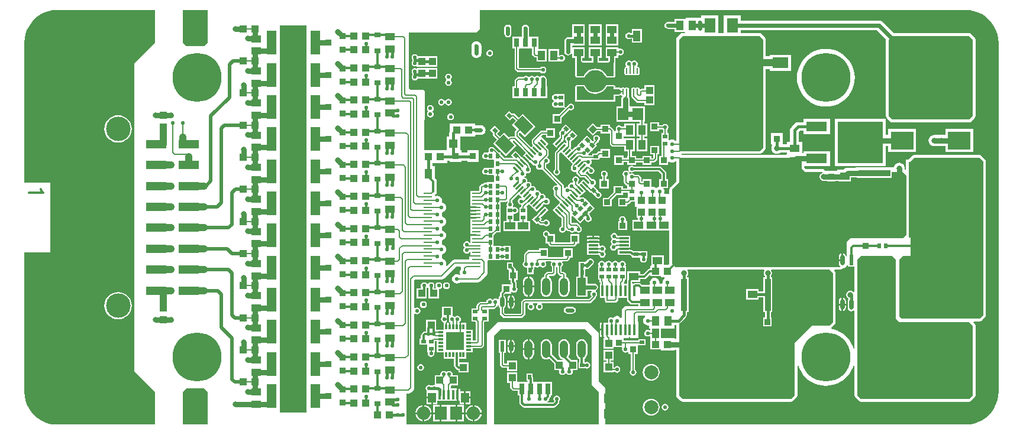
<source format=gtl>
G04 Layer_Physical_Order=1*
G04 Layer_Color=255*
%FSLAX25Y25*%
%MOIN*%
G70*
G01*
G75*
%ADD10R,0.06496X0.07992*%
%ADD11R,0.03937X0.04331*%
%ADD12R,0.25590X0.23622*%
%ADD13R,0.11811X0.05512*%
G04:AMPARAMS|DCode=14|XSize=25mil|YSize=19.68mil|CornerRadius=0mil|HoleSize=0mil|Usage=FLASHONLY|Rotation=315.000|XOffset=0mil|YOffset=0mil|HoleType=Round|Shape=Rectangle|*
%AMROTATEDRECTD14*
4,1,4,-0.01580,0.00188,-0.00188,0.01580,0.01580,-0.00188,0.00188,-0.01580,-0.01580,0.00188,0.0*
%
%ADD14ROTATEDRECTD14*%

G04:AMPARAMS|DCode=15|XSize=25mil|YSize=19.68mil|CornerRadius=0mil|HoleSize=0mil|Usage=FLASHONLY|Rotation=45.000|XOffset=0mil|YOffset=0mil|HoleType=Round|Shape=Rectangle|*
%AMROTATEDRECTD15*
4,1,4,-0.00188,-0.01580,-0.01580,-0.00188,0.00188,0.01580,0.01580,0.00188,-0.00188,-0.01580,0.0*
%
%ADD15ROTATEDRECTD15*%

%ADD16R,0.01968X0.02500*%
%ADD17R,0.05512X0.04331*%
%ADD18R,0.02500X0.01968*%
%ADD19R,0.04331X0.03937*%
%ADD20R,0.04331X0.05512*%
%ADD21R,0.06299X0.07087*%
%ADD22R,0.03937X0.03937*%
%ADD23O,0.02402X0.05984*%
%ADD24R,0.02402X0.05984*%
%ADD25R,0.05905X0.04331*%
%ADD26R,0.03347X0.03347*%
%ADD27R,0.14567X0.05118*%
%ADD28R,0.35039X0.40551*%
%ADD29R,0.09055X0.05984*%
%ADD30P,0.04733X4X360.0*%
%ADD31R,0.03347X0.03347*%
%ADD32R,0.04724X0.04724*%
%ADD33R,0.03347X0.02559*%
%ADD34R,0.03937X0.00787*%
G04:AMPARAMS|DCode=35|XSize=12.6mil|YSize=39.37mil|CornerRadius=0mil|HoleSize=0mil|Usage=FLASHONLY|Rotation=315.000|XOffset=0mil|YOffset=0mil|HoleType=Round|Shape=Rectangle|*
%AMROTATEDRECTD35*
4,1,4,-0.01837,-0.00946,0.00946,0.01837,0.01837,0.00946,-0.00946,-0.01837,-0.01837,-0.00946,0.0*
%
%ADD35ROTATEDRECTD35*%

G04:AMPARAMS|DCode=36|XSize=12.6mil|YSize=39.37mil|CornerRadius=0mil|HoleSize=0mil|Usage=FLASHONLY|Rotation=45.000|XOffset=0mil|YOffset=0mil|HoleType=Round|Shape=Rectangle|*
%AMROTATEDRECTD36*
4,1,4,0.00946,-0.01837,-0.01837,0.00946,-0.00946,0.01837,0.01837,-0.00946,0.00946,-0.01837,0.0*
%
%ADD36ROTATEDRECTD36*%

%ADD37R,0.02756X0.01102*%
%ADD38R,0.09449X0.06496*%
G04:AMPARAMS|DCode=39|XSize=9.06mil|YSize=31.5mil|CornerRadius=1.81mil|HoleSize=0mil|Usage=FLASHONLY|Rotation=180.000|XOffset=0mil|YOffset=0mil|HoleType=Round|Shape=RoundedRectangle|*
%AMROUNDEDRECTD39*
21,1,0.00906,0.02787,0,0,180.0*
21,1,0.00543,0.03150,0,0,180.0*
1,1,0.00362,-0.00272,0.01394*
1,1,0.00362,0.00272,0.01394*
1,1,0.00362,0.00272,-0.01394*
1,1,0.00362,-0.00272,-0.01394*
%
%ADD39ROUNDEDRECTD39*%
%ADD40O,0.04724X0.09842*%
%ADD41R,0.04724X0.09842*%
%ADD42R,0.02953X0.01181*%
%ADD43R,0.01181X0.02953*%
%ADD44R,0.10236X0.10236*%
%ADD45R,0.05512X0.01181*%
G04:AMPARAMS|DCode=46|XSize=62.99mil|YSize=13.78mil|CornerRadius=3.44mil|HoleSize=0mil|Usage=FLASHONLY|Rotation=270.000|XOffset=0mil|YOffset=0mil|HoleType=Round|Shape=RoundedRectangle|*
%AMROUNDEDRECTD46*
21,1,0.06299,0.00689,0,0,270.0*
21,1,0.05610,0.01378,0,0,270.0*
1,1,0.00689,-0.00344,-0.02805*
1,1,0.00689,-0.00344,0.02805*
1,1,0.00689,0.00344,0.02805*
1,1,0.00689,0.00344,-0.02805*
%
%ADD46ROUNDEDRECTD46*%
%ADD47R,0.01378X0.06299*%
%ADD48R,0.04528X0.05709*%
%ADD49R,0.01575X0.05512*%
%ADD50R,0.06890X0.07480*%
%ADD51R,0.08268X0.11811*%
%ADD52R,0.03150X0.06299*%
%ADD53R,0.11496X0.05000*%
%ADD54R,0.03150X0.05118*%
%ADD55R,0.20866X0.03740*%
%ADD56R,0.18110X0.03543*%
%ADD57R,0.39370X0.42520*%
%ADD58R,0.03543X0.18110*%
%ADD59R,0.42520X0.39370*%
%ADD60R,0.03740X0.03543*%
%ADD61R,0.03740X0.03543*%
%ADD62R,0.03543X0.03740*%
%ADD63R,0.03543X0.03740*%
%ADD64R,0.05512X0.13780*%
%ADD65R,0.44094X0.08071*%
%ADD66R,0.12598X0.09842*%
%ADD67R,0.04331X0.05905*%
%ADD68O,0.04921X0.00984*%
%ADD69R,0.04921X0.00984*%
G04:AMPARAMS|DCode=70|XSize=70mil|YSize=85mil|CornerRadius=0mil|HoleSize=0mil|Usage=FLASHONLY|Rotation=225.000|XOffset=0mil|YOffset=0mil|HoleType=Round|Shape=Rectangle|*
%AMROTATEDRECTD70*
4,1,4,-0.00530,0.05480,0.05480,-0.00530,0.00530,-0.05480,-0.05480,0.00530,-0.00530,0.05480,0.0*
%
%ADD70ROTATEDRECTD70*%

%ADD71C,0.03150*%
%ADD72C,0.03937*%
%ADD73C,0.01968*%
%ADD74C,0.00787*%
%ADD75C,0.01575*%
%ADD76C,0.02362*%
%ADD77C,0.01181*%
%ADD78C,0.00984*%
%ADD79C,0.03937*%
%ADD80C,0.27559*%
%ADD81C,0.01968*%
%ADD82C,0.07874*%
%ADD83C,0.07480*%
%ADD84C,0.13780*%
%ADD85C,0.02165*%
%ADD86C,0.03150*%
G36*
X280163Y12693D02*
X281455Y11401D01*
X281208Y10941D01*
X281102Y10962D01*
X280373Y10817D01*
X279754Y10403D01*
X279341Y9785D01*
X279196Y9055D01*
X279341Y8325D01*
X279754Y7707D01*
X280373Y7294D01*
X280985Y7172D01*
X281196Y6843D01*
X281250Y6668D01*
X281171Y6549D01*
X281079Y6088D01*
X280777Y5709D01*
X280246D01*
Y2272D01*
X280246Y2165D01*
Y1772D01*
X280246Y1665D01*
Y-1772D01*
X279828Y-1969D01*
X278543Y-1969D01*
X278043Y-1969D01*
X277259D01*
X276840Y-1772D01*
Y1663D01*
X277204Y2101D01*
X277559Y2030D01*
X278289Y2175D01*
X278907Y2589D01*
X279321Y3207D01*
X279466Y3937D01*
X279321Y4667D01*
X278907Y5285D01*
X278289Y5699D01*
X277559Y5844D01*
X277295Y5791D01*
X276840Y5709D01*
X276534Y6082D01*
X276466Y6209D01*
X276565Y6357D01*
X276710Y7087D01*
X276565Y7816D01*
X276151Y8435D01*
X276007Y8531D01*
Y9245D01*
X279518Y12756D01*
X280163Y12693D01*
D02*
G37*
G36*
X160236Y-110236D02*
X145276D01*
Y108268D01*
X160236D01*
Y-110236D01*
D02*
G37*
G36*
X104331Y98425D02*
X102362Y96457D01*
X92520Y96457D01*
X90551Y98425D01*
Y116906D01*
X104331D01*
X104331Y98425D01*
D02*
G37*
G36*
X320866Y-66929D02*
X320866Y-94488D01*
X324803Y-98425D01*
X324803Y-116906D01*
X265748D01*
X265748Y-66929D01*
X269685Y-62992D01*
X316929Y-62992D01*
X320866Y-66929D01*
D02*
G37*
G36*
X533910Y116761D02*
X536282Y116289D01*
X538573Y115511D01*
X540743Y114441D01*
X542754Y113097D01*
X544573Y111502D01*
X546168Y109683D01*
X547512Y107672D01*
X548582Y105502D01*
X549360Y103212D01*
X549831Y100839D01*
X549986Y98473D01*
X549977Y98425D01*
Y-98425D01*
X549986Y-98473D01*
X549831Y-100839D01*
X549360Y-103212D01*
X548582Y-105502D01*
X547512Y-107672D01*
X546168Y-109683D01*
X544573Y-111502D01*
X542754Y-113097D01*
X540743Y-114441D01*
X538573Y-115511D01*
X536282Y-116289D01*
X533910Y-116761D01*
X531544Y-116916D01*
X531496Y-116906D01*
X328347D01*
X328346Y-96063D01*
X324803Y-92520D01*
Y-64961D01*
X318898Y-59055D01*
X267717Y-59055D01*
X261811Y-64961D01*
X261811Y-116906D01*
X216535D01*
Y-99350D01*
X217618D01*
X218386Y-99197D01*
X219037Y-98762D01*
X220317Y-97482D01*
X220752Y-96831D01*
X220905Y-96063D01*
Y-54580D01*
X221405Y-54313D01*
X221711Y-54518D01*
X222441Y-54663D01*
X223171Y-54518D01*
X223789Y-54104D01*
X224202Y-53486D01*
X224348Y-52756D01*
X224202Y-52026D01*
X223789Y-51408D01*
X223171Y-50994D01*
X222441Y-50849D01*
X221711Y-50994D01*
X221405Y-51199D01*
X220905Y-50932D01*
Y-35477D01*
X221304Y-35078D01*
X236221D01*
X236988Y-34925D01*
X237640Y-34490D01*
X244335Y-27794D01*
X246921D01*
X247294Y-28294D01*
X247205Y-28740D01*
Y-29353D01*
X246891Y-29762D01*
X246623Y-30409D01*
X246532Y-31102D01*
X246623Y-31796D01*
X246749Y-32098D01*
X246338Y-32413D01*
X246222Y-32324D01*
X245576Y-32057D01*
X244882Y-31965D01*
X244188Y-32057D01*
X243542Y-32324D01*
X242987Y-32750D01*
X242561Y-33305D01*
X242293Y-33952D01*
X242201Y-34646D01*
X242293Y-35339D01*
X242561Y-35986D01*
X242987Y-36541D01*
X243542Y-36967D01*
X244188Y-37235D01*
X244882Y-37326D01*
X245576Y-37235D01*
X246222Y-36967D01*
X246632Y-36653D01*
X256693D01*
X257461Y-36500D01*
X258112Y-36065D01*
X261655Y-32522D01*
X262090Y-31870D01*
X262243Y-31102D01*
Y-25197D01*
X262122Y-24585D01*
X262121Y-24548D01*
X262350Y-24188D01*
X262462Y-24085D01*
X265445D01*
X265551Y-24085D01*
X265945D01*
X266051Y-24085D01*
X269488D01*
Y-24085D01*
X269988Y-23858D01*
X270472Y-23954D01*
X270957Y-23858D01*
X271457Y-24085D01*
Y-24085D01*
X275000D01*
Y-20148D01*
Y-16073D01*
X271457D01*
Y-16073D01*
X270957Y-16300D01*
X270472Y-16204D01*
X269988Y-16300D01*
X269488Y-16073D01*
Y-16073D01*
X266051D01*
X265945Y-16073D01*
X265551Y-15816D01*
Y-12274D01*
Y-10168D01*
X267382Y-8337D01*
X269488D01*
Y-4400D01*
Y-463D01*
Y3612D01*
X269488D01*
Y3868D01*
X269488D01*
Y8638D01*
X272047D01*
X272047Y8638D01*
X272508Y8730D01*
X272899Y8991D01*
X273137Y9229D01*
X273599Y9038D01*
Y8531D01*
X273455Y8435D01*
X273042Y7816D01*
X272896Y7087D01*
X273042Y6357D01*
X273141Y6209D01*
X272873Y5709D01*
X272766D01*
Y2272D01*
X272766Y2165D01*
Y1772D01*
X272766Y1665D01*
Y-1772D01*
X272347Y-1969D01*
X271063D01*
Y-7874D01*
X278043D01*
X278543Y-7874D01*
X279043Y-7874D01*
X286024D01*
Y-1969D01*
X284739D01*
X284321Y-1772D01*
Y1665D01*
X284321Y1772D01*
Y2165D01*
X284321Y2272D01*
Y5709D01*
X284260D01*
X284069Y6171D01*
X285377Y7479D01*
X286920Y5937D01*
X289740Y3116D01*
X291689Y5065D01*
X293637Y7014D01*
X293450Y7201D01*
X293945Y7695D01*
X294546Y7294D01*
X295276Y7148D01*
X296005Y7294D01*
X296624Y7707D01*
X297037Y8325D01*
X297182Y9055D01*
X297037Y9785D01*
X296624Y10403D01*
X296005Y10817D01*
X295276Y10962D01*
X295148Y10937D01*
X294795Y11290D01*
X294820Y11417D01*
X294675Y12147D01*
X294262Y12766D01*
X293643Y13179D01*
X292913Y13324D01*
X292547Y13251D01*
X292110Y13373D01*
X292018Y13617D01*
X291919Y14116D01*
X291506Y14734D01*
X290887Y15147D01*
X290158Y15292D01*
X289710Y15203D01*
X289280Y15604D01*
X289308Y15748D01*
X289163Y16478D01*
X288750Y17096D01*
X288131Y17510D01*
X287402Y17655D01*
X287274Y17629D01*
X286921Y17983D01*
X286946Y18110D01*
X286801Y18840D01*
X286388Y19458D01*
X285769Y19872D01*
X285039Y20017D01*
X284912Y19992D01*
X284559Y20345D01*
X284584Y20472D01*
X284439Y21202D01*
X284025Y21821D01*
X283407Y22234D01*
X283016Y22312D01*
X282911Y22842D01*
X283238Y23061D01*
X283651Y23680D01*
X283797Y24409D01*
X283768Y24554D01*
X284198Y24954D01*
X284646Y24865D01*
X285375Y25010D01*
X285994Y25423D01*
X286407Y26042D01*
X286552Y26772D01*
X286407Y27501D01*
X285994Y28120D01*
X285850Y28216D01*
Y28867D01*
X285850Y28867D01*
X285758Y29328D01*
X285497Y29719D01*
X285099Y30117D01*
X285286Y30304D01*
X283337Y32253D01*
X281388Y34201D01*
X281201Y34014D01*
X280702Y34514D01*
X280829Y34641D01*
X277948Y37522D01*
X275442Y35016D01*
X276528Y33931D01*
X276337Y33469D01*
X271778D01*
X269749Y35497D01*
X269488Y35672D01*
Y36683D01*
X268563D01*
X266600Y38647D01*
X266209Y38908D01*
X266052Y38939D01*
X265915Y39143D01*
X265297Y39557D01*
X264567Y39702D01*
X263837Y39557D01*
X263219Y39143D01*
X262805Y38525D01*
X262660Y37795D01*
X262782Y37183D01*
X262505Y36683D01*
X262008D01*
Y36683D01*
X261508Y36456D01*
X261024Y36552D01*
X260294Y36407D01*
X259675Y35994D01*
X259262Y35375D01*
X259117Y34646D01*
X259262Y33916D01*
X259675Y33297D01*
X260294Y32884D01*
X261024Y32739D01*
X261508Y32835D01*
X262008Y32608D01*
Y32608D01*
X265551D01*
X265633Y32555D01*
X265945Y32352D01*
Y28522D01*
X265945Y28278D01*
X265632Y28075D01*
X265551Y28022D01*
X265445Y28022D01*
X262008D01*
Y28022D01*
X261508Y27795D01*
X261024Y27891D01*
X260294Y27746D01*
X259675Y27332D01*
X259262Y26714D01*
X259117Y25984D01*
X259262Y25255D01*
X259675Y24636D01*
X260294Y24223D01*
X261024Y24078D01*
X261508Y24174D01*
X262008Y23947D01*
Y23947D01*
X265445D01*
X265551Y23947D01*
X265945Y23690D01*
Y20254D01*
X265945Y20011D01*
X265633Y19807D01*
X265551Y19754D01*
X262008D01*
Y19754D01*
X261508Y19527D01*
X261024Y19623D01*
X260294Y19478D01*
X259675Y19065D01*
X259579Y18921D01*
X259449D01*
X258988Y18829D01*
X258597Y18568D01*
X257810Y17781D01*
X257549Y17390D01*
X257457Y16929D01*
X257457Y16929D01*
Y15066D01*
X257254Y14862D01*
X252559D01*
Y10335D01*
Y6398D01*
Y6209D01*
X255807D01*
Y5209D01*
X252559D01*
Y4240D01*
X255807D01*
Y3240D01*
X252559D01*
Y2461D01*
Y2272D01*
X255807D01*
Y1272D01*
X252559D01*
Y303D01*
X255807D01*
Y-697D01*
X252559D01*
Y-1476D01*
Y-5413D01*
Y-9350D01*
Y-9539D01*
X255807D01*
Y-10539D01*
X252559D01*
Y-14329D01*
X252059Y-14481D01*
X251742Y-14006D01*
X251123Y-13593D01*
X250394Y-13448D01*
X249664Y-13593D01*
X249045Y-14006D01*
X248632Y-14625D01*
X248487Y-15354D01*
X248632Y-16084D01*
X249045Y-16703D01*
Y-17156D01*
X248632Y-17774D01*
X248487Y-18504D01*
X248632Y-19234D01*
X249045Y-19852D01*
X249664Y-20266D01*
X250394Y-20411D01*
X251123Y-20266D01*
X251742Y-19852D01*
X252059Y-19378D01*
X252559Y-19529D01*
Y-21752D01*
X251772D01*
Y-23780D01*
X243504D01*
X242736Y-23933D01*
X242085Y-24368D01*
X239051Y-27402D01*
X238627Y-27119D01*
X238809Y-26678D01*
X238901Y-25984D01*
X238809Y-25291D01*
X238542Y-24644D01*
X238116Y-24089D01*
X237561Y-23663D01*
X236914Y-23395D01*
X236728Y-23371D01*
X236413Y-22825D01*
X236447Y-22741D01*
X236539Y-22047D01*
X236447Y-21353D01*
X236413Y-21270D01*
X236728Y-20724D01*
X236914Y-20699D01*
X237561Y-20432D01*
X238116Y-20006D01*
X238542Y-19450D01*
X238809Y-18804D01*
X238901Y-18110D01*
X238809Y-17416D01*
X238542Y-16770D01*
X238116Y-16215D01*
X237561Y-15789D01*
X236914Y-15521D01*
X236728Y-15497D01*
X236413Y-14951D01*
X236447Y-14867D01*
X236539Y-14173D01*
X236447Y-13479D01*
X236413Y-13396D01*
X236728Y-12850D01*
X236914Y-12825D01*
X237561Y-12558D01*
X238116Y-12132D01*
X238542Y-11576D01*
X238809Y-10930D01*
X238901Y-10236D01*
X238809Y-9543D01*
X238542Y-8896D01*
X238116Y-8341D01*
X237561Y-7915D01*
X236914Y-7647D01*
X236728Y-7623D01*
X236413Y-7077D01*
X236447Y-6993D01*
X236539Y-6299D01*
X236447Y-5605D01*
X236413Y-5522D01*
X236728Y-4976D01*
X236914Y-4951D01*
X237561Y-4684D01*
X238116Y-4258D01*
X238542Y-3702D01*
X238809Y-3056D01*
X238901Y-2362D01*
X238809Y-1668D01*
X238542Y-1022D01*
X238116Y-467D01*
X237561Y-41D01*
X236914Y227D01*
X236728Y251D01*
X236413Y797D01*
X236447Y881D01*
X236539Y1575D01*
X236447Y2269D01*
X236413Y2352D01*
X236728Y2898D01*
X236914Y2923D01*
X237561Y3190D01*
X238116Y3616D01*
X238542Y4172D01*
X238809Y4818D01*
X238901Y5512D01*
X238809Y6206D01*
X238542Y6852D01*
X238116Y7407D01*
X237561Y7833D01*
X236914Y8101D01*
X236728Y8125D01*
X236413Y8671D01*
X236447Y8755D01*
X236539Y9449D01*
X236447Y10143D01*
X236180Y10789D01*
X235754Y11344D01*
X235198Y11770D01*
X234552Y12038D01*
X233858Y12129D01*
X233165Y12038D01*
X232993Y11967D01*
X232597Y12231D01*
Y12743D01*
X232897Y12944D01*
X233376Y13660D01*
X233544Y14505D01*
Y20337D01*
X233376Y21182D01*
X232897Y21899D01*
X232579Y22217D01*
Y28740D01*
X231247D01*
Y30709D01*
X239370D01*
Y31844D01*
X240846D01*
Y31299D01*
X247342D01*
Y31844D01*
X250689D01*
Y31299D01*
X257185D01*
Y37795D01*
X250689D01*
Y36660D01*
X247342D01*
Y37795D01*
X246850D01*
Y45669D01*
X247350Y45669D01*
X255118D01*
Y46106D01*
X255494Y46435D01*
X255512Y46433D01*
X258268D01*
X258987Y46528D01*
X259658Y46805D01*
X260233Y47247D01*
X260675Y47823D01*
X260953Y48493D01*
X261047Y49213D01*
X260953Y49932D01*
X260675Y50602D01*
X260233Y51178D01*
X259658Y51620D01*
X258987Y51898D01*
X258268Y51992D01*
X255512D01*
X255494Y51990D01*
X255118Y52320D01*
Y52756D01*
X240945D01*
Y48747D01*
X240688Y48363D01*
X240505Y47441D01*
Y45669D01*
X238976D01*
X238976Y37795D01*
X238476Y37795D01*
X226943D01*
X226591Y38150D01*
X226786Y71314D01*
X225906Y72047D01*
X218504Y72047D01*
X217716Y72835D01*
X217717Y104331D01*
X255906Y104331D01*
X257874Y106299D01*
Y116906D01*
X531496D01*
X531544Y116916D01*
X533910Y116761D01*
D02*
G37*
G36*
X19685Y116906D02*
X74802D01*
X74802Y98424D01*
X70866Y94488D01*
X62992Y86614D01*
Y-86614D01*
X70866Y-94488D01*
X74803Y-98425D01*
X74803Y-116906D01*
X19685D01*
X19637Y-116916D01*
X17271Y-116761D01*
X14899Y-116289D01*
X12608Y-115511D01*
X10438Y-114441D01*
X8427Y-113097D01*
X6608Y-111502D01*
X5013Y-109683D01*
X3669Y-107672D01*
X2599Y-105502D01*
X1822Y-103212D01*
X1350Y-100839D01*
X1195Y-98473D01*
X1204Y-98425D01*
Y-19685D01*
X15748D01*
Y19685D01*
X1204D01*
Y98425D01*
X1195Y98473D01*
X1350Y100839D01*
X1822Y103212D01*
X2599Y105502D01*
X3669Y107672D01*
X5013Y109683D01*
X6608Y111502D01*
X8427Y113097D01*
X10438Y114441D01*
X12608Y115511D01*
X14899Y116289D01*
X17271Y116761D01*
X19637Y116916D01*
X19685Y116906D01*
D02*
G37*
G36*
X102362Y-96457D02*
X104331Y-98425D01*
X104331Y-116906D01*
X90551D01*
Y-98425D01*
X92520Y-96457D01*
X102362Y-96457D01*
D02*
G37*
%LPC*%
G36*
X285697Y-68739D02*
Y-73909D01*
X288374D01*
Y-71850D01*
X288265Y-71028D01*
X287948Y-70262D01*
X287443Y-69604D01*
X286785Y-69099D01*
X286019Y-68782D01*
X285697Y-68739D01*
D02*
G37*
G36*
X275835Y-69017D02*
Y-72236D01*
X277362D01*
Y-70945D01*
X277207Y-70169D01*
X276768Y-69511D01*
X276110Y-69072D01*
X275835Y-69017D01*
D02*
G37*
G36*
X274835Y-69017D02*
X274559Y-69072D01*
X273901Y-69511D01*
X273462Y-70169D01*
X273307Y-70945D01*
Y-72236D01*
X274835D01*
Y-69017D01*
D02*
G37*
G36*
X284697Y-68739D02*
X284375Y-68782D01*
X283609Y-69099D01*
X282950Y-69604D01*
X282446Y-70262D01*
X282128Y-71028D01*
X282020Y-71850D01*
Y-73909D01*
X284697D01*
Y-68739D01*
D02*
G37*
G36*
X288374Y-74910D02*
X285697D01*
Y-80080D01*
X286019Y-80037D01*
X286785Y-79720D01*
X287443Y-79215D01*
X287948Y-78557D01*
X288265Y-77791D01*
X288374Y-76968D01*
Y-74910D01*
D02*
G37*
G36*
X305197Y-68674D02*
X304375Y-68782D01*
X303608Y-69099D01*
X302951Y-69604D01*
X302446Y-70262D01*
X302128Y-71028D01*
X302020Y-71850D01*
Y-76968D01*
X302128Y-77791D01*
X302446Y-78557D01*
X302951Y-79215D01*
X303608Y-79720D01*
X304375Y-80037D01*
X304273Y-80512D01*
X301790D01*
X298359Y-77081D01*
X298374Y-76968D01*
Y-71850D01*
X298265Y-71028D01*
X297948Y-70262D01*
X297443Y-69604D01*
X296785Y-69099D01*
X296019Y-68782D01*
X295197Y-68674D01*
X294375Y-68782D01*
X293608Y-69099D01*
X292951Y-69604D01*
X292446Y-70262D01*
X292128Y-71028D01*
X292020Y-71850D01*
Y-76968D01*
X292128Y-77791D01*
X292446Y-78557D01*
X292951Y-79215D01*
X293608Y-79720D01*
X294375Y-80037D01*
X295197Y-80145D01*
X296019Y-80037D01*
X296785Y-79720D01*
X296920Y-79616D01*
X299803Y-82499D01*
Y-86024D01*
X302184D01*
X302520Y-86524D01*
X302424Y-87008D01*
X302569Y-87738D01*
X302982Y-88356D01*
X303601Y-88769D01*
X304331Y-88915D01*
X305060Y-88769D01*
X305679Y-88356D01*
X306021Y-87844D01*
X306205Y-87803D01*
X306393D01*
X306577Y-87844D01*
X306920Y-88356D01*
X307538Y-88769D01*
X308268Y-88915D01*
X308997Y-88769D01*
X309616Y-88356D01*
X310029Y-87738D01*
X310174Y-87008D01*
X310078Y-86524D01*
X310415Y-86024D01*
X312795D01*
Y-80512D01*
X309270D01*
X307673Y-78915D01*
X307948Y-78557D01*
X308265Y-77791D01*
X308374Y-76968D01*
Y-71850D01*
X308265Y-71028D01*
X307948Y-70262D01*
X307443Y-69604D01*
X306785Y-69099D01*
X306019Y-68782D01*
X305197Y-68674D01*
D02*
G37*
G36*
X315197D02*
X314375Y-68782D01*
X313609Y-69099D01*
X312950Y-69604D01*
X312446Y-70262D01*
X312128Y-71028D01*
X312020Y-71850D01*
Y-76968D01*
X312128Y-77791D01*
X312446Y-78557D01*
X312950Y-79215D01*
X313609Y-79720D01*
X313871Y-79828D01*
Y-81693D01*
X313317D01*
Y-85236D01*
X317392D01*
Y-85236D01*
X317399Y-85230D01*
X318110Y-85371D01*
X318840Y-85226D01*
X319459Y-84813D01*
X319872Y-84194D01*
X320017Y-83465D01*
X319872Y-82735D01*
X319459Y-82116D01*
X318840Y-81703D01*
X318110Y-81558D01*
X317399Y-81699D01*
X317392Y-81693D01*
Y-81693D01*
X316681D01*
Y-79763D01*
X316785Y-79720D01*
X317443Y-79215D01*
X317948Y-78557D01*
X318265Y-77791D01*
X318374Y-76968D01*
Y-71850D01*
X318265Y-71028D01*
X317948Y-70262D01*
X317443Y-69604D01*
X316785Y-69099D01*
X316019Y-68782D01*
X315197Y-68674D01*
D02*
G37*
G36*
X274835Y-73236D02*
X273307D01*
Y-74528D01*
X273462Y-75303D01*
X273901Y-75961D01*
X274559Y-76400D01*
X274835Y-76455D01*
Y-73236D01*
D02*
G37*
G36*
X277362D02*
X275835D01*
Y-76455D01*
X276110Y-76400D01*
X276768Y-75961D01*
X277207Y-75303D01*
X277362Y-74528D01*
Y-73236D01*
D02*
G37*
G36*
X284697Y-74910D02*
X282020D01*
Y-76968D01*
X282128Y-77791D01*
X282446Y-78557D01*
X282950Y-79215D01*
X283609Y-79720D01*
X284375Y-80037D01*
X284697Y-80079D01*
Y-74910D01*
D02*
G37*
G36*
X272323Y-68957D02*
X268347D01*
Y-76516D01*
X269130D01*
Y-82933D01*
X269130Y-82933D01*
X269222Y-83394D01*
X269483Y-83785D01*
X270212Y-84513D01*
X270602Y-84774D01*
X271063Y-84866D01*
X271063Y-84866D01*
X273228D01*
Y-86614D01*
X278740D01*
Y-80709D01*
X273228D01*
Y-82457D01*
X271562D01*
X271539Y-82434D01*
Y-76516D01*
X272323D01*
Y-68957D01*
D02*
G37*
G36*
X278740Y-87402D02*
X273228D01*
Y-93307D01*
X274780D01*
Y-95669D01*
X274780Y-95669D01*
X274872Y-96130D01*
X275133Y-96521D01*
X276117Y-97505D01*
X276117Y-97505D01*
X276508Y-97766D01*
X276969Y-97858D01*
X279134D01*
Y-100591D01*
X280091D01*
Y-104724D01*
X280198Y-105262D01*
X280503Y-105718D01*
X281684Y-106899D01*
X282139Y-107203D01*
X282677Y-107310D01*
X299606D01*
X300144Y-107203D01*
X300600Y-106899D01*
X302174Y-105324D01*
X302479Y-104868D01*
X302586Y-104331D01*
Y-103626D01*
X302943Y-103092D01*
X303088Y-102362D01*
X302943Y-101632D01*
X302529Y-101014D01*
X301911Y-100601D01*
X301181Y-100455D01*
X300451Y-100601D01*
X299833Y-101014D01*
X299419Y-101632D01*
X299274Y-102362D01*
X299419Y-103092D01*
X299776Y-103626D01*
Y-103749D01*
X299024Y-104501D01*
X295948D01*
X295796Y-104001D01*
X296230Y-103710D01*
X296643Y-103092D01*
X296769Y-102462D01*
X297253Y-101978D01*
X297558Y-101522D01*
X297665Y-100984D01*
Y-100591D01*
X298622D01*
Y-92716D01*
X293898D01*
Y-92716D01*
X293701D01*
Y-92716D01*
X289280D01*
X288976Y-92716D01*
X288476Y-92716D01*
X287822D01*
Y-90748D01*
X287715Y-90210D01*
X287598Y-90035D01*
Y-88120D01*
X284055D01*
Y-92195D01*
X284473D01*
X284681Y-92695D01*
X284659Y-92716D01*
X284055Y-92716D01*
X283555Y-92716D01*
X279134D01*
X278740Y-92460D01*
Y-87402D01*
D02*
G37*
G36*
X326370Y-63886D02*
X325394D01*
Y-67323D01*
X326370D01*
Y-63886D01*
D02*
G37*
G36*
X288374Y-39476D02*
X285697D01*
Y-44646D01*
X286019Y-44604D01*
X286785Y-44287D01*
X287443Y-43782D01*
X287948Y-43124D01*
X288265Y-42358D01*
X288374Y-41535D01*
Y-39476D01*
D02*
G37*
G36*
X275835Y-44017D02*
Y-47236D01*
X277362D01*
Y-45945D01*
X277207Y-45169D01*
X276768Y-44512D01*
X276110Y-44072D01*
X275835Y-44017D01*
D02*
G37*
G36*
X274835Y-44017D02*
X274559Y-44072D01*
X273901Y-44512D01*
X273462Y-45169D01*
X273307Y-45945D01*
Y-47236D01*
X274835D01*
Y-44017D01*
D02*
G37*
G36*
X238976Y-36676D02*
X238247Y-36821D01*
X237628Y-37234D01*
X237215Y-37853D01*
X237070Y-38583D01*
X237215Y-39312D01*
X237628Y-39931D01*
X238247Y-40344D01*
X238976Y-40489D01*
X239706Y-40344D01*
X240325Y-39931D01*
X240738Y-39312D01*
X240883Y-38583D01*
X240738Y-37853D01*
X240325Y-37234D01*
X239706Y-36821D01*
X238976Y-36676D01*
D02*
G37*
G36*
X320079Y-23190D02*
X319311Y-23343D01*
X318659Y-23778D01*
X317533Y-24904D01*
X317126Y-25128D01*
Y-25128D01*
X317126Y-25128D01*
X313583D01*
Y-29203D01*
Y-33140D01*
X313136Y-33268D01*
X312047D01*
Y-44685D01*
X318347D01*
Y-41377D01*
X320670D01*
X320821Y-41877D01*
X320699Y-41959D01*
X320286Y-42577D01*
X320141Y-43307D01*
X320286Y-44037D01*
X320648Y-44578D01*
X319186Y-46040D01*
X283071D01*
X283071Y-46040D01*
X282610Y-46132D01*
X282219Y-46393D01*
X282219Y-46393D01*
X281432Y-47180D01*
X281171Y-47571D01*
X281079Y-48031D01*
X281079Y-48031D01*
Y-53832D01*
X280604Y-54308D01*
X272152D01*
X271539Y-53694D01*
Y-51114D01*
X271768Y-50961D01*
X272207Y-50303D01*
X272362Y-49528D01*
Y-45945D01*
X272207Y-45169D01*
X271768Y-44512D01*
X271639Y-44425D01*
Y-43592D01*
X272022Y-43209D01*
X275394D01*
Y-42166D01*
X275598Y-42037D01*
X275894Y-41951D01*
X276436Y-42313D01*
X277165Y-42458D01*
X277895Y-42313D01*
X278514Y-41899D01*
X278927Y-41281D01*
X279072Y-40551D01*
X278927Y-39821D01*
X278570Y-39288D01*
Y-37008D01*
X278463Y-36470D01*
X278159Y-36014D01*
X277980Y-35835D01*
Y-35335D01*
X279134D01*
Y-30020D01*
X277980D01*
Y-29331D01*
X277873Y-28793D01*
X277568Y-28337D01*
X276575Y-27344D01*
Y-25522D01*
X273031D01*
Y-29596D01*
X273830D01*
X274016Y-30020D01*
X274016D01*
Y-35335D01*
X275170D01*
Y-36417D01*
X275277Y-36955D01*
X275581Y-37411D01*
X275685Y-37514D01*
X275357Y-37894D01*
X270276D01*
Y-41265D01*
X269412Y-42129D01*
X269129Y-42552D01*
X269030Y-43051D01*
Y-44425D01*
X268901Y-44512D01*
X268462Y-45169D01*
X268307Y-45945D01*
Y-46024D01*
X268103Y-46152D01*
X267808Y-46239D01*
X267265Y-45876D01*
X266535Y-45731D01*
X265806Y-45876D01*
X265187Y-46290D01*
X264734D01*
X264116Y-45876D01*
X263386Y-45731D01*
X262656Y-45876D01*
X262038Y-46290D01*
X261624Y-46908D01*
X261484Y-47615D01*
X258268D01*
X257807Y-47706D01*
X257416Y-47967D01*
X256235Y-49148D01*
X255974Y-49539D01*
X255882Y-50000D01*
X255882Y-50000D01*
Y-51378D01*
X253081D01*
Y-54815D01*
X253081Y-54921D01*
Y-55315D01*
X253081Y-55421D01*
Y-58858D01*
X255187D01*
X255489Y-59160D01*
Y-69465D01*
X253839D01*
Y-68110D01*
Y-63386D01*
X250000D01*
Y-59547D01*
X246448D01*
X246297Y-59047D01*
X246624Y-58829D01*
X247037Y-58210D01*
X247182Y-57480D01*
X247037Y-56751D01*
X246624Y-56132D01*
X246005Y-55719D01*
X245276Y-55574D01*
X244546Y-55719D01*
X243927Y-56132D01*
X243474D01*
X242856Y-55719D01*
X242520Y-55652D01*
Y-50394D01*
X236614D01*
Y-55905D01*
X236459Y-56124D01*
X236447Y-56132D01*
X236034Y-56751D01*
X235889Y-57480D01*
X236034Y-58210D01*
X236447Y-58829D01*
X237036Y-59222D01*
X237402Y-59547D01*
Y-63386D01*
X233563D01*
X233295Y-62997D01*
Y-62402D01*
X233188Y-61864D01*
X233071Y-61689D01*
Y-57874D01*
X227559D01*
Y-61689D01*
X227442Y-61864D01*
X227335Y-62402D01*
Y-64343D01*
X226833D01*
X226296Y-64450D01*
X225840Y-64755D01*
X224991Y-65604D01*
X224686Y-66060D01*
X224579Y-66597D01*
Y-68307D01*
X223947D01*
Y-71850D01*
X228021D01*
X228225Y-72163D01*
X228278Y-72244D01*
X228278Y-72350D01*
Y-75787D01*
X228278D01*
X228505Y-76287D01*
X228408Y-76772D01*
X228553Y-77501D01*
X228967Y-78120D01*
X229585Y-78533D01*
X230315Y-78678D01*
X231045Y-78533D01*
X231663Y-78120D01*
X232077Y-77501D01*
X232222Y-76772D01*
X232125Y-76287D01*
X232352Y-75787D01*
X232352D01*
Y-72350D01*
X232352Y-72244D01*
Y-71850D01*
X232352Y-71744D01*
Y-69905D01*
X233563D01*
Y-72047D01*
Y-75984D01*
X237402D01*
Y-79823D01*
X243280D01*
Y-83661D01*
X243387Y-84199D01*
X243692Y-84655D01*
X244676Y-85639D01*
X245132Y-85944D01*
X245669Y-86051D01*
Y-87402D01*
X251575D01*
Y-81890D01*
X246090D01*
Y-79823D01*
X250000D01*
Y-75984D01*
X253839D01*
Y-73842D01*
X258465D01*
X258465Y-73842D01*
X258925Y-73750D01*
X259316Y-73489D01*
X259907Y-72899D01*
X260168Y-72508D01*
X260259Y-72047D01*
X260259Y-72047D01*
Y-59160D01*
X260561Y-58858D01*
X262667D01*
Y-55421D01*
X262667Y-55315D01*
Y-54921D01*
X262667Y-54815D01*
Y-51598D01*
X265748D01*
X265748Y-51598D01*
X266209Y-51506D01*
X266600Y-51245D01*
X267387Y-50458D01*
X267648Y-50067D01*
X267740Y-49606D01*
Y-49538D01*
X267808Y-49461D01*
X268100Y-49500D01*
X268343Y-49707D01*
X268462Y-50303D01*
X268901Y-50961D01*
X269130Y-51114D01*
Y-54193D01*
X269130Y-54193D01*
X269222Y-54654D01*
X269483Y-55044D01*
X270802Y-56363D01*
X270802Y-56363D01*
X271193Y-56624D01*
X271654Y-56716D01*
X281102D01*
X281102Y-56716D01*
X281563Y-56624D01*
X281954Y-56363D01*
X283135Y-55182D01*
X283135Y-55182D01*
X283396Y-54791D01*
X283488Y-54331D01*
X283488Y-54331D01*
Y-48530D01*
X283570Y-48448D01*
X285260D01*
X285411Y-48948D01*
X285266Y-49045D01*
X284853Y-49664D01*
X284707Y-50394D01*
X284853Y-51123D01*
X285266Y-51742D01*
X285884Y-52155D01*
X286614Y-52300D01*
X287344Y-52155D01*
X287962Y-51742D01*
X288376Y-51123D01*
X288521Y-50394D01*
X288376Y-49664D01*
X287962Y-49045D01*
X287817Y-48948D01*
X287969Y-48448D01*
X289984D01*
X290136Y-48948D01*
X289990Y-49045D01*
X289577Y-49664D01*
X289432Y-50394D01*
X289577Y-51123D01*
X289990Y-51742D01*
X290609Y-52155D01*
X291339Y-52300D01*
X292068Y-52155D01*
X292687Y-51742D01*
X293100Y-51123D01*
X293245Y-50394D01*
X293100Y-49664D01*
X292687Y-49045D01*
X292542Y-48948D01*
X292693Y-48448D01*
X319685D01*
X319685Y-48448D01*
X320146Y-48357D01*
X320537Y-48096D01*
X322899Y-45733D01*
X322899Y-45733D01*
X323160Y-45343D01*
X323252Y-44882D01*
X323252Y-44882D01*
Y-44752D01*
X323395Y-44655D01*
X323809Y-44037D01*
X323954Y-43307D01*
X323809Y-42577D01*
X323395Y-41959D01*
X323094Y-41757D01*
X323199Y-41226D01*
X323209Y-41224D01*
X323860Y-40789D01*
X324295Y-40138D01*
X324448Y-39370D01*
X324295Y-38602D01*
X323860Y-37951D01*
X323209Y-37516D01*
X322441Y-37363D01*
X318347D01*
Y-33268D01*
X317573D01*
X317126Y-33140D01*
Y-29448D01*
X317141Y-29419D01*
X317524Y-29102D01*
X317626Y-29076D01*
X318110Y-29172D01*
X318878Y-29020D01*
X319529Y-28585D01*
X321498Y-26616D01*
X321933Y-25965D01*
X322086Y-25197D01*
X321933Y-24429D01*
X321498Y-23778D01*
X320847Y-23343D01*
X320079Y-23190D01*
D02*
G37*
G36*
X284697Y-39476D02*
X282020D01*
Y-41535D01*
X282128Y-42358D01*
X282446Y-43124D01*
X282950Y-43782D01*
X283609Y-44287D01*
X284375Y-44604D01*
X284697Y-44646D01*
Y-39476D01*
D02*
G37*
G36*
X309842Y-50355D02*
X307087D01*
X306318Y-50508D01*
X305667Y-50943D01*
X305232Y-51594D01*
X305080Y-52362D01*
X305232Y-53130D01*
X305667Y-53781D01*
X306318Y-54216D01*
X307087Y-54369D01*
X309842D01*
X310611Y-54216D01*
X311262Y-53781D01*
X311697Y-53130D01*
X311850Y-52362D01*
X311697Y-51594D01*
X311262Y-50943D01*
X310611Y-50508D01*
X309842Y-50355D01*
D02*
G37*
G36*
X326370Y-59449D02*
X325394D01*
Y-62886D01*
X326370D01*
Y-59449D01*
D02*
G37*
G36*
X225984Y-47306D02*
X225255Y-47451D01*
X224636Y-47864D01*
X224223Y-48483D01*
X224078Y-49213D01*
X224223Y-49942D01*
X224636Y-50561D01*
X225255Y-50974D01*
X225984Y-51119D01*
X226714Y-50974D01*
X227332Y-50561D01*
X227746Y-49942D01*
X227891Y-49213D01*
X227746Y-48483D01*
X227332Y-47864D01*
X226714Y-47451D01*
X225984Y-47306D01*
D02*
G37*
G36*
X274835Y-48236D02*
X273307D01*
Y-49528D01*
X273462Y-50303D01*
X273901Y-50961D01*
X274559Y-51400D01*
X274835Y-51455D01*
Y-48236D01*
D02*
G37*
G36*
X277362D02*
X275835D01*
Y-51455D01*
X276110Y-51400D01*
X276768Y-50961D01*
X277207Y-50303D01*
X277362Y-49528D01*
Y-48236D01*
D02*
G37*
G36*
X224410Y-82739D02*
X223680Y-82884D01*
X223061Y-83297D01*
X222648Y-83916D01*
X222503Y-84646D01*
X222648Y-85375D01*
X223061Y-85994D01*
X223680Y-86407D01*
X224410Y-86552D01*
X225139Y-86407D01*
X225758Y-85994D01*
X226171Y-85375D01*
X226316Y-84646D01*
X226171Y-83916D01*
X225758Y-83297D01*
X225139Y-82884D01*
X224410Y-82739D01*
D02*
G37*
G36*
X225583Y-105932D02*
X224901Y-106022D01*
X223799Y-106478D01*
X222854Y-107204D01*
X222128Y-108150D01*
X221672Y-109251D01*
X221582Y-109933D01*
X225583D01*
Y-105932D01*
D02*
G37*
G36*
X354331Y-102321D02*
X353097Y-102484D01*
X351948Y-102960D01*
X350961Y-103717D01*
X350204Y-104704D01*
X349728Y-105853D01*
X349566Y-107087D01*
X349728Y-108320D01*
X350204Y-109469D01*
X350961Y-110456D01*
X351948Y-111213D01*
X353097Y-111689D01*
X354331Y-111852D01*
X355564Y-111689D01*
X356713Y-111213D01*
X357700Y-110456D01*
X358457Y-109469D01*
X358933Y-108320D01*
X359096Y-107087D01*
X358933Y-105853D01*
X358457Y-104704D01*
X357700Y-103717D01*
X356713Y-102960D01*
X355564Y-102484D01*
X354331Y-102321D01*
D02*
G37*
G36*
X230584Y-110933D02*
X226583D01*
Y-114934D01*
X227265Y-114844D01*
X228366Y-114388D01*
X229312Y-113662D01*
X230037Y-112716D01*
X230494Y-111615D01*
X230584Y-110933D01*
D02*
G37*
G36*
X254732Y-105932D02*
Y-109933D01*
X258733D01*
X258643Y-109251D01*
X258187Y-108150D01*
X257461Y-107204D01*
X256516Y-106478D01*
X255414Y-106022D01*
X254732Y-105932D01*
D02*
G37*
G36*
X253732Y-105932D02*
X253050Y-106022D01*
X251949Y-106478D01*
X251003Y-107204D01*
X250277Y-108150D01*
X249821Y-109251D01*
X249731Y-109933D01*
X253732D01*
Y-105932D01*
D02*
G37*
G36*
X226583Y-105932D02*
Y-109933D01*
X230584D01*
X230494Y-109251D01*
X230037Y-108150D01*
X229312Y-107204D01*
X228366Y-106478D01*
X227265Y-106022D01*
X226583Y-105932D01*
D02*
G37*
G36*
X248819Y-110933D02*
X245087D01*
Y-114961D01*
X248819D01*
Y-110933D01*
D02*
G37*
G36*
X235228Y-110933D02*
X231496D01*
Y-114961D01*
X235228D01*
Y-110933D01*
D02*
G37*
G36*
X240354Y-105905D02*
X239961D01*
X239854Y-105905D01*
X236228D01*
Y-110433D01*
Y-114961D01*
X239854D01*
X239961Y-114961D01*
X240354D01*
X240461Y-114961D01*
X244087D01*
Y-110433D01*
Y-105905D01*
X240461D01*
X240354Y-105905D01*
D02*
G37*
G36*
X253732Y-110933D02*
X249731D01*
X249821Y-111615D01*
X250277Y-112716D01*
X251003Y-113662D01*
X251949Y-114388D01*
X253050Y-114844D01*
X253732Y-114934D01*
Y-110933D01*
D02*
G37*
G36*
X258733D02*
X254732D01*
Y-114934D01*
X255414Y-114844D01*
X256516Y-114388D01*
X257461Y-113662D01*
X258187Y-112716D01*
X258643Y-111615D01*
X258733Y-110933D01*
D02*
G37*
G36*
X225583Y-110933D02*
X221582D01*
X221672Y-111615D01*
X222128Y-112716D01*
X222854Y-113662D01*
X223799Y-114388D01*
X224901Y-114844D01*
X225583Y-114934D01*
Y-110933D01*
D02*
G37*
G36*
X354331Y-82636D02*
X353097Y-82799D01*
X351948Y-83275D01*
X350961Y-84032D01*
X350204Y-85019D01*
X349728Y-86168D01*
X349566Y-87402D01*
X349728Y-88635D01*
X350204Y-89784D01*
X350961Y-90771D01*
X351948Y-91528D01*
X353097Y-92004D01*
X354331Y-92167D01*
X355564Y-92004D01*
X356713Y-91528D01*
X357700Y-90771D01*
X358457Y-89784D01*
X358933Y-88635D01*
X359096Y-87402D01*
X358933Y-86168D01*
X358457Y-85019D01*
X357700Y-84032D01*
X356713Y-83275D01*
X355564Y-82799D01*
X354331Y-82636D01*
D02*
G37*
G36*
X252461Y-98012D02*
X249909D01*
Y-101154D01*
X252461D01*
Y-98012D01*
D02*
G37*
G36*
Y-102154D02*
X249909D01*
Y-105295D01*
X252461D01*
Y-102154D01*
D02*
G37*
G36*
X240551Y-86676D02*
X239822Y-86821D01*
X239203Y-87234D01*
X238750D01*
X238131Y-86821D01*
X237402Y-86676D01*
X236672Y-86821D01*
X236053Y-87234D01*
X235640Y-87853D01*
X235495Y-88583D01*
X235535Y-88787D01*
X235218Y-89173D01*
X232480D01*
Y-94388D01*
X232283Y-94550D01*
X231554Y-94695D01*
X231320Y-94851D01*
X230097D01*
X229864Y-94695D01*
X229134Y-94550D01*
X228404Y-94695D01*
X227786Y-95108D01*
X227372Y-95727D01*
X227227Y-96457D01*
X227372Y-97186D01*
X227647Y-97598D01*
X227854Y-98012D01*
Y-101154D01*
X230906D01*
Y-101654D01*
X231405D01*
Y-105295D01*
X233957D01*
Y-103543D01*
X244776D01*
Y-100000D01*
Y-96457D01*
X241362D01*
Y-94987D01*
X241664Y-94685D01*
X245472D01*
Y-89173D01*
X242735D01*
X242417Y-88787D01*
X242458Y-88583D01*
X242313Y-87853D01*
X241899Y-87234D01*
X241281Y-86821D01*
X240551Y-86676D01*
D02*
G37*
G36*
X333071Y-74803D02*
X327559D01*
Y-80709D01*
X329111D01*
Y-81496D01*
X327559D01*
Y-87402D01*
X333071D01*
Y-87031D01*
X333595D01*
X333691Y-87175D01*
X334310Y-87588D01*
X335039Y-87734D01*
X335769Y-87588D01*
X336388Y-87175D01*
X336801Y-86556D01*
X336946Y-85827D01*
X336801Y-85097D01*
X336388Y-84478D01*
X335769Y-84065D01*
X335039Y-83920D01*
X334310Y-84065D01*
X333691Y-84478D01*
X333595Y-84623D01*
X333071D01*
Y-81496D01*
X331519D01*
Y-80709D01*
X333071D01*
Y-74803D01*
D02*
G37*
G36*
X362205Y-105180D02*
X361475Y-105325D01*
X360857Y-105738D01*
X360443Y-106357D01*
X360298Y-107087D01*
X360443Y-107816D01*
X360857Y-108435D01*
X361475Y-108848D01*
X362205Y-108993D01*
X362934Y-108848D01*
X363553Y-108435D01*
X363966Y-107816D01*
X364111Y-107087D01*
X363966Y-106357D01*
X363553Y-105738D01*
X362934Y-105325D01*
X362205Y-105180D01*
D02*
G37*
G36*
X245087Y-105905D02*
Y-109933D01*
X248819D01*
Y-105905D01*
X245087D01*
D02*
G37*
G36*
X235228D02*
X231496D01*
Y-109933D01*
X235228D01*
Y-105905D01*
D02*
G37*
G36*
X246850Y-96457D02*
X245776D01*
Y-100000D01*
Y-103543D01*
X246358D01*
Y-105295D01*
X248909D01*
Y-101654D01*
Y-98012D01*
X246850D01*
Y-96457D01*
D02*
G37*
G36*
X230405Y-102154D02*
X227854D01*
Y-105295D01*
X230405D01*
Y-102154D01*
D02*
G37*
G36*
X333268Y74622D02*
X329331D01*
X329234Y74603D01*
X329136Y74598D01*
X329082Y74572D01*
X329024Y74561D01*
X328942Y74506D01*
X328853Y74464D01*
X328813Y74420D01*
X328763Y74387D01*
X328708Y74305D01*
X328642Y74232D01*
X328073Y73283D01*
X327542Y72575D01*
X327032Y72065D01*
X326348Y71552D01*
X325232Y70994D01*
X324917Y70836D01*
X324262Y70673D01*
X322829Y70493D01*
X321205Y70674D01*
X320556Y70836D01*
X319518Y71355D01*
X318834Y71868D01*
X317764Y72939D01*
X317240Y73812D01*
X317057Y74178D01*
X316978Y74280D01*
X316906Y74387D01*
X316882Y74403D01*
X316865Y74425D01*
X316753Y74489D01*
X316646Y74561D01*
X316617Y74566D01*
X316593Y74581D01*
X316465Y74597D01*
X316339Y74622D01*
X312402D01*
X312094Y74561D01*
X311834Y74387D01*
X311660Y74126D01*
X311599Y73819D01*
Y69685D01*
X311614Y69608D01*
Y65158D01*
X334055D01*
Y68556D01*
X335925D01*
X336847Y68739D01*
X337176Y68959D01*
X337613Y68873D01*
X337861Y68707D01*
X337926Y68556D01*
X337963Y68395D01*
X337993Y68137D01*
X337539Y67457D01*
X337355Y66535D01*
Y62598D01*
X334646D01*
Y53937D01*
X342520D01*
Y53937D01*
X342913D01*
Y53937D01*
X347910D01*
Y52756D01*
X346161D01*
Y45669D01*
X347910D01*
Y44488D01*
X346161D01*
Y37402D01*
X352067D01*
Y44488D01*
X350318D01*
Y45669D01*
X352067D01*
Y52756D01*
X350318D01*
Y53937D01*
X350787D01*
Y62598D01*
X342913D01*
Y62598D01*
X342672D01*
X342172Y62954D01*
Y66535D01*
X341989Y67457D01*
X341709Y67876D01*
X341755Y68110D01*
X341755Y68110D01*
Y69295D01*
X341810Y69571D01*
Y72358D01*
X341735Y72736D01*
X341521Y73057D01*
X341201Y73271D01*
X340823Y73346D01*
X340280D01*
X339902Y73271D01*
X339567Y73065D01*
X339232Y73271D01*
X338854Y73346D01*
X338311D01*
X337933Y73271D01*
X337613Y73057D01*
X337176Y72970D01*
X336847Y73190D01*
X335925Y73373D01*
X334071D01*
Y73819D01*
X334009Y74126D01*
X333835Y74387D01*
X333575Y74561D01*
X333268Y74622D01*
D02*
G37*
G36*
X240158Y66867D02*
X239428Y66722D01*
X238809Y66309D01*
X238467Y65796D01*
X238283Y65756D01*
X238095D01*
X237911Y65796D01*
X237569Y66309D01*
X236950Y66722D01*
X236221Y66867D01*
X235491Y66722D01*
X234872Y66309D01*
X234459Y65690D01*
X234314Y64961D01*
X234459Y64231D01*
X234872Y63612D01*
X235491Y63199D01*
X236221Y63054D01*
X236950Y63199D01*
X237569Y63612D01*
X237911Y64125D01*
X238095Y64165D01*
X238283D01*
X238467Y64125D01*
X238809Y63612D01*
X239428Y63199D01*
X240158Y63054D01*
X240887Y63199D01*
X241506Y63612D01*
X241919Y64231D01*
X242064Y64961D01*
X241919Y65690D01*
X241506Y66309D01*
X240887Y66722D01*
X240158Y66867D01*
D02*
G37*
G36*
X452756Y95023D02*
X450631Y94884D01*
X448542Y94468D01*
X446525Y93784D01*
X444615Y92842D01*
X442843Y91658D01*
X441242Y90254D01*
X439838Y88653D01*
X438655Y86882D01*
X437712Y84971D01*
X437028Y82955D01*
X436612Y80866D01*
X436473Y78740D01*
X436612Y76615D01*
X437028Y74526D01*
X437712Y72509D01*
X438655Y70599D01*
X439838Y68828D01*
X441242Y67226D01*
X442843Y65822D01*
X444615Y64639D01*
X446525Y63697D01*
X448542Y63012D01*
X450631Y62597D01*
X452756Y62457D01*
X454881Y62597D01*
X456970Y63012D01*
X458987Y63697D01*
X460897Y64639D01*
X462668Y65822D01*
X464270Y67226D01*
X465674Y68828D01*
X466857Y70599D01*
X467799Y72509D01*
X468484Y74526D01*
X468899Y76615D01*
X469039Y78740D01*
X468899Y80866D01*
X468484Y82955D01*
X467799Y84971D01*
X466857Y86882D01*
X465674Y88653D01*
X464270Y90254D01*
X462668Y91658D01*
X460897Y92842D01*
X458987Y93784D01*
X456970Y94468D01*
X454881Y94884D01*
X452756Y95023D01*
D02*
G37*
G36*
X293307Y79960D02*
X292539Y79807D01*
X292007Y79451D01*
X291506Y79301D01*
X290887Y79714D01*
X290158Y79860D01*
X289428Y79714D01*
X288809Y79301D01*
X288356D01*
X287737Y79714D01*
X287008Y79860D01*
X286278Y79714D01*
X285660Y79301D01*
X285207D01*
X284588Y79714D01*
X283858Y79860D01*
X283129Y79714D01*
X282510Y79301D01*
X282414Y79157D01*
X279528D01*
X279528Y79157D01*
X279067Y79065D01*
X278676Y78804D01*
X277692Y77820D01*
X277431Y77429D01*
X277339Y76968D01*
X277339Y76968D01*
Y73819D01*
X276181D01*
Y67126D01*
X280906D01*
Y67126D01*
X281102D01*
Y67126D01*
X285524D01*
X285827Y67126D01*
Y67126D01*
X286024D01*
Y67126D01*
X290748D01*
Y67126D01*
X290945D01*
Y67126D01*
X295669D01*
Y73819D01*
X295314D01*
Y77953D01*
X295161Y78721D01*
X294726Y79372D01*
X294075Y79807D01*
X293307Y79960D01*
D02*
G37*
G36*
X240158Y81041D02*
X239428Y80895D01*
X238809Y80482D01*
X238396Y79864D01*
X238251Y79134D01*
X238396Y78404D01*
X238809Y77786D01*
Y77333D01*
X238396Y76714D01*
X238251Y75984D01*
X238396Y75255D01*
X238809Y74636D01*
X239428Y74223D01*
X240158Y74077D01*
X240887Y74223D01*
X241506Y74636D01*
X241919Y75255D01*
X242064Y75984D01*
X241919Y76714D01*
X241506Y77333D01*
Y77786D01*
X241919Y78404D01*
X242064Y79134D01*
X241919Y79864D01*
X241506Y80482D01*
X240887Y80895D01*
X240158Y81041D01*
D02*
G37*
G36*
X356299Y74409D02*
X350394D01*
Y72464D01*
X348819D01*
X348819Y72464D01*
X348358Y72372D01*
X348216Y72277D01*
X348059Y72303D01*
X347684Y72519D01*
X347641Y72736D01*
X347427Y73057D01*
X347106Y73271D01*
X346728Y73346D01*
X346185D01*
X345807Y73271D01*
X345472Y73065D01*
X345138Y73271D01*
X344760Y73346D01*
X344216D01*
X343839Y73271D01*
X343518Y73057D01*
X343304Y72736D01*
X343229Y72358D01*
Y69571D01*
X343284Y69295D01*
Y68110D01*
X343284Y68110D01*
X343376Y67649D01*
X343637Y67259D01*
X345999Y64897D01*
X345999Y64897D01*
X346390Y64635D01*
X346850Y64544D01*
X346850Y64544D01*
X350394D01*
Y63386D01*
X356299D01*
Y68898D01*
X356299D01*
Y68898D01*
X356299D01*
Y74409D01*
D02*
G37*
G36*
X300394Y69623D02*
X299664Y69478D01*
X299045Y69065D01*
X298632Y68446D01*
X298487Y67716D01*
X298632Y66987D01*
X299045Y66368D01*
X299558Y66026D01*
X299598Y65842D01*
Y65654D01*
X299558Y65470D01*
X299045Y65128D01*
X298632Y64509D01*
X298487Y63779D01*
X298632Y63050D01*
X299045Y62431D01*
X299664Y62018D01*
X300394Y61873D01*
X301011Y61996D01*
X301506Y62008D01*
X301506Y62008D01*
X301506Y62008D01*
X305096D01*
X305464Y62008D01*
X305735Y61572D01*
X302332Y58169D01*
X298819D01*
Y52854D01*
X303937D01*
Y56368D01*
X308138Y60569D01*
X308326Y60443D01*
X309055Y60298D01*
X309785Y60443D01*
X310403Y60856D01*
X310817Y61475D01*
X310962Y62205D01*
X310817Y62934D01*
X310403Y63553D01*
X309785Y63966D01*
X309055Y64111D01*
X308326Y63966D01*
X307707Y63553D01*
X307501Y63244D01*
X307219Y63056D01*
X307219Y63056D01*
X306017Y61854D01*
X305581Y62125D01*
X305581Y62459D01*
Y65445D01*
X305581Y65551D01*
Y65945D01*
X305581Y66051D01*
Y69488D01*
X301506D01*
X301506Y69488D01*
X301011Y69500D01*
X300394Y69623D01*
D02*
G37*
G36*
X274432Y59991D02*
X271927Y57485D01*
X274808Y54604D01*
X276297Y56093D01*
X276404D01*
X278041Y54456D01*
X275861Y52276D01*
X278571Y49566D01*
X277889Y48883D01*
X277628Y48492D01*
X277536Y48031D01*
X277536Y48031D01*
Y46170D01*
X277432Y45860D01*
X277069Y45692D01*
X275197D01*
X275197Y45692D01*
X274736Y45601D01*
X274345Y45340D01*
X273857Y45250D01*
X271346Y47761D01*
X269166Y45581D01*
X267529Y47218D01*
Y47325D01*
X269018Y48814D01*
X266137Y51695D01*
X263631Y49190D01*
X265120Y47701D01*
Y46719D01*
X265120Y46719D01*
X265212Y46258D01*
X265473Y45868D01*
X267463Y43878D01*
X265283Y41698D01*
X272407Y34574D01*
X278470Y40637D01*
X276421Y42685D01*
X276614Y43186D01*
X276938Y43223D01*
X283383Y36778D01*
X283321Y36134D01*
X282095Y34908D01*
X284044Y32960D01*
X285993Y31011D01*
X286180Y31198D01*
X287127Y30251D01*
X287127Y30251D01*
X287433Y30046D01*
X287628Y29754D01*
X288247Y29341D01*
X288976Y29196D01*
X289104Y29221D01*
X289457Y28867D01*
X289432Y28740D01*
X289577Y28010D01*
X289990Y27392D01*
X290609Y26979D01*
X291339Y26833D01*
X292068Y26979D01*
X292446Y27231D01*
X292899Y27119D01*
X293014Y27050D01*
X293243Y26708D01*
X301542Y18408D01*
X301296Y17947D01*
X300787Y18048D01*
X300058Y17903D01*
X299439Y17490D01*
X299026Y16871D01*
X298881Y16142D01*
X299026Y15412D01*
X299439Y14794D01*
X299583Y14697D01*
Y12725D01*
X299583Y12725D01*
X299675Y12264D01*
X299936Y11874D01*
X302926Y8884D01*
X302864Y8239D01*
X298891Y4266D01*
X302788Y369D01*
X302939Y519D01*
X303914Y-456D01*
Y-4869D01*
X303601Y-4931D01*
X302982Y-5345D01*
X302569Y-5963D01*
X302424Y-6693D01*
X302569Y-7423D01*
X302982Y-8041D01*
X303601Y-8455D01*
X304331Y-8600D01*
X305060Y-8455D01*
X305679Y-8041D01*
X306092Y-7423D01*
X306123Y-7269D01*
X306601Y-7123D01*
X307023Y-7544D01*
X307023Y-7544D01*
X307413Y-7806D01*
X307874Y-7897D01*
X307874Y-7897D01*
X308398D01*
X308494Y-8041D01*
X309113Y-8455D01*
X309842Y-8600D01*
X310572Y-8455D01*
X311191Y-8041D01*
X311314Y-7858D01*
X311915D01*
X312038Y-8041D01*
X312656Y-8455D01*
X313386Y-8600D01*
X314116Y-8455D01*
X314734Y-8041D01*
X315147Y-7423D01*
X315293Y-6693D01*
X315147Y-5963D01*
X314734Y-5345D01*
X314530Y-5208D01*
X314498Y-5051D01*
X314237Y-4660D01*
X313056Y-3479D01*
X312666Y-3218D01*
X312205Y-3127D01*
X312205Y-3127D01*
X309554D01*
X309472Y-3045D01*
Y717D01*
X309934Y908D01*
X311309Y-467D01*
X311384Y-542D01*
X311663Y-820D01*
X311738Y-896D01*
X314168Y-3326D01*
X316519Y-975D01*
X317061Y-1140D01*
X317136Y-1517D01*
X317549Y-2136D01*
X318168Y-2549D01*
X318898Y-2694D01*
X319627Y-2549D01*
X320246Y-2136D01*
X320659Y-1517D01*
X320804Y-787D01*
X320659Y-58D01*
X320279Y511D01*
X320196Y931D01*
X319891Y1387D01*
X319386Y1892D01*
X322617Y5123D01*
X320187Y7553D01*
X320112Y7629D01*
X319833Y7907D01*
X319758Y7982D01*
X317328Y10413D01*
X317328D01*
X316934Y10451D01*
X316703Y10797D01*
X316084Y11210D01*
X315354Y11355D01*
X314625Y11210D01*
X314206Y10931D01*
X314081Y10955D01*
X313916Y11497D01*
X315316Y12896D01*
X317356Y14937D01*
X315407Y16885D01*
X316114Y17593D01*
X318063Y15644D01*
X318250Y15831D01*
X319761Y14320D01*
X319761Y14320D01*
X320151Y14059D01*
X320551Y13979D01*
X322052Y12478D01*
X322052D01*
X322565Y12284D01*
X322648Y11869D01*
X323061Y11250D01*
X323680Y10837D01*
X324410Y10692D01*
X325139Y10837D01*
X325758Y11250D01*
X326171Y11869D01*
X326316Y12598D01*
X326171Y13328D01*
X325758Y13947D01*
X325139Y14360D01*
X324724Y14443D01*
X324558Y14984D01*
Y14984D01*
X322072Y17469D01*
X322191Y18058D01*
X322608Y18337D01*
X323021Y18955D01*
X323167Y19685D01*
X323021Y20415D01*
X322608Y21033D01*
X321989Y21447D01*
X321260Y21592D01*
X321090Y21558D01*
X318174Y24474D01*
X317784Y24735D01*
X317598Y24772D01*
X317433Y25314D01*
X318129Y26010D01*
X318672Y25846D01*
X318711Y25648D01*
X319124Y25030D01*
X319743Y24616D01*
X320472Y24471D01*
X321202Y24616D01*
X321821Y25030D01*
X322234Y25648D01*
X322379Y26378D01*
X322234Y27108D01*
X321821Y27726D01*
X321202Y28139D01*
X320710Y28238D01*
X320143Y28804D01*
X319934Y28944D01*
X319885Y29477D01*
X319899Y29523D01*
X320246Y29754D01*
X320659Y30373D01*
X320804Y31102D01*
X320659Y31832D01*
X320444Y32154D01*
X320711Y32654D01*
X321191D01*
Y32480D01*
X325266D01*
Y33279D01*
X325689Y33465D01*
Y33465D01*
X331004D01*
Y38583D01*
X325689D01*
Y37228D01*
X325000D01*
X325000Y37228D01*
X324539Y37136D01*
X324149Y36875D01*
X324149Y36875D01*
X323297Y36024D01*
X321191D01*
Y35063D01*
X319078D01*
X318871Y35563D01*
X320967Y37659D01*
X321042Y37734D01*
X321321Y38013D01*
X321396Y38088D01*
X323826Y40518D01*
X323237Y41107D01*
X324474Y42344D01*
X324474Y42344D01*
X324735Y42734D01*
X324792Y43020D01*
X324970Y43140D01*
X325384Y43758D01*
X325529Y44488D01*
X325384Y45218D01*
X324970Y45836D01*
X324352Y46250D01*
X323622Y46395D01*
X322892Y46250D01*
X322274Y45836D01*
X321861Y45218D01*
X321715Y44488D01*
X321861Y43758D01*
X322110Y43386D01*
X321534Y42810D01*
X318161Y46183D01*
X315731Y43753D01*
X315656Y43678D01*
X315377Y43400D01*
X315302Y43324D01*
X312872Y40894D01*
X312919Y40846D01*
X312774Y40368D01*
X312656Y40344D01*
X312038Y39931D01*
X311933Y39775D01*
X311533Y39695D01*
X311142Y39434D01*
X311142Y39434D01*
X309898Y38190D01*
X308799Y39289D01*
X308987Y39570D01*
X309078Y40031D01*
X309078Y40031D01*
Y42650D01*
X309222Y42746D01*
X309636Y43365D01*
X309659Y43483D01*
X310138Y43628D01*
X310185Y43580D01*
X312691Y46086D01*
X309809Y48967D01*
X307304Y46462D01*
X307408Y46358D01*
X307263Y45880D01*
X307144Y45856D01*
X306526Y45443D01*
X306112Y44824D01*
X305967Y44094D01*
X306112Y43365D01*
X306526Y42746D01*
X306670Y42650D01*
Y42072D01*
X306208Y41881D01*
X305536Y42553D01*
X303587Y40604D01*
X301638Y38655D01*
X301825Y38469D01*
X300330Y36973D01*
X300068Y36582D01*
X299977Y36121D01*
X299977Y36121D01*
Y27035D01*
X299833Y26939D01*
X299419Y26320D01*
X299274Y25591D01*
X299419Y24861D01*
X299833Y24242D01*
X300451Y23829D01*
X301181Y23684D01*
X301911Y23829D01*
X302529Y24242D01*
X302943Y24861D01*
X303088Y25591D01*
X302943Y26320D01*
X302529Y26939D01*
X302385Y27035D01*
Y35623D01*
X303528Y36766D01*
X307242Y33051D01*
X310177Y30117D01*
X309651Y29592D01*
X309390Y29201D01*
X309299Y28740D01*
X309299Y28740D01*
Y28344D01*
X309262Y28289D01*
X309117Y27559D01*
X309262Y26829D01*
X309675Y26211D01*
X310294Y25798D01*
X311024Y25652D01*
X311682Y25783D01*
X311882Y25703D01*
X312182Y25482D01*
Y25197D01*
X312182Y25197D01*
X312273Y24736D01*
X312534Y24345D01*
X314109Y22771D01*
X314109Y22771D01*
X314500Y22510D01*
X314961Y22418D01*
X316824D01*
X319387Y19855D01*
X319353Y19685D01*
X319396Y19469D01*
X319004Y18901D01*
X318904Y18884D01*
X316206Y21582D01*
X313625Y19001D01*
X313464Y18975D01*
X313015Y19325D01*
Y19815D01*
X313159Y19912D01*
X313573Y20530D01*
X313718Y21260D01*
X313573Y21990D01*
X313159Y22608D01*
X312541Y23021D01*
X311811Y23167D01*
X311081Y23021D01*
X310463Y22608D01*
X310049Y21990D01*
X309904Y21260D01*
X310049Y20530D01*
X310322Y20122D01*
X310327Y20110D01*
X310211Y19572D01*
X310170Y19518D01*
X310107Y19492D01*
X309449Y19623D01*
X308719Y19478D01*
X308101Y19065D01*
X307687Y18446D01*
X307542Y17717D01*
X307567Y17589D01*
X307214Y17236D01*
X307087Y17261D01*
X306357Y17116D01*
X305738Y16703D01*
X305641Y16557D01*
X305141Y16709D01*
Y17717D01*
X305141Y17717D01*
X305050Y18177D01*
X304788Y18568D01*
X304788Y18568D01*
X295299Y28058D01*
Y29988D01*
X296005Y30128D01*
X296624Y30542D01*
X297037Y31160D01*
X297182Y31890D01*
X297037Y32619D01*
X296624Y33238D01*
X296045Y33625D01*
X295967Y33732D01*
X295846Y34133D01*
X296249Y34536D01*
X296249Y34536D01*
X296510Y34927D01*
X296601Y35388D01*
Y37603D01*
X296510Y38064D01*
X296249Y38454D01*
X296249Y38454D01*
X294842Y39860D01*
X296385Y41403D01*
X292488Y45301D01*
X292313Y45728D01*
X293019Y46434D01*
X295079D01*
Y44980D01*
X300197D01*
Y50295D01*
X295079D01*
Y48842D01*
X292520D01*
X292059Y48750D01*
X291668Y48489D01*
X291668Y48489D01*
X287337Y44159D01*
X287076Y43768D01*
X286985Y43307D01*
X286985Y43307D01*
Y42027D01*
X286985Y42027D01*
X287076Y41566D01*
X287337Y41175D01*
X287559Y40954D01*
X287496Y40309D01*
X286769Y39582D01*
X279944Y46407D01*
Y47486D01*
X280331Y47806D01*
X282985Y45152D01*
X289048Y51215D01*
X281924Y58340D01*
X279744Y56159D01*
X277754Y58149D01*
X277364Y58410D01*
X276903Y58502D01*
X276903Y58502D01*
X275922D01*
X274432Y59991D01*
D02*
G37*
G36*
X535827Y49803D02*
X520079D01*
Y46484D01*
X513779D01*
X512957Y46376D01*
X512191Y46058D01*
X511533Y45553D01*
X511028Y44895D01*
X510711Y44129D01*
X510603Y43307D01*
X510711Y42485D01*
X511028Y41719D01*
X511533Y41061D01*
X512191Y40556D01*
X512957Y40239D01*
X513779Y40130D01*
X520079D01*
Y36811D01*
X535827D01*
Y49803D01*
D02*
G37*
G36*
X229921Y63324D02*
X229192Y63179D01*
X228573Y62766D01*
X228160Y62147D01*
X228015Y61417D01*
X228160Y60688D01*
X228573Y60069D01*
Y59616D01*
X228160Y58997D01*
X228015Y58268D01*
X228160Y57538D01*
X228573Y56919D01*
X229192Y56506D01*
X229921Y56361D01*
X230651Y56506D01*
X231270Y56919D01*
X231683Y57538D01*
X231828Y58268D01*
X231683Y58997D01*
X231270Y59616D01*
Y60069D01*
X231683Y60688D01*
X231828Y61417D01*
X231683Y62147D01*
X231270Y62766D01*
X230651Y63179D01*
X229921Y63324D01*
D02*
G37*
G36*
X241339Y58600D02*
X240609Y58455D01*
X239990Y58041D01*
X239577Y57423D01*
X239432Y56693D01*
X239577Y55963D01*
X239990Y55345D01*
X240609Y54931D01*
X241339Y54786D01*
X242068Y54931D01*
X242687Y55345D01*
X243100Y55963D01*
X243245Y56693D01*
X243100Y57423D01*
X242687Y58041D01*
X242068Y58455D01*
X241339Y58600D01*
D02*
G37*
G36*
X306294Y52483D02*
X303789Y49977D01*
X303864Y49901D01*
X303719Y49423D01*
X303601Y49399D01*
X302982Y48986D01*
X302569Y48368D01*
X302424Y47638D01*
X302569Y46908D01*
X302733Y46663D01*
Y45245D01*
X298891Y41403D01*
X300931Y39362D01*
X302880Y41311D01*
X304882Y43314D01*
X304788Y43594D01*
X305050Y43984D01*
X305141Y44445D01*
X305141Y44445D01*
Y45930D01*
X305679Y46290D01*
X306092Y46908D01*
X306116Y47026D01*
X306594Y47172D01*
X306670Y47096D01*
X309175Y49601D01*
X306294Y52483D01*
D02*
G37*
G36*
X335827Y108957D02*
X328740D01*
Y103051D01*
X328740D01*
Y102854D01*
X328740D01*
Y96949D01*
X335827D01*
Y102854D01*
X335827D01*
Y103051D01*
X335827D01*
Y108957D01*
D02*
G37*
G36*
X326378D02*
X319291D01*
Y103051D01*
X319291D01*
Y102854D01*
X319291D01*
Y96949D01*
X326378D01*
Y102854D01*
X326378D01*
Y103051D01*
X326378D01*
Y108957D01*
D02*
G37*
G36*
X316929D02*
X309842D01*
Y103051D01*
X309842D01*
Y102854D01*
X309842D01*
Y101613D01*
X307480D01*
X306712Y101461D01*
X306061Y101025D01*
X305626Y100374D01*
X305473Y99606D01*
Y96457D01*
Y93307D01*
X305626Y92539D01*
X306061Y91888D01*
X306712Y91453D01*
X307480Y91300D01*
X308248Y91453D01*
X308899Y91888D01*
X309335Y92539D01*
X309343Y92579D01*
X309842Y92530D01*
Y90059D01*
X311379D01*
Y87795D01*
X311531Y87027D01*
X311614Y86904D01*
Y83936D01*
X311599Y83858D01*
Y79724D01*
X311660Y79417D01*
X311834Y79157D01*
X312094Y78983D01*
X312402Y78922D01*
X316339D01*
X316465Y78947D01*
X316593Y78963D01*
X316617Y78977D01*
X316646Y78983D01*
X316753Y79054D01*
X316865Y79118D01*
X316882Y79141D01*
X316906Y79157D01*
X316978Y79264D01*
X317057Y79365D01*
X317428Y80108D01*
X317750Y80591D01*
X319002Y81843D01*
X319875Y82367D01*
X320190Y82524D01*
X321236Y82873D01*
X322835Y83051D01*
X324464Y82869D01*
X325114Y82707D01*
X326171Y82178D01*
X326654Y81856D01*
X327542Y80969D01*
X328073Y80260D01*
X328642Y79311D01*
X328708Y79238D01*
X328763Y79157D01*
X328813Y79124D01*
X328853Y79079D01*
X328942Y79037D01*
X329024Y78983D01*
X329082Y78971D01*
X329136Y78946D01*
X329234Y78941D01*
X329331Y78922D01*
X333268D01*
X333575Y78983D01*
X333835Y79157D01*
X334009Y79417D01*
X334071Y79724D01*
Y83858D01*
X334055Y83936D01*
Y86904D01*
X334138Y87027D01*
X334291Y87795D01*
Y90059D01*
X335827D01*
Y91317D01*
X336192Y91512D01*
X336327Y91536D01*
X337008Y91400D01*
X337737Y91545D01*
X338356Y91959D01*
X338769Y92577D01*
X338915Y93307D01*
X338769Y94037D01*
X338356Y94655D01*
X337737Y95069D01*
X337008Y95214D01*
X336327Y95078D01*
X336192Y95102D01*
X335827Y95297D01*
Y95965D01*
X328740D01*
Y90059D01*
X330276D01*
Y88627D01*
X330036Y88386D01*
X324842D01*
Y90059D01*
X326378D01*
Y95965D01*
X319291D01*
Y90059D01*
X320828D01*
Y88386D01*
X315634D01*
X315393Y88627D01*
Y90059D01*
X316929D01*
Y95965D01*
X309987D01*
X309842Y95965D01*
X309641Y96163D01*
Y96532D01*
X310059Y96949D01*
X316929D01*
Y102854D01*
X316929D01*
Y103051D01*
X316929D01*
Y108957D01*
D02*
G37*
G36*
X404823Y113839D02*
X395177D01*
Y103968D01*
X392224D01*
Y113839D01*
X382579D01*
Y112911D01*
X382203Y112581D01*
X381890Y112622D01*
X381267Y112540D01*
X381201Y112598D01*
Y112598D01*
X373721D01*
Y112230D01*
X373524Y111811D01*
X373220Y111811D01*
X367618D01*
Y110275D01*
X363779D01*
X363012Y110122D01*
X362360Y109687D01*
X361925Y109036D01*
X361772Y108268D01*
X361925Y107500D01*
X362360Y106849D01*
X363012Y106413D01*
X363779Y106261D01*
X367618D01*
Y104724D01*
X373239D01*
X373529Y104227D01*
X373406Y103968D01*
X372047D01*
X372047Y103968D01*
X371433Y103846D01*
X370912Y103498D01*
X370912Y103498D01*
X368944Y101529D01*
X368944Y101529D01*
X368595Y101008D01*
X368473Y100394D01*
X368473Y100394D01*
X368473Y43346D01*
X367891D01*
X367482Y43660D01*
X366835Y43928D01*
X366142Y44019D01*
X365448Y43928D01*
X364802Y43660D01*
X364742Y43614D01*
X364537Y43652D01*
X364242Y44004D01*
Y47441D01*
X363409D01*
Y49343D01*
X363553Y49439D01*
X363966Y50058D01*
X364111Y50787D01*
X363966Y51517D01*
X363553Y52136D01*
X362934Y52549D01*
X362205Y52694D01*
X361475Y52549D01*
X360857Y52136D01*
X360760Y51992D01*
X358760D01*
Y53543D01*
X353839D01*
Y48622D01*
X358760D01*
Y49583D01*
X360760D01*
X360857Y49439D01*
X361000Y49343D01*
Y47441D01*
X360167D01*
Y44004D01*
X360167Y43898D01*
Y43504D01*
X360167Y43398D01*
Y39961D01*
X360213D01*
Y34646D01*
X358957D01*
Y29724D01*
X363878D01*
Y31284D01*
X364378Y31468D01*
X364802Y31143D01*
X365448Y30876D01*
X366142Y30784D01*
X366835Y30876D01*
X367482Y31143D01*
X367891Y31457D01*
X368473D01*
X368473Y20350D01*
X365006Y16883D01*
X365006Y16883D01*
X364971Y16831D01*
X364961D01*
Y16815D01*
X364658Y16363D01*
X364536Y15748D01*
X364536Y15748D01*
Y13717D01*
X364036Y13386D01*
X361954D01*
X361638Y13781D01*
X361646Y13886D01*
X361736Y14567D01*
X361644Y15261D01*
X361376Y15907D01*
X361278Y16035D01*
X361525Y16535D01*
X363878D01*
Y21457D01*
X362822D01*
Y24803D01*
X362715Y25341D01*
X362411Y25797D01*
X360049Y28159D01*
X359593Y28463D01*
X359055Y28570D01*
X344570D01*
X344037Y28927D01*
X343307Y29072D01*
X342577Y28927D01*
X341959Y28514D01*
X341546Y27895D01*
X341400Y27165D01*
X341546Y26436D01*
X341670Y26249D01*
X341310Y25889D01*
X340887Y26171D01*
X340158Y26316D01*
X339428Y26171D01*
X338809Y25758D01*
X338396Y25139D01*
X338251Y24409D01*
X338396Y23680D01*
X338809Y23061D01*
X338953Y22965D01*
Y19882D01*
X338953Y19882D01*
X339045Y19421D01*
X339306Y19030D01*
X340192Y18145D01*
X340192Y18145D01*
X340582Y17884D01*
X340846Y17831D01*
Y16535D01*
X340418Y16362D01*
X338484D01*
Y17717D01*
X333169D01*
Y14203D01*
X329990Y11024D01*
X327067D01*
Y6102D01*
X331988D01*
Y9616D01*
X334971Y12598D01*
X338484D01*
Y13953D01*
X341270D01*
Y12795D01*
X341270D01*
Y12402D01*
X341270D01*
Y10667D01*
X341150Y10587D01*
X340650Y10854D01*
Y11024D01*
X335728D01*
Y6102D01*
X340650D01*
Y7359D01*
X341240D01*
X341240Y7359D01*
X341701Y7450D01*
X342092Y7711D01*
X343238Y8858D01*
X345276D01*
Y5906D01*
X345563D01*
X346063Y5906D01*
X346063Y5406D01*
Y0D01*
X346559D01*
X346969Y-500D01*
X346912Y-787D01*
X346972Y-1090D01*
X346655Y-1476D01*
X343701D01*
Y-7382D01*
X350787D01*
Y-7382D01*
X357874D01*
Y-7382D01*
X357874D01*
Y-7382D01*
X364536D01*
X364536Y-25984D01*
X364579Y-26197D01*
X364004Y-26772D01*
X361417D01*
Y-21358D01*
X354331D01*
Y-27264D01*
X353953Y-27559D01*
X353937D01*
Y-28910D01*
X353543D01*
X353006Y-29017D01*
X352550Y-29322D01*
X349910Y-31961D01*
X348031D01*
Y-30413D01*
X340945D01*
Y-35065D01*
X340926Y-35092D01*
X340820Y-35630D01*
Y-37402D01*
X338970D01*
X338779Y-36940D01*
X339040Y-36678D01*
X339301Y-36288D01*
X339393Y-35827D01*
X339393Y-35827D01*
Y-35236D01*
X340226D01*
Y-31799D01*
X340226Y-31693D01*
Y-31299D01*
X340226Y-31193D01*
Y-27756D01*
X340119D01*
X339851Y-27256D01*
X339951Y-27108D01*
X340096Y-26378D01*
X339951Y-25648D01*
X339537Y-25030D01*
X338919Y-24616D01*
X338189Y-24471D01*
X337459Y-24616D01*
X336841Y-25030D01*
X336498Y-25542D01*
X336315Y-25582D01*
X336126D01*
X335943Y-25542D01*
X335600Y-25030D01*
X334982Y-24616D01*
X334252Y-24471D01*
X333522Y-24616D01*
X332904Y-25030D01*
X332561Y-25542D01*
X332378Y-25582D01*
X332189D01*
X332006Y-25542D01*
X331663Y-25030D01*
X331045Y-24616D01*
X330315Y-24471D01*
X329585Y-24616D01*
X328967Y-25030D01*
X328624Y-25542D01*
X328441Y-25582D01*
X328252D01*
X328069Y-25542D01*
X327726Y-25030D01*
X327108Y-24616D01*
X326378Y-24471D01*
X325648Y-24616D01*
X325030Y-25030D01*
X324616Y-25648D01*
X324471Y-26378D01*
X324616Y-27108D01*
X324715Y-27256D01*
X324448Y-27756D01*
X324341D01*
Y-31193D01*
X324341Y-31299D01*
Y-31693D01*
X324341Y-31799D01*
Y-35236D01*
X325174D01*
Y-35827D01*
X325174Y-35827D01*
X325265Y-36288D01*
X325526Y-36678D01*
X325666Y-36818D01*
Y-37402D01*
X325394D01*
Y-45276D01*
X328225D01*
Y-46850D01*
X328316Y-47311D01*
X328578Y-47702D01*
X328968Y-47963D01*
X329429Y-48055D01*
X333858D01*
X333858Y-48055D01*
X334319Y-47963D01*
X334710Y-47702D01*
X335399Y-47013D01*
X335399Y-47013D01*
X335660Y-46622D01*
X335752Y-46161D01*
Y-45276D01*
X340820D01*
Y-46555D01*
X340926Y-47093D01*
X341231Y-47549D01*
X342511Y-48828D01*
X342966Y-49133D01*
X343504Y-49240D01*
X347244D01*
Y-49961D01*
X340551D01*
X339783Y-50114D01*
X339132Y-50549D01*
X338246Y-51435D01*
X337811Y-52086D01*
X337658Y-52854D01*
Y-56494D01*
X337158Y-56664D01*
X336935Y-56372D01*
X336380Y-55946D01*
X335733Y-55679D01*
X335039Y-55587D01*
X334346Y-55679D01*
X333699Y-55946D01*
X333144Y-56372D01*
X332898Y-56692D01*
X332619Y-56506D01*
X331890Y-56361D01*
X331160Y-56506D01*
X330541Y-56919D01*
X330128Y-57538D01*
X329983Y-58268D01*
X330118Y-58949D01*
X330095Y-59084D01*
X329900Y-59449D01*
X327370D01*
Y-63386D01*
Y-67323D01*
X327935D01*
X328120Y-67660D01*
X327830Y-68110D01*
X327559D01*
Y-74016D01*
X333071D01*
Y-73247D01*
X333563Y-73228D01*
X333571Y-73228D01*
X337773D01*
X337969Y-73593D01*
X337993Y-73728D01*
X337857Y-74410D01*
X338002Y-75139D01*
X338416Y-75758D01*
X339034Y-76171D01*
X339764Y-76316D01*
X340493Y-76171D01*
X340937Y-75875D01*
X341437Y-76103D01*
Y-76968D01*
X342890D01*
Y-85957D01*
X342746Y-86053D01*
X342333Y-86672D01*
X342188Y-87402D01*
X342333Y-88131D01*
X342746Y-88750D01*
X343365Y-89163D01*
X344094Y-89308D01*
X344824Y-89163D01*
X345443Y-88750D01*
X345856Y-88131D01*
X346001Y-87402D01*
X345856Y-86672D01*
X345443Y-86053D01*
X345299Y-85957D01*
Y-76968D01*
X346752D01*
Y-72429D01*
X347175Y-72244D01*
Y-72244D01*
X351250D01*
Y-68701D01*
X347175D01*
Y-69465D01*
X339231D01*
X338878Y-69112D01*
X338878Y-68110D01*
X339378Y-68110D01*
X341929D01*
Y-67323D01*
X342520D01*
Y-68110D01*
X347047D01*
Y-58661D01*
X346791D01*
Y-55550D01*
X350717D01*
X350887Y-56050D01*
X350467Y-56372D01*
X350041Y-56928D01*
X349773Y-57574D01*
X349682Y-58268D01*
X349773Y-58961D01*
X350041Y-59608D01*
X350467Y-60163D01*
X351022Y-60589D01*
X351669Y-60857D01*
X352362Y-60948D01*
X352675Y-60907D01*
X353051Y-61237D01*
Y-62598D01*
X353839D01*
Y-63490D01*
X353339Y-63758D01*
X353092Y-63593D01*
X352362Y-63448D01*
X351632Y-63593D01*
X351014Y-64006D01*
X350601Y-64625D01*
X350455Y-65354D01*
X350601Y-66084D01*
X351014Y-66703D01*
X351632Y-67116D01*
X352362Y-67261D01*
X353092Y-67116D01*
X353339Y-66951D01*
X353839Y-67218D01*
Y-68898D01*
X353937Y-68898D01*
Y-74409D01*
X359842D01*
X359842Y-74909D01*
Y-75197D01*
X367323D01*
Y-74830D01*
X368473D01*
Y-100394D01*
X368473Y-100394D01*
X368595Y-101008D01*
X368943Y-101529D01*
X370912Y-103498D01*
X371433Y-103846D01*
X372047Y-103968D01*
X372047Y-103968D01*
X433071Y-103968D01*
X433071Y-103968D01*
X433685Y-103846D01*
X434206Y-103498D01*
X434206Y-103498D01*
X436175Y-101529D01*
X436175Y-101529D01*
X436523Y-101008D01*
X436645Y-100394D01*
X436645Y-100394D01*
X436645Y-83382D01*
X437145Y-83299D01*
X437712Y-84971D01*
X438655Y-86882D01*
X439838Y-88653D01*
X441242Y-90254D01*
X442843Y-91658D01*
X444615Y-92842D01*
X446525Y-93784D01*
X448542Y-94468D01*
X450631Y-94884D01*
X452756Y-95023D01*
X454881Y-94884D01*
X456970Y-94468D01*
X458987Y-93784D01*
X460897Y-92842D01*
X462668Y-91658D01*
X464270Y-90254D01*
X465674Y-88653D01*
X466857Y-86882D01*
X467799Y-84971D01*
X468367Y-83300D01*
X468867Y-83382D01*
Y-100394D01*
X468867Y-100394D01*
X468989Y-101008D01*
X469337Y-101529D01*
X471306Y-103498D01*
X471827Y-103846D01*
X472441Y-103968D01*
X472441Y-103968D01*
X533464D01*
X533465Y-103968D01*
X534079Y-103846D01*
X534600Y-103498D01*
X536568Y-101529D01*
X536916Y-101008D01*
X537039Y-100394D01*
X537039Y-100394D01*
Y-61024D01*
X537039Y-61024D01*
X536916Y-60409D01*
X536568Y-59888D01*
X535834Y-59154D01*
X536026Y-58692D01*
X539370D01*
X539370Y-58692D01*
X539985Y-58570D01*
X540142Y-58465D01*
X540748D01*
Y-57979D01*
X542474Y-56253D01*
X542822Y-55733D01*
X542944Y-55118D01*
X542944Y-55118D01*
Y31496D01*
X542822Y32111D01*
X542474Y32631D01*
X542474Y32631D01*
X540505Y34600D01*
X539985Y34948D01*
X539370Y35070D01*
X539370Y35070D01*
X502362D01*
X502362Y35070D01*
X501748Y34948D01*
X501227Y34600D01*
X501227Y34600D01*
X499304Y32677D01*
X497933D01*
Y27037D01*
X497433Y26786D01*
X497271Y26907D01*
Y27559D01*
X497163Y28381D01*
X496846Y29147D01*
X496341Y29805D01*
X495683Y30310D01*
X494917Y30628D01*
X494095Y30736D01*
X493272Y30628D01*
X492506Y30310D01*
X491848Y29805D01*
X491343Y29147D01*
X491048Y28434D01*
X490650Y28189D01*
X469390D01*
Y28019D01*
X465098D01*
X464276Y27911D01*
X463510Y27594D01*
X462852Y27089D01*
X462633Y26870D01*
X459055D01*
Y26583D01*
X459055Y26083D01*
X452559D01*
X452175Y26348D01*
X452025Y26530D01*
X451894Y26726D01*
X451828Y26770D01*
X451777Y26832D01*
X451569Y26943D01*
X451373Y27074D01*
X451295Y27090D01*
X451225Y27127D01*
X450990Y27150D01*
X450758Y27196D01*
X441610D01*
X440582Y28224D01*
Y28387D01*
X440936Y28740D01*
X455118D01*
Y37402D01*
X440158D01*
Y36248D01*
X439370D01*
Y42618D01*
X437448D01*
Y48215D01*
X438005Y48773D01*
X440158D01*
Y46850D01*
X455118D01*
Y55512D01*
X440158D01*
Y53590D01*
X437008D01*
X436086Y53406D01*
X435305Y52884D01*
X433336Y50916D01*
X432814Y50134D01*
X432631Y49213D01*
Y42618D01*
X430709D01*
Y41385D01*
X428445D01*
Y47638D01*
X421949D01*
Y41142D01*
X422258D01*
X422505Y40642D01*
X422446Y40565D01*
X422128Y39799D01*
X422020Y38976D01*
X422128Y38154D01*
X422446Y37388D01*
X422951Y36730D01*
X423608Y36225D01*
X424375Y35908D01*
X425197Y35800D01*
X426019Y35908D01*
X426785Y36225D01*
X427232Y36568D01*
X430709D01*
Y35570D01*
X430237Y35070D01*
X415354Y35070D01*
X371571Y35070D01*
X371368Y35570D01*
X371600Y35796D01*
X415354Y35796D01*
X415354Y35796D01*
X415969Y35918D01*
X416490Y36266D01*
X416490Y36266D01*
X416740Y36516D01*
X417323D01*
Y37100D01*
X418458Y38235D01*
X418458Y38235D01*
X418807Y38756D01*
X418847Y38961D01*
X418929Y39370D01*
X418929Y39370D01*
X418929Y83592D01*
X421063D01*
Y82598D01*
X433268D01*
Y91732D01*
X421063D01*
Y90739D01*
X418929D01*
X418928Y100394D01*
X418928Y100394D01*
X418806Y101008D01*
X418588Y101335D01*
X418458Y101529D01*
X416490Y103498D01*
X416490Y103498D01*
X415969Y103846D01*
X415969Y103846D01*
X415969Y103846D01*
X415354Y103968D01*
X415354Y103968D01*
X404823D01*
Y105488D01*
X481526D01*
X486589Y100424D01*
X486583Y100394D01*
X486583Y100394D01*
Y57087D01*
X486583Y57087D01*
X486706Y56472D01*
X487054Y55951D01*
X489022Y53983D01*
X489543Y53635D01*
X490158Y53513D01*
X490158Y53513D01*
X533464D01*
X533465Y53513D01*
X534079Y53635D01*
X534600Y53983D01*
X536568Y55951D01*
X536916Y56472D01*
X537039Y57087D01*
X537039Y57087D01*
Y100394D01*
X537039Y100394D01*
X536916Y101008D01*
X536568Y101529D01*
X534600Y103498D01*
X534079Y103846D01*
X533465Y103968D01*
X533464Y103968D01*
X490908D01*
X484643Y110233D01*
X484067Y110675D01*
X483397Y110953D01*
X482677Y111047D01*
X404823D01*
Y113839D01*
D02*
G37*
G36*
X349213Y106102D02*
X343307D01*
Y103968D01*
X342695D01*
X342462Y104124D01*
X341732Y104269D01*
X341003Y104124D01*
X340384Y103710D01*
X339971Y103092D01*
X339826Y102362D01*
X339971Y101632D01*
X340384Y101014D01*
X341003Y100601D01*
X341732Y100455D01*
X342462Y100601D01*
X342695Y100757D01*
X343307D01*
Y98622D01*
X349213D01*
Y106102D01*
D02*
G37*
G36*
X273622Y108700D02*
X272854Y108547D01*
X272203Y108112D01*
X271768Y107461D01*
X271615Y106693D01*
Y103543D01*
X271768Y102775D01*
X272203Y102124D01*
X272854Y101689D01*
X273622Y101536D01*
X274390Y101689D01*
X275041Y102124D01*
X275476Y102775D01*
X275629Y103543D01*
Y106693D01*
X275476Y107461D01*
X275041Y108112D01*
X274390Y108547D01*
X273622Y108700D01*
D02*
G37*
G36*
X263386Y94426D02*
X262656Y94281D01*
X262038Y93868D01*
X261624Y93249D01*
X261479Y92520D01*
X261624Y91790D01*
X262038Y91171D01*
X262656Y90758D01*
X263386Y90613D01*
X264116Y90758D01*
X264734Y91171D01*
X265147Y91790D01*
X265293Y92520D01*
X265147Y93249D01*
X264734Y93868D01*
X264116Y94281D01*
X263386Y94426D01*
D02*
G37*
G36*
X283465Y108700D02*
X282697Y108547D01*
X282045Y108112D01*
X281610Y107461D01*
X281457Y106693D01*
Y102125D01*
X281104Y101772D01*
X280602Y101772D01*
X276181D01*
Y95079D01*
X277339D01*
Y84055D01*
X277339Y84055D01*
X277431Y83594D01*
X277692Y83204D01*
X278676Y82219D01*
X279067Y81958D01*
X279528Y81867D01*
X291863D01*
X291959Y81723D01*
X292577Y81309D01*
X293307Y81164D01*
X294037Y81309D01*
X294655Y81723D01*
X295069Y82341D01*
X295214Y83071D01*
X295069Y83801D01*
X294655Y84419D01*
X294037Y84832D01*
X293307Y84978D01*
X292577Y84832D01*
X291959Y84419D01*
X291863Y84275D01*
X280026D01*
X279748Y84554D01*
Y94725D01*
X280101Y95079D01*
X280906Y95079D01*
X281405Y95079D01*
X285524D01*
X285827Y95079D01*
X286327Y95079D01*
X287182D01*
Y92126D01*
X287182Y92126D01*
X287273Y91665D01*
X287534Y91274D01*
X288322Y90487D01*
X288712Y90226D01*
X289173Y90134D01*
X289665D01*
Y87795D01*
X295571D01*
Y94882D01*
X291166D01*
X290748Y95079D01*
Y101772D01*
X285825Y101772D01*
X285472Y102125D01*
Y106693D01*
X285319Y107461D01*
X284884Y108112D01*
X284233Y108547D01*
X283465Y108700D01*
D02*
G37*
G36*
X221260Y92064D02*
X220530Y91919D01*
X219912Y91506D01*
X219498Y90887D01*
X219353Y90158D01*
X219498Y89428D01*
X219654Y89195D01*
Y87971D01*
X219498Y87738D01*
X219353Y87008D01*
X219498Y86278D01*
X219912Y85660D01*
X220530Y85246D01*
X221260Y85101D01*
X221941Y85237D01*
X222012Y85224D01*
X222441Y85039D01*
X222441Y85039D01*
X222441Y85039D01*
X227953D01*
Y85039D01*
X228346Y85039D01*
Y85039D01*
X233858D01*
Y90945D01*
X228346D01*
Y90945D01*
X227953Y90945D01*
Y90945D01*
X222983D01*
X222608Y91506D01*
X221989Y91919D01*
X221260Y92064D01*
D02*
G37*
G36*
X227953Y84252D02*
Y84252D01*
X222441D01*
Y84252D01*
X222017Y84068D01*
X221941Y84055D01*
X221260Y84190D01*
X220530Y84045D01*
X219912Y83632D01*
X219498Y83013D01*
X219353Y82284D01*
X219498Y81554D01*
X219654Y81321D01*
Y80097D01*
X219498Y79864D01*
X219353Y79134D01*
X219498Y78404D01*
X219912Y77786D01*
X220530Y77372D01*
X221260Y77227D01*
X221989Y77372D01*
X222608Y77786D01*
X222983Y78347D01*
X227953D01*
Y78347D01*
X228346D01*
Y78347D01*
X233858D01*
Y84252D01*
X228346D01*
Y84252D01*
X227953D01*
D02*
G37*
G36*
X255906Y99236D02*
X255186Y99142D01*
X254516Y98864D01*
X253940Y98422D01*
X253498Y97847D01*
X253221Y97176D01*
X253126Y96457D01*
Y92520D01*
X253221Y91800D01*
X253498Y91130D01*
X253940Y90554D01*
X254516Y90112D01*
X255186Y89835D01*
X255906Y89740D01*
X256625Y89835D01*
X257295Y90112D01*
X257871Y90554D01*
X258313Y91130D01*
X258591Y91800D01*
X258685Y92520D01*
Y96457D01*
X258591Y97176D01*
X258313Y97847D01*
X257871Y98422D01*
X257295Y98864D01*
X256625Y99142D01*
X255906Y99236D01*
D02*
G37*
G36*
X344882Y88521D02*
X344152Y88376D01*
X343534Y87962D01*
X343080D01*
X342462Y88376D01*
X341732Y88521D01*
X341003Y88376D01*
X340384Y87962D01*
X339971Y87344D01*
X339826Y86614D01*
X339971Y85884D01*
X340260Y85452D01*
X340262Y85404D01*
X340078Y84935D01*
X340062Y84917D01*
X339902Y84885D01*
X339581Y84671D01*
X339367Y84350D01*
X339292Y83972D01*
Y81185D01*
X339367Y80807D01*
X339581Y80487D01*
X339902Y80273D01*
X340280Y80198D01*
X340823D01*
X341201Y80273D01*
X341521Y80487D01*
X341550D01*
X341870Y80273D01*
X342248Y80198D01*
X342791D01*
X343169Y80273D01*
X343490Y80487D01*
X343518D01*
X343839Y80273D01*
X344216Y80198D01*
X344760D01*
X345138Y80273D01*
X345458Y80487D01*
X345487D01*
X345807Y80273D01*
X346185Y80198D01*
X346728D01*
X347106Y80273D01*
X347427Y80487D01*
X347641Y80807D01*
X347716Y81185D01*
Y83972D01*
X347641Y84350D01*
X347427Y84671D01*
X347106Y84885D01*
X346728Y84960D01*
X346604D01*
X346360Y85460D01*
X346643Y85884D01*
X346789Y86614D01*
X346643Y87344D01*
X346230Y87962D01*
X345612Y88376D01*
X344882Y88521D01*
D02*
G37*
G36*
X302461Y94882D02*
X296555D01*
Y87795D01*
X302461D01*
Y87900D01*
X302961Y88167D01*
X303207Y88002D01*
X303937Y87857D01*
X304667Y88002D01*
X305285Y88415D01*
X305699Y89034D01*
X305844Y89764D01*
X305699Y90493D01*
X305285Y91112D01*
X304667Y91525D01*
X303937Y91671D01*
X303207Y91525D01*
X302961Y91360D01*
X302461Y91628D01*
Y94882D01*
D02*
G37*
G36*
X486614Y55512D02*
X457874D01*
Y28740D01*
X486614D01*
Y40130D01*
X487795D01*
Y36811D01*
X503543D01*
Y49803D01*
X487795D01*
Y46484D01*
X486614D01*
Y55512D01*
D02*
G37*
G36*
X325197Y-12311D02*
X321654D01*
X318110D01*
Y-13189D01*
Y-13279D01*
X321654D01*
X325197D01*
Y-13189D01*
Y-12311D01*
D02*
G37*
G36*
X321154Y-10433D02*
X318110D01*
Y-11311D01*
X321154D01*
Y-10433D01*
D02*
G37*
G36*
X285697Y-33306D02*
Y-38476D01*
X288374D01*
Y-36417D01*
X288265Y-35595D01*
X287948Y-34829D01*
X287443Y-34171D01*
X286785Y-33666D01*
X286019Y-33349D01*
X285697Y-33306D01*
D02*
G37*
G36*
X333465Y-8723D02*
X332735Y-8868D01*
X332116Y-9282D01*
X331703Y-9900D01*
X331558Y-10630D01*
X331703Y-11360D01*
X332116Y-11978D01*
Y-12431D01*
X331703Y-13050D01*
X331558Y-13780D01*
X331703Y-14509D01*
X332116Y-15128D01*
Y-15318D01*
X331723Y-15581D01*
X331309Y-16199D01*
X331164Y-16929D01*
X331309Y-17659D01*
X331723Y-18277D01*
X332341Y-18691D01*
X333071Y-18836D01*
X333801Y-18691D01*
X334419Y-18277D01*
X334832Y-17659D01*
X334933Y-17606D01*
X335433Y-17907D01*
Y-21063D01*
X338841D01*
X338976Y-21090D01*
X342331D01*
X343101Y-21860D01*
X343557Y-22164D01*
X343632Y-22179D01*
Y-22638D01*
X347707D01*
Y-22638D01*
X347963D01*
X348190Y-23138D01*
X348093Y-23622D01*
X348238Y-24352D01*
X348652Y-24970D01*
X349270Y-25384D01*
X350000Y-25529D01*
X350730Y-25384D01*
X351348Y-24970D01*
X351762Y-24352D01*
X351907Y-23622D01*
X351810Y-23138D01*
X352037Y-22638D01*
X352037D01*
Y-19094D01*
X347963D01*
Y-19094D01*
X347707D01*
Y-19094D01*
X344310D01*
X343907Y-18692D01*
X343451Y-18387D01*
X342913Y-18280D01*
X342520D01*
Y-18216D01*
X338976D01*
Y-17217D01*
X342520D01*
Y-15157D01*
Y-10433D01*
X335433D01*
X335248Y-10010D01*
X335226Y-9900D01*
X334813Y-9282D01*
X334194Y-8868D01*
X333465Y-8723D01*
D02*
G37*
G36*
X310039Y-17421D02*
X304921D01*
Y-22418D01*
X296260D01*
Y-17421D01*
X291142D01*
Y-18481D01*
X285410D01*
X285410Y-18481D01*
X284949Y-18573D01*
X284558Y-18834D01*
X283007Y-20385D01*
X282746Y-20776D01*
X282654Y-21237D01*
X282654Y-21237D01*
Y-24934D01*
X282510Y-25030D01*
X282097Y-25648D01*
X281952Y-26378D01*
X282097Y-27108D01*
X282510Y-27726D01*
X283129Y-28139D01*
X283858Y-28285D01*
X284062Y-28244D01*
X284449Y-28561D01*
Y-31959D01*
X287992D01*
Y-29853D01*
X288253Y-29592D01*
X288253Y-29592D01*
X288514Y-29201D01*
X288606Y-28740D01*
X288514Y-28279D01*
X288479Y-28226D01*
X288532Y-28127D01*
X289178Y-27972D01*
X289428Y-28139D01*
X290158Y-28285D01*
X290887Y-28139D01*
X291506Y-27726D01*
X291959D01*
X292577Y-28139D01*
X293307Y-28285D01*
X294037Y-28139D01*
X294655Y-27726D01*
X295069Y-27108D01*
X295214Y-26378D01*
X295069Y-25648D01*
X294853Y-25326D01*
X295121Y-24826D01*
X297793D01*
X298060Y-25326D01*
X297845Y-25648D01*
X297700Y-26378D01*
X297845Y-27108D01*
X298258Y-27726D01*
X298402Y-27822D01*
Y-30604D01*
X298320Y-30685D01*
X296063D01*
X296063Y-30685D01*
X295602Y-30777D01*
X295212Y-31038D01*
X295212Y-31038D01*
X294424Y-31826D01*
X294163Y-32216D01*
X294071Y-32677D01*
X294071Y-32677D01*
Y-33474D01*
X293608Y-33666D01*
X292951Y-34171D01*
X292446Y-34829D01*
X292128Y-35595D01*
X292020Y-36417D01*
Y-41535D01*
X292128Y-42358D01*
X292446Y-43124D01*
X292951Y-43782D01*
X293608Y-44287D01*
X294375Y-44604D01*
X295197Y-44712D01*
X296019Y-44604D01*
X296785Y-44287D01*
X297443Y-43782D01*
X297948Y-43124D01*
X298265Y-42358D01*
X298374Y-41535D01*
Y-36417D01*
X298265Y-35595D01*
X297948Y-34829D01*
X297443Y-34171D01*
X296785Y-33666D01*
X296855Y-33154D01*
X296886Y-33094D01*
X298819D01*
X298819Y-33094D01*
X299280Y-33002D01*
X299670Y-32741D01*
X300458Y-31954D01*
X300719Y-31563D01*
X300811Y-31102D01*
Y-28149D01*
X301310Y-27936D01*
X301552Y-28167D01*
Y-31102D01*
X301552Y-31102D01*
X301643Y-31563D01*
X301904Y-31954D01*
X302692Y-32741D01*
X303082Y-33002D01*
X303543Y-33094D01*
X303683D01*
X303783Y-33594D01*
X303608Y-33666D01*
X302951Y-34171D01*
X302446Y-34829D01*
X302128Y-35595D01*
X302020Y-36417D01*
Y-41535D01*
X302128Y-42358D01*
X302446Y-43124D01*
X302951Y-43782D01*
X303608Y-44287D01*
X304375Y-44604D01*
X305197Y-44712D01*
X306019Y-44604D01*
X306785Y-44287D01*
X307443Y-43782D01*
X307948Y-43124D01*
X308265Y-42358D01*
X308374Y-41535D01*
Y-36417D01*
X308265Y-35595D01*
X307948Y-34829D01*
X307443Y-34171D01*
X306785Y-33666D01*
X306480Y-33540D01*
Y-32441D01*
X306480Y-32441D01*
X306388Y-31980D01*
X306127Y-31589D01*
X305576Y-31038D01*
X305185Y-30777D01*
X304724Y-30685D01*
X304724Y-30685D01*
X304042D01*
X303960Y-30604D01*
Y-27822D01*
X304104Y-27726D01*
X304518Y-27108D01*
X304663Y-26378D01*
X304518Y-25648D01*
X304302Y-25326D01*
X304570Y-24826D01*
X306693D01*
X306693Y-24826D01*
X307154Y-24735D01*
X307544Y-24474D01*
X308332Y-23686D01*
X308593Y-23295D01*
X308684Y-22835D01*
Y-22736D01*
X310039D01*
Y-17421D01*
D02*
G37*
G36*
X325197Y-14279D02*
X321654D01*
X318110D01*
Y-17126D01*
Y-21063D01*
X324904D01*
X325010Y-21596D01*
X325423Y-22214D01*
X326042Y-22628D01*
X326772Y-22773D01*
X327501Y-22628D01*
X328120Y-22214D01*
X328533Y-21596D01*
X328678Y-20866D01*
X328533Y-20136D01*
X328120Y-19518D01*
Y-19065D01*
X328533Y-18446D01*
X328678Y-17717D01*
X328533Y-16987D01*
X328120Y-16368D01*
X327501Y-15955D01*
X326772Y-15810D01*
X326042Y-15955D01*
X325697Y-16186D01*
X325197Y-15918D01*
Y-14279D01*
D02*
G37*
G36*
X295276Y-7542D02*
X294546Y-7687D01*
X293927Y-8101D01*
X293514Y-8719D01*
X293369Y-9449D01*
X293514Y-10178D01*
X293927Y-10797D01*
X294546Y-11210D01*
X294882Y-11277D01*
Y-14862D01*
X296256D01*
X296328Y-15225D01*
X296589Y-15615D01*
X297180Y-16206D01*
X297180Y-16206D01*
X297571Y-16467D01*
X298031Y-16559D01*
X310630D01*
X310630Y-16559D01*
X311091Y-16467D01*
X311481Y-16206D01*
X312072Y-15615D01*
X312072Y-15615D01*
X312333Y-15225D01*
X312405Y-14862D01*
X313779D01*
Y-9547D01*
X308661D01*
Y-14150D01*
X300000D01*
Y-9547D01*
X297263D01*
X297182Y-9449D01*
X297037Y-8719D01*
X296624Y-8101D01*
X296005Y-7687D01*
X295276Y-7542D01*
D02*
G37*
G36*
X325197Y-10433D02*
X322154D01*
Y-11311D01*
X325197D01*
Y-10433D01*
D02*
G37*
G36*
X321592Y53148D02*
X318112Y49668D01*
X321592Y46188D01*
X323868Y48463D01*
X325689D01*
Y47244D01*
X331004D01*
X331079Y46775D01*
Y41732D01*
X331079Y41732D01*
X331171Y41271D01*
X331432Y40881D01*
X332219Y40093D01*
X332219Y40093D01*
X332610Y39832D01*
X333071Y39741D01*
X333071Y39741D01*
X339272D01*
Y37402D01*
X341020D01*
Y34646D01*
X340846D01*
Y33488D01*
X338878D01*
Y34843D01*
X333563D01*
Y29724D01*
X338878D01*
Y31079D01*
X340846D01*
Y29724D01*
X345768D01*
Y30981D01*
X349508D01*
Y29724D01*
X354429D01*
Y30981D01*
X355807D01*
X355807Y30981D01*
X356268Y31073D01*
X356659Y31334D01*
X357544Y32219D01*
X357805Y32610D01*
X357897Y33071D01*
X357897Y33071D01*
Y35433D01*
X358760D01*
Y40354D01*
X353839D01*
Y35433D01*
X355489D01*
Y33570D01*
X355308Y33389D01*
X354429D01*
Y34646D01*
X349508D01*
Y33389D01*
X345768D01*
Y34646D01*
X343429D01*
Y37402D01*
X345177D01*
Y44488D01*
X339378D01*
X339272Y44488D01*
X338878Y44745D01*
Y45413D01*
X339272Y45669D01*
X345177D01*
Y52756D01*
X339272D01*
Y51204D01*
X337665D01*
X337569Y51348D01*
X336950Y51762D01*
X336221Y51907D01*
X335491Y51762D01*
X334872Y51348D01*
X334459Y50730D01*
X334314Y50000D01*
X334459Y49270D01*
X334558Y49122D01*
X334291Y48622D01*
X333920D01*
X333511Y48808D01*
X333438Y49070D01*
X333396Y49280D01*
X333135Y49670D01*
X332151Y50655D01*
X331760Y50916D01*
X331299Y51007D01*
X331004Y51366D01*
Y52362D01*
X325689D01*
Y50872D01*
X323868D01*
X321592Y53148D01*
D02*
G37*
G36*
X327953Y26316D02*
X327223Y26171D01*
X326605Y25758D01*
X326191Y25139D01*
X326046Y24409D01*
X326191Y23680D01*
X326605Y23061D01*
X326748Y22965D01*
Y21457D01*
X325295D01*
Y16339D01*
X330610D01*
Y21457D01*
X329157D01*
Y22965D01*
X329301Y23061D01*
X329714Y23680D01*
X329859Y24409D01*
X329714Y25139D01*
X329301Y25758D01*
X328682Y26171D01*
X327953Y26316D01*
D02*
G37*
G36*
X234646Y-36676D02*
X233916Y-36821D01*
X233297Y-37234D01*
X232884Y-37853D01*
X232739Y-38583D01*
X232884Y-39312D01*
X233115Y-39658D01*
X232847Y-40157D01*
X232085D01*
X231846Y-39658D01*
X232077Y-39312D01*
X232222Y-38583D01*
X232077Y-37853D01*
X231663Y-37234D01*
X231045Y-36821D01*
X230315Y-36676D01*
X229585Y-36821D01*
X228967Y-37234D01*
X228624Y-37747D01*
X228441Y-37787D01*
X228252D01*
X228069Y-37747D01*
X227726Y-37234D01*
X227108Y-36821D01*
X226378Y-36676D01*
X225648Y-36821D01*
X225030Y-37234D01*
X224616Y-37853D01*
X224471Y-38583D01*
X224616Y-39312D01*
X224847Y-39658D01*
X224608Y-40157D01*
X222047D01*
Y-45669D01*
X227953D01*
Y-40157D01*
X227953D01*
X227916Y-39739D01*
X228284Y-39378D01*
X228409D01*
X228777Y-39739D01*
X228740Y-40157D01*
X228740D01*
Y-45669D01*
X234646D01*
Y-40489D01*
X234646Y-40489D01*
X235375Y-40344D01*
X235994Y-39931D01*
X236407Y-39312D01*
X236552Y-38583D01*
X236407Y-37853D01*
X235994Y-37234D01*
X235375Y-36821D01*
X234646Y-36676D01*
D02*
G37*
G36*
X294344Y6307D02*
X292396Y4358D01*
X290310Y2272D01*
X290343Y1931D01*
X289123Y712D01*
X289011Y543D01*
X287281Y-1186D01*
X289787Y-3692D01*
X290376Y-3102D01*
X291274Y-4001D01*
X291274Y-4001D01*
X291665Y-4262D01*
X292126Y-4354D01*
X292126Y-4354D01*
X293831D01*
X293927Y-4498D01*
X294546Y-4911D01*
X295276Y-5056D01*
X296005Y-4911D01*
X296624Y-4498D01*
X297037Y-3879D01*
X297182Y-3150D01*
X297037Y-2420D01*
X296624Y-1801D01*
X296005Y-1388D01*
X295276Y-1243D01*
X294546Y-1388D01*
X293927Y-1801D01*
X293831Y-1945D01*
X292625D01*
X292079Y-1400D01*
X292668Y-810D01*
X291838Y20D01*
X292337Y519D01*
X292488Y369D01*
X296385Y4266D01*
X294344Y6307D01*
D02*
G37*
G36*
X284697Y-33306D02*
X284375Y-33349D01*
X283609Y-33666D01*
X282950Y-34171D01*
X282446Y-34829D01*
X282128Y-35595D01*
X282020Y-36417D01*
Y-38476D01*
X284697D01*
Y-33306D01*
D02*
G37*
G36*
X338189Y726D02*
X337459Y581D01*
X336841Y167D01*
X336427Y-451D01*
X336282Y-1181D01*
X336379Y-1665D01*
X336042Y-2165D01*
X335728D01*
Y-7087D01*
X340650D01*
Y-2165D01*
X340336D01*
X339999Y-1665D01*
X340096Y-1181D01*
X339951Y-451D01*
X339537Y167D01*
X338919Y581D01*
X338189Y726D01*
D02*
G37*
%LPD*%
G36*
X316535Y73425D02*
X317126Y72441D01*
X318307Y71260D01*
X319094Y70669D01*
X320276Y70079D01*
X321063Y69882D01*
X322835Y69685D01*
X312402D01*
Y73819D01*
X316339D01*
X316535Y73425D01*
D02*
G37*
G36*
X333268Y69685D02*
X322835D01*
X324410Y69882D01*
X325197Y70079D01*
X325591Y70276D01*
X326772Y70866D01*
X327559Y71457D01*
X328150Y72047D01*
X328740Y72835D01*
X329331Y73819D01*
X333268D01*
Y69685D01*
D02*
G37*
G36*
Y79724D02*
X329331D01*
X328740Y80709D01*
X328150Y81496D01*
X327165Y82480D01*
X326575Y82874D01*
X325394Y83465D01*
X324606Y83661D01*
X322835Y83858D01*
X333268D01*
Y79724D01*
D02*
G37*
G36*
X321063Y83661D02*
X319882Y83268D01*
X319488Y83071D01*
X318504Y82480D01*
X317126Y81102D01*
X316732Y80512D01*
X316339Y79724D01*
X312402D01*
Y83858D01*
X322835D01*
X321063Y83661D01*
D02*
G37*
G36*
X353937Y-32561D02*
Y-33071D01*
X359842D01*
X359842Y-33571D01*
Y-33858D01*
X361827D01*
X361908Y-34019D01*
X361960Y-34358D01*
X361491Y-34719D01*
X361065Y-35274D01*
X360797Y-35920D01*
X360705Y-36614D01*
X360747Y-36927D01*
X360417Y-37303D01*
X359268D01*
X358938Y-36927D01*
X358980Y-36614D01*
X358888Y-35920D01*
X358621Y-35274D01*
X358194Y-34719D01*
X357639Y-34293D01*
X356993Y-34025D01*
X356299Y-33934D01*
X355606Y-34025D01*
X354959Y-34293D01*
X354404Y-34719D01*
X353978Y-35274D01*
X353710Y-35920D01*
X353619Y-36614D01*
X353688Y-37138D01*
X353543Y-37303D01*
X353543D01*
Y-38091D01*
X348936D01*
X348385Y-37540D01*
X347929Y-37236D01*
X347392Y-37128D01*
X345325D01*
X344787Y-37236D01*
X344572Y-37379D01*
X344439D01*
X344201Y-37427D01*
X344071Y-37420D01*
X343753Y-37231D01*
X343629Y-37112D01*
Y-36319D01*
X348031D01*
Y-34771D01*
X350492D01*
X351030Y-34664D01*
X351486Y-34360D01*
X353475Y-32370D01*
X353937Y-32561D01*
D02*
G37*
G36*
X465079Y-27194D02*
Y-27894D01*
X468867D01*
Y-42038D01*
X468367Y-42190D01*
X468238Y-41998D01*
X467457Y-41476D01*
X466535Y-41292D01*
X465614Y-41476D01*
X464832Y-41998D01*
X464310Y-42779D01*
X464127Y-43701D01*
X464310Y-44622D01*
X464832Y-45404D01*
X465461Y-45824D01*
Y-46147D01*
X465194Y-46547D01*
X465040Y-47323D01*
Y-50906D01*
X465194Y-51681D01*
X465633Y-52339D01*
X466291Y-52778D01*
X467067Y-52933D01*
X467843Y-52778D01*
X468367Y-52428D01*
X468867Y-52622D01*
Y-74098D01*
X468367Y-74181D01*
X467799Y-72509D01*
X466857Y-70599D01*
X465674Y-68828D01*
X464270Y-67226D01*
X462668Y-65822D01*
X460897Y-64639D01*
X458987Y-63697D01*
X456970Y-63012D01*
X455825Y-62784D01*
X455719Y-62253D01*
X455859Y-62160D01*
X455859Y-62160D01*
X457828Y-60191D01*
X457828Y-60190D01*
X458176Y-59670D01*
X458298Y-59055D01*
X458298Y-59055D01*
X458298Y-31496D01*
X458298Y-31496D01*
X458176Y-30882D01*
X457828Y-30361D01*
X457828Y-30361D01*
X457488Y-30020D01*
X457679Y-29558D01*
X460652D01*
X460730Y-29543D01*
X460810Y-29551D01*
X461035Y-29482D01*
X461267Y-29436D01*
X461333Y-29392D01*
X461409Y-29369D01*
X461591Y-29219D01*
X461788Y-29088D01*
X461832Y-29022D01*
X461893Y-28971D01*
X462005Y-28763D01*
X462045Y-28702D01*
X462067Y-28705D01*
X462791Y-28610D01*
X463467Y-28330D01*
X464046Y-27885D01*
X464491Y-27305D01*
X464579Y-27094D01*
X465079Y-27194D01*
D02*
G37*
G36*
X456693Y-31496D02*
X456693Y-59055D01*
X454724Y-61024D01*
X444881Y-61024D01*
X435039Y-70866D01*
X435039Y-100394D01*
X433071Y-102362D01*
X372047Y-102362D01*
X370079Y-100394D01*
Y-61024D01*
Y-59795D01*
X370300Y-59751D01*
X370820Y-59403D01*
X373931Y-56293D01*
X373931Y-56293D01*
X374279Y-55772D01*
X374401Y-55158D01*
X374401Y-55157D01*
Y-53445D01*
X375354D01*
Y-33760D01*
X374401D01*
Y-33264D01*
X374498Y-33199D01*
X375020Y-32418D01*
X375204Y-31496D01*
X375020Y-30574D01*
X374655Y-30028D01*
X374922Y-29528D01*
X417952Y-29528D01*
X418219Y-30028D01*
X417854Y-30574D01*
X417670Y-31496D01*
X417854Y-32418D01*
X418376Y-33199D01*
X418473Y-33264D01*
Y-33760D01*
X417480D01*
Y-41800D01*
X414961D01*
Y-40453D01*
X407874D01*
Y-46358D01*
X414961D01*
Y-45011D01*
X417480D01*
Y-53445D01*
X418434D01*
Y-56595D01*
X417323D01*
Y-61516D01*
X422244D01*
Y-56595D01*
X421645D01*
Y-53445D01*
X422598D01*
Y-33760D01*
X421684D01*
Y-33264D01*
X421782Y-33199D01*
X422304Y-32418D01*
X422487Y-31496D01*
X422304Y-30574D01*
X421939Y-30028D01*
X422206Y-29528D01*
X454724Y-29528D01*
X456693Y-31496D01*
D02*
G37*
G36*
X490157Y-21654D02*
X492126Y-23622D01*
X492126Y-57086D01*
X494095Y-59055D01*
X533465D01*
X535433Y-61024D01*
Y-100394D01*
X533465Y-102362D01*
X472441D01*
X470472Y-100394D01*
Y-23622D01*
X472441Y-21654D01*
X490157Y-21654D01*
D02*
G37*
G36*
X368473Y-68477D02*
X367323D01*
Y-68110D01*
X359842D01*
X359744Y-67651D01*
Y-62598D01*
X367421D01*
Y-60676D01*
X368473D01*
Y-68477D01*
D02*
G37*
G36*
X535433Y100394D02*
Y57087D01*
X533465Y55118D01*
X490158D01*
X488189Y57087D01*
Y100394D01*
X490158Y102362D01*
X533465D01*
X535433Y100394D01*
D02*
G37*
G36*
X360012Y24221D02*
Y21457D01*
X358957D01*
Y17234D01*
X358361Y17156D01*
X357715Y16888D01*
X357160Y16462D01*
X357013D01*
X356458Y16888D01*
X355812Y17156D01*
X355118Y17247D01*
X354805Y17206D01*
X354429Y17536D01*
Y21457D01*
X349508D01*
Y20200D01*
X348842D01*
Y22047D01*
X348842Y22047D01*
X348750Y22508D01*
X348489Y22899D01*
X348489Y22899D01*
X347702Y23686D01*
X347311Y23947D01*
X346850Y24039D01*
X346850Y24039D01*
X344752D01*
X344655Y24183D01*
X344037Y24596D01*
X343307Y24741D01*
X342577Y24596D01*
X342542Y24572D01*
X341986Y24802D01*
X341919Y25139D01*
X341794Y25326D01*
X342155Y25686D01*
X342577Y25404D01*
X343307Y25259D01*
X344037Y25404D01*
X344570Y25760D01*
X358473D01*
X360012Y24221D01*
D02*
G37*
G36*
X415354Y102362D02*
X417323Y100394D01*
X417323Y39370D01*
X415354Y37402D01*
X370079Y37402D01*
X370079Y100394D01*
X372047Y102362D01*
X415354Y102362D01*
D02*
G37*
G36*
X541339Y31496D02*
Y-55118D01*
X539370Y-57087D01*
X503543D01*
X495276Y-57086D01*
X494095Y-55906D01*
X494095Y-23622D01*
X496063Y-21654D01*
X500394D01*
Y31496D01*
X502362Y33465D01*
X539370D01*
X541339Y31496D01*
D02*
G37*
G36*
X415354Y33465D02*
X438976Y33465D01*
X438976Y27559D01*
X440945Y25591D01*
X450758D01*
X450808Y25091D01*
X450653Y25060D01*
X449872Y24538D01*
X449350Y23756D01*
X449166Y22835D01*
X449350Y21913D01*
X449872Y21132D01*
X450653Y20609D01*
X451575Y20426D01*
X453346D01*
Y20374D01*
X458268D01*
Y20426D01*
X459842D01*
Y20177D01*
X466929D01*
Y22434D01*
X470177D01*
Y22284D01*
X489862D01*
Y25591D01*
X496063D01*
X498032Y23622D01*
Y-9843D01*
X496063Y-11811D01*
X466535D01*
X464567Y-13779D01*
X464567Y-22138D01*
X464067Y-22187D01*
X463940Y-21547D01*
X463500Y-20889D01*
X462843Y-20450D01*
X462567Y-20395D01*
Y-24114D01*
X462067D01*
Y-24614D01*
X460040D01*
Y-25905D01*
X460194Y-26681D01*
X460634Y-27339D01*
X460804Y-27453D01*
X460652Y-27953D01*
X368110D01*
X366142Y-25984D01*
X366142Y15748D01*
X370079Y19685D01*
X370079Y33465D01*
X415354Y33465D01*
D02*
G37*
%LPC*%
G36*
X461567Y-49614D02*
X460040D01*
Y-50906D01*
X460194Y-51681D01*
X460634Y-52339D01*
X461291Y-52778D01*
X461567Y-52833D01*
Y-49614D01*
D02*
G37*
G36*
X464094D02*
X462567D01*
Y-52833D01*
X462843Y-52778D01*
X463500Y-52339D01*
X463940Y-51681D01*
X464094Y-50906D01*
Y-49614D01*
D02*
G37*
G36*
X462567Y-45395D02*
Y-48614D01*
X464094D01*
Y-47323D01*
X463940Y-46547D01*
X463500Y-45889D01*
X462843Y-45450D01*
X462567Y-45395D01*
D02*
G37*
G36*
X461567Y-45395D02*
X461291Y-45450D01*
X460634Y-45889D01*
X460194Y-46547D01*
X460040Y-47323D01*
Y-48614D01*
X461567D01*
Y-45395D01*
D02*
G37*
G36*
Y-20395D02*
X461291Y-20450D01*
X460634Y-20889D01*
X460194Y-21547D01*
X460040Y-22323D01*
Y-23614D01*
X461567D01*
Y-20395D01*
D02*
G37*
G36*
X53976Y-42128D02*
X52471Y-42276D01*
X51024Y-42715D01*
X49690Y-43428D01*
X48522Y-44388D01*
X47562Y-45557D01*
X46849Y-46890D01*
X46410Y-48338D01*
X46262Y-49843D01*
X46410Y-51348D01*
X46849Y-52795D01*
X47562Y-54128D01*
X48522Y-55297D01*
X49690Y-56257D01*
X51024Y-56970D01*
X52471Y-57409D01*
X53976Y-57557D01*
X55481Y-57409D01*
X56928Y-56970D01*
X58262Y-56257D01*
X59431Y-55297D01*
X60391Y-54128D01*
X61103Y-52795D01*
X61542Y-51348D01*
X61691Y-49843D01*
X61542Y-48338D01*
X61103Y-46890D01*
X60391Y-45557D01*
X59431Y-44388D01*
X58262Y-43428D01*
X56928Y-42715D01*
X55481Y-42276D01*
X53976Y-42128D01*
D02*
G37*
G36*
Y57557D02*
X52471Y57409D01*
X51024Y56970D01*
X49690Y56257D01*
X48522Y55297D01*
X47562Y54128D01*
X46849Y52795D01*
X46410Y51348D01*
X46262Y49843D01*
X46410Y48338D01*
X46849Y46890D01*
X47562Y45557D01*
X48522Y44388D01*
X49690Y43428D01*
X51024Y42715D01*
X52471Y42276D01*
X53976Y42128D01*
X55481Y42276D01*
X56928Y42715D01*
X58262Y43428D01*
X59431Y44388D01*
X60391Y45557D01*
X61103Y46890D01*
X61542Y48338D01*
X61691Y49843D01*
X61542Y51348D01*
X61103Y52795D01*
X60391Y54128D01*
X59431Y55297D01*
X58262Y56257D01*
X56928Y56970D01*
X55481Y57409D01*
X53976Y57557D01*
D02*
G37*
%LPD*%
D10*
X387402Y108268D02*
D03*
X400000D02*
D03*
D11*
X225197Y87992D02*
D03*
Y81299D02*
D03*
X231102D02*
D03*
Y74606D02*
D03*
Y87992D02*
D03*
Y94685D02*
D03*
X230315Y-54134D02*
D03*
Y-60827D02*
D03*
X275984Y-90354D02*
D03*
Y-83661D02*
D03*
X348819Y9646D02*
D03*
Y2953D02*
D03*
X354724Y9646D02*
D03*
Y2953D02*
D03*
X360630Y9646D02*
D03*
Y2953D02*
D03*
X330315Y-77756D02*
D03*
Y-71063D02*
D03*
Y-84449D02*
D03*
Y-91142D02*
D03*
X79528Y-50984D02*
D03*
Y-57677D02*
D03*
Y50984D02*
D03*
Y57677D02*
D03*
D12*
X472244Y42126D02*
D03*
D13*
X447638Y33071D02*
D03*
Y51181D02*
D03*
D14*
X280920Y37612D02*
D03*
X278136Y34828D02*
D03*
X319080Y12388D02*
D03*
X321864Y15171D02*
D03*
X309266Y52573D02*
D03*
X306482Y49789D02*
D03*
X269109Y51786D02*
D03*
X266325Y49002D02*
D03*
X271836Y54514D02*
D03*
X274620Y57297D02*
D03*
X315565Y40706D02*
D03*
X318349Y43490D02*
D03*
X318349Y37922D02*
D03*
X321133Y40706D02*
D03*
X309997Y46274D02*
D03*
X312781Y49058D02*
D03*
D15*
X287191Y1786D02*
D03*
X289975Y-998D02*
D03*
X314356Y4935D02*
D03*
X317140Y2151D02*
D03*
X311572Y2151D02*
D03*
X314356Y-632D02*
D03*
X317140Y7719D02*
D03*
X319924Y4935D02*
D03*
D16*
X263779Y22047D02*
D03*
X267717D02*
D03*
X311417Y-31102D02*
D03*
X315354D02*
D03*
X311417Y-27165D02*
D03*
X315354D02*
D03*
X281890Y-90158D02*
D03*
X285827D02*
D03*
X263779Y30315D02*
D03*
X267717D02*
D03*
Y-10236D02*
D03*
X263779D02*
D03*
X267717Y-14173D02*
D03*
X263779D02*
D03*
X277165Y-22047D02*
D03*
X273228D02*
D03*
X277165Y-18110D02*
D03*
X273228D02*
D03*
X267717Y25984D02*
D03*
X263779D02*
D03*
X267717Y34646D02*
D03*
X263779D02*
D03*
X482677Y-16142D02*
D03*
X486614D02*
D03*
X270866Y-27559D02*
D03*
X274803D02*
D03*
X267717Y-22047D02*
D03*
X263779D02*
D03*
X267717Y-18110D02*
D03*
X263779D02*
D03*
Y-6299D02*
D03*
X267717D02*
D03*
X263779Y-2362D02*
D03*
X267717D02*
D03*
X263779Y1575D02*
D03*
X267717D02*
D03*
X263779Y5906D02*
D03*
X267717D02*
D03*
X263779Y9843D02*
D03*
X267717D02*
D03*
X263779Y17717D02*
D03*
X267717D02*
D03*
X263779Y13780D02*
D03*
X267717D02*
D03*
X286221Y-29921D02*
D03*
X282283D02*
D03*
D17*
X350787Y-41043D02*
D03*
Y-47933D02*
D03*
X354331Y-4429D02*
D03*
Y-11319D02*
D03*
X361417Y-4429D02*
D03*
Y-11319D02*
D03*
X347244Y-4429D02*
D03*
Y-11319D02*
D03*
X344488Y-33366D02*
D03*
Y-26476D02*
D03*
X207087Y-97342D02*
D03*
Y-104232D02*
D03*
Y-79232D02*
D03*
Y-86122D02*
D03*
Y-61122D02*
D03*
Y-68012D02*
D03*
Y-43012D02*
D03*
Y-49902D02*
D03*
Y-24902D02*
D03*
Y-31791D02*
D03*
Y-6791D02*
D03*
Y-13681D02*
D03*
Y11319D02*
D03*
Y4429D02*
D03*
Y29429D02*
D03*
Y22539D02*
D03*
Y47539D02*
D03*
Y40650D02*
D03*
Y65650D02*
D03*
Y58760D02*
D03*
Y83760D02*
D03*
Y76870D02*
D03*
Y101870D02*
D03*
Y94980D02*
D03*
X357874Y-24311D02*
D03*
Y-17421D02*
D03*
X332283Y106004D02*
D03*
Y112894D02*
D03*
X322835Y106004D02*
D03*
Y112894D02*
D03*
X313386Y106004D02*
D03*
Y112894D02*
D03*
X364961Y-41043D02*
D03*
Y-47933D02*
D03*
X463386Y23130D02*
D03*
Y16240D02*
D03*
X411417Y-50295D02*
D03*
Y-43406D02*
D03*
X435039Y38878D02*
D03*
Y31988D02*
D03*
X357874Y-41043D02*
D03*
Y-47933D02*
D03*
X131890Y-98524D02*
D03*
Y-105413D02*
D03*
Y-80413D02*
D03*
Y-87303D02*
D03*
Y-62303D02*
D03*
Y-69193D02*
D03*
Y-44193D02*
D03*
Y-51083D02*
D03*
Y-26083D02*
D03*
Y-32972D02*
D03*
Y-7972D02*
D03*
Y-14862D02*
D03*
Y10138D02*
D03*
Y3248D02*
D03*
Y28248D02*
D03*
Y21358D02*
D03*
Y46358D02*
D03*
Y39469D02*
D03*
Y64468D02*
D03*
Y57579D02*
D03*
Y82579D02*
D03*
Y75689D02*
D03*
Y100689D02*
D03*
Y93799D02*
D03*
X313386Y93012D02*
D03*
Y99902D02*
D03*
X332283Y93012D02*
D03*
Y99902D02*
D03*
X322835Y93012D02*
D03*
Y99902D02*
D03*
D18*
X315354Y-87402D02*
D03*
Y-83465D02*
D03*
X225984Y-74016D02*
D03*
Y-70079D02*
D03*
X345669Y-16929D02*
D03*
Y-20866D02*
D03*
X350000Y-16929D02*
D03*
Y-20866D02*
D03*
X255118Y-53150D02*
D03*
Y-57087D02*
D03*
X260630Y-53150D02*
D03*
Y-57087D02*
D03*
X282283Y0D02*
D03*
Y3937D02*
D03*
X343307Y10630D02*
D03*
Y14567D02*
D03*
X338189Y-29528D02*
D03*
Y-33465D02*
D03*
X334252Y-29528D02*
D03*
Y-33465D02*
D03*
X330315Y-29528D02*
D03*
Y-33465D02*
D03*
X326378Y-29528D02*
D03*
Y-33465D02*
D03*
X362205Y45669D02*
D03*
Y41732D02*
D03*
X323228Y34252D02*
D03*
Y30315D02*
D03*
X230315Y-70079D02*
D03*
Y-74016D02*
D03*
X274803Y0D02*
D03*
Y3937D02*
D03*
X303543Y63779D02*
D03*
Y67716D02*
D03*
X349213Y-70472D02*
D03*
Y-74409D02*
D03*
D19*
X246260Y-53150D02*
D03*
X239567D02*
D03*
X255315Y-84646D02*
D03*
X248622D02*
D03*
X360039Y66142D02*
D03*
X353346D02*
D03*
X124606Y-92913D02*
D03*
X131299D02*
D03*
X124606Y-74803D02*
D03*
X131299D02*
D03*
X124606Y-56693D02*
D03*
X131299D02*
D03*
X124606Y-38583D02*
D03*
X131299D02*
D03*
X124606Y-20472D02*
D03*
X131299D02*
D03*
X124606Y-2362D02*
D03*
X131299D02*
D03*
X124606Y15748D02*
D03*
X131299D02*
D03*
X124606Y33858D02*
D03*
X131299D02*
D03*
X124606Y51968D02*
D03*
X131299D02*
D03*
X124606Y70079D02*
D03*
X131299D02*
D03*
X124606Y88189D02*
D03*
X131299D02*
D03*
X124606Y106299D02*
D03*
X131299D02*
D03*
X251378Y49213D02*
D03*
X244685D02*
D03*
X231693Y-42913D02*
D03*
X225000D02*
D03*
X363583Y-30315D02*
D03*
X356890D02*
D03*
X363583Y-71653D02*
D03*
X356890D02*
D03*
X193504Y-96850D02*
D03*
X186811D02*
D03*
X193504Y-78740D02*
D03*
X186811D02*
D03*
X193504Y-60630D02*
D03*
X186811D02*
D03*
X193504Y-42520D02*
D03*
X186811D02*
D03*
X193504Y-24409D02*
D03*
X186811D02*
D03*
X193504Y-6299D02*
D03*
X186811D02*
D03*
X193504Y11811D02*
D03*
X186811D02*
D03*
X193504Y29921D02*
D03*
X186811D02*
D03*
X193504Y48031D02*
D03*
X186811D02*
D03*
X193504Y66142D02*
D03*
X186811D02*
D03*
X193504Y84252D02*
D03*
X186811D02*
D03*
X193504Y102362D02*
D03*
X186811D02*
D03*
X193504Y-104724D02*
D03*
X186811D02*
D03*
X193504Y-86614D02*
D03*
X186811D02*
D03*
X193504Y-68504D02*
D03*
X186811D02*
D03*
X193504Y-50394D02*
D03*
X186811D02*
D03*
X193504Y-32283D02*
D03*
X186811D02*
D03*
X193504Y-14173D02*
D03*
X186811D02*
D03*
X193504Y3937D02*
D03*
X186811D02*
D03*
X193504Y22047D02*
D03*
X186811D02*
D03*
X193504Y40157D02*
D03*
X186811D02*
D03*
X193504Y58268D02*
D03*
X186811D02*
D03*
X193504Y76378D02*
D03*
X186811D02*
D03*
X193504Y94488D02*
D03*
X186811D02*
D03*
X353346Y71653D02*
D03*
X360039D02*
D03*
X200197Y-111417D02*
D03*
X206890D02*
D03*
X228937Y34252D02*
D03*
X235630D02*
D03*
D20*
X322933Y-110630D02*
D03*
X329823D02*
D03*
X356791Y-65354D02*
D03*
X363681D02*
D03*
X228839Y24409D02*
D03*
X235728D02*
D03*
X292618Y91339D02*
D03*
X299508D02*
D03*
X322933Y-101969D02*
D03*
X329823D02*
D03*
X363681Y-58268D02*
D03*
X356791D02*
D03*
X349114Y40945D02*
D03*
X342224D02*
D03*
Y49213D02*
D03*
X349114D02*
D03*
X377461Y108268D02*
D03*
X370571D02*
D03*
D21*
X338583Y58268D02*
D03*
X326772D02*
D03*
X346850D02*
D03*
X358661D02*
D03*
D22*
X306299Y-91535D02*
D03*
X302559Y-83268D02*
D03*
X310039D02*
D03*
X238976Y-83661D02*
D03*
X242717Y-91929D02*
D03*
X235236D02*
D03*
D23*
X462067Y-49114D02*
D03*
X467067D02*
D03*
X462067Y-24114D02*
D03*
X275335Y-47736D02*
D03*
X270335D02*
D03*
X275335Y-72736D02*
D03*
D24*
X467067Y-24114D02*
D03*
X270335Y-72736D02*
D03*
D25*
X282283Y-13189D02*
D03*
Y-4921D02*
D03*
X274803Y-13189D02*
D03*
Y-4921D02*
D03*
D26*
X461909Y-16142D02*
D03*
X475098D02*
D03*
X442618Y22835D02*
D03*
X455807D02*
D03*
X432972Y-59055D02*
D03*
X419783D02*
D03*
D27*
X479921Y-26614D02*
D03*
Y-46614D02*
D03*
D28*
X521654Y-36614D02*
D03*
D29*
X478346Y-108819D02*
D03*
Y-91969D02*
D03*
X427165Y-108819D02*
D03*
Y-91969D02*
D03*
Y70315D02*
D03*
Y87165D02*
D03*
D30*
X312266Y58994D02*
D03*
X321592Y49668D02*
D03*
D31*
X425197Y44390D02*
D03*
Y31201D02*
D03*
X343307Y32185D02*
D03*
Y18996D02*
D03*
X356299Y37894D02*
D03*
Y51083D02*
D03*
X338189Y-4626D02*
D03*
Y8563D02*
D03*
X361417Y18996D02*
D03*
Y32185D02*
D03*
X329528Y-4626D02*
D03*
Y8563D02*
D03*
X351969Y32185D02*
D03*
Y18996D02*
D03*
X253937Y21358D02*
D03*
Y34547D02*
D03*
X244094Y21358D02*
D03*
Y34547D02*
D03*
D32*
X242913Y41732D02*
D03*
X253937D02*
D03*
D33*
X200000Y-96358D02*
D03*
Y-105217D02*
D03*
Y-78248D02*
D03*
Y-87106D02*
D03*
Y-60138D02*
D03*
Y-68996D02*
D03*
Y-42028D02*
D03*
Y-50886D02*
D03*
Y-23917D02*
D03*
Y-32776D02*
D03*
Y-5807D02*
D03*
Y-14665D02*
D03*
Y12303D02*
D03*
Y3445D02*
D03*
Y30413D02*
D03*
Y21555D02*
D03*
Y48524D02*
D03*
Y39665D02*
D03*
Y66634D02*
D03*
Y57776D02*
D03*
Y84744D02*
D03*
Y75886D02*
D03*
Y102854D02*
D03*
Y93996D02*
D03*
D34*
X127953Y-92913D02*
D03*
Y-74803D02*
D03*
Y-56693D02*
D03*
Y-38583D02*
D03*
Y-20472D02*
D03*
Y-2362D02*
D03*
Y15748D02*
D03*
Y33858D02*
D03*
Y51968D02*
D03*
Y70079D02*
D03*
Y88189D02*
D03*
Y106299D02*
D03*
D35*
X301841Y42350D02*
D03*
X303233Y40958D02*
D03*
X304625Y39566D02*
D03*
X306017Y38174D02*
D03*
X307409Y36782D02*
D03*
X308801Y35390D02*
D03*
X310193Y33998D02*
D03*
X311585Y32606D02*
D03*
X312977Y31214D02*
D03*
X314369Y29822D02*
D03*
X315761Y28430D02*
D03*
X317153Y27038D02*
D03*
X293434Y3320D02*
D03*
X292042Y4712D02*
D03*
X290650Y6103D02*
D03*
X289258Y7495D02*
D03*
X287866Y8887D02*
D03*
X286474Y10279D02*
D03*
X285083Y11671D02*
D03*
X283691Y13063D02*
D03*
X282299Y14455D02*
D03*
X280907Y15847D02*
D03*
X279515Y17239D02*
D03*
X278123Y18631D02*
D03*
D36*
X317153D02*
D03*
X315761Y17239D02*
D03*
X314369Y15847D02*
D03*
X312977Y14455D02*
D03*
X311585Y13063D02*
D03*
X310193Y11671D02*
D03*
X308801Y10279D02*
D03*
X307409Y8887D02*
D03*
X306017Y7495D02*
D03*
X304625Y6103D02*
D03*
X303233Y4712D02*
D03*
X301841Y3320D02*
D03*
X278123Y27038D02*
D03*
X279515Y28430D02*
D03*
X280907Y29822D02*
D03*
X282299Y31214D02*
D03*
X283691Y32606D02*
D03*
X285083Y33998D02*
D03*
X286474Y35390D02*
D03*
X287866Y36782D02*
D03*
X289258Y38174D02*
D03*
X290650Y39566D02*
D03*
X292042Y40958D02*
D03*
X293434Y42350D02*
D03*
D37*
X348622Y75787D02*
D03*
Y77756D02*
D03*
X336417Y75787D02*
D03*
Y77756D02*
D03*
D38*
X342520Y76772D02*
D03*
D39*
Y70965D02*
D03*
X338583D02*
D03*
X340551D02*
D03*
X344488D02*
D03*
X346457D02*
D03*
X338583Y82579D02*
D03*
X340551D02*
D03*
X344488D02*
D03*
X346457D02*
D03*
X342520D02*
D03*
D40*
X285197Y-74409D02*
D03*
X295197D02*
D03*
X305197D02*
D03*
X315197D02*
D03*
X285197Y-38976D02*
D03*
X295197D02*
D03*
X305197D02*
D03*
D41*
X315197D02*
D03*
D42*
X235827Y-68701D02*
D03*
Y-66732D02*
D03*
Y-64764D02*
D03*
Y-74606D02*
D03*
Y-72638D02*
D03*
Y-70669D02*
D03*
X251575Y-68701D02*
D03*
Y-66732D02*
D03*
Y-64764D02*
D03*
Y-74606D02*
D03*
Y-72638D02*
D03*
Y-70669D02*
D03*
D43*
X244685Y-77559D02*
D03*
X246654D02*
D03*
X248622D02*
D03*
X238779D02*
D03*
X240748D02*
D03*
X242717D02*
D03*
Y-61811D02*
D03*
X240748D02*
D03*
X238779D02*
D03*
X248622D02*
D03*
X246654D02*
D03*
X244685D02*
D03*
D44*
X243701Y-69685D02*
D03*
D45*
X338976Y-15748D02*
D03*
Y-17717D02*
D03*
Y-19685D02*
D03*
Y-13780D02*
D03*
Y-11811D02*
D03*
X321654Y-19685D02*
D03*
Y-17717D02*
D03*
Y-11811D02*
D03*
Y-13780D02*
D03*
Y-15748D02*
D03*
D46*
X344783Y-41339D02*
D03*
D47*
X342224D02*
D03*
X339665D02*
D03*
X337106D02*
D03*
X334547D02*
D03*
X331988D02*
D03*
X329429D02*
D03*
X326870D02*
D03*
X344783Y-63386D02*
D03*
X342224D02*
D03*
X339665D02*
D03*
X337106D02*
D03*
X334547D02*
D03*
X331988D02*
D03*
X329429D02*
D03*
X326870D02*
D03*
D48*
X249410Y-101654D02*
D03*
X230906D02*
D03*
D49*
X245276Y-100000D02*
D03*
X242717D02*
D03*
X235039D02*
D03*
X237598D02*
D03*
X240158D02*
D03*
D50*
X235728Y-110433D02*
D03*
X244587D02*
D03*
D51*
X311221Y-108268D02*
D03*
X271457D02*
D03*
X263583Y80708D02*
D03*
X303346D02*
D03*
X263583Y108661D02*
D03*
X303346D02*
D03*
D52*
X301181Y-96653D02*
D03*
X281496D02*
D03*
X291339D02*
D03*
X286417D02*
D03*
X296260D02*
D03*
D53*
X75551Y-41339D02*
D03*
Y-29528D02*
D03*
Y-17717D02*
D03*
X75590Y-5906D02*
D03*
X75551Y5906D02*
D03*
Y17717D02*
D03*
Y29528D02*
D03*
Y41339D02*
D03*
X93740Y17717D02*
D03*
Y5906D02*
D03*
Y-29528D02*
D03*
Y-41339D02*
D03*
Y-17717D02*
D03*
Y-5906D02*
D03*
Y29528D02*
D03*
Y41339D02*
D03*
D54*
X273622Y70472D02*
D03*
X293307D02*
D03*
X283465D02*
D03*
X288386D02*
D03*
X278543D02*
D03*
X273622Y98425D02*
D03*
X293307D02*
D03*
X283465D02*
D03*
X288386D02*
D03*
X278543D02*
D03*
D55*
X322835Y85728D02*
D03*
Y67815D02*
D03*
D56*
X480020Y24843D02*
D03*
Y19831D02*
D03*
Y14842D02*
D03*
Y4843D02*
D03*
Y-158D02*
D03*
Y-5158D02*
D03*
D57*
X519193Y9843D02*
D03*
D58*
X420039Y-43602D02*
D03*
X425051D02*
D03*
X430039D02*
D03*
X440039D02*
D03*
X445039D02*
D03*
X450039D02*
D03*
X372795D02*
D03*
X377807D02*
D03*
X382795D02*
D03*
X392795D02*
D03*
X397795D02*
D03*
X402795D02*
D03*
D59*
X435039Y-4429D02*
D03*
X387795D02*
D03*
D60*
X172441Y-100787D02*
D03*
X180315Y-104528D02*
D03*
X172441Y-82677D02*
D03*
X180315Y-86417D02*
D03*
X172441Y-64567D02*
D03*
X180315Y-68307D02*
D03*
X172441Y-46457D02*
D03*
X180315Y-50197D02*
D03*
X172441Y-28346D02*
D03*
X180315Y-32087D02*
D03*
X172441Y-10236D02*
D03*
X180315Y-13976D02*
D03*
X172441Y7874D02*
D03*
X180315Y4134D02*
D03*
X172441Y25984D02*
D03*
X180315Y22244D02*
D03*
X172441Y44094D02*
D03*
X180315Y40354D02*
D03*
X172441Y62205D02*
D03*
X180315Y58465D02*
D03*
X172441Y80315D02*
D03*
X180315Y76575D02*
D03*
X172441Y98425D02*
D03*
X180315Y94685D02*
D03*
X336221Y46063D02*
D03*
X328346Y49803D02*
D03*
X336221Y32283D02*
D03*
X328346Y36024D02*
D03*
X327953Y18898D02*
D03*
X335827Y15157D02*
D03*
X344094Y-74410D02*
D03*
X336221Y-70669D02*
D03*
D61*
X180315Y-97047D02*
D03*
Y-78937D02*
D03*
Y-60827D02*
D03*
Y-42717D02*
D03*
Y-24606D02*
D03*
Y-6496D02*
D03*
Y11614D02*
D03*
Y29724D02*
D03*
Y47835D02*
D03*
Y65945D02*
D03*
Y84055D02*
D03*
Y102165D02*
D03*
X328346Y42323D02*
D03*
Y28543D02*
D03*
X335827Y22638D02*
D03*
X336221Y-78150D02*
D03*
D62*
X297638Y47638D02*
D03*
X301378Y55512D02*
D03*
X272835Y-40551D02*
D03*
X276575Y-32677D02*
D03*
X293701Y-20079D02*
D03*
X297441Y-12205D02*
D03*
X307480Y-20079D02*
D03*
X311221Y-12205D02*
D03*
D63*
X293898Y55512D02*
D03*
X269094Y-32677D02*
D03*
X289961Y-12205D02*
D03*
X303740D02*
D03*
D64*
X70276Y-106299D02*
D03*
X95079D02*
D03*
X70276Y106299D02*
D03*
X95079D02*
D03*
X140354Y-100787D02*
D03*
X165157D02*
D03*
X140354Y-82677D02*
D03*
X165157D02*
D03*
X140354Y-64567D02*
D03*
X165157D02*
D03*
X140354Y-46457D02*
D03*
X165157D02*
D03*
X140354Y-28346D02*
D03*
X165157D02*
D03*
X140354Y-10236D02*
D03*
X165157D02*
D03*
X140354Y7874D02*
D03*
X165157D02*
D03*
X140354Y25984D02*
D03*
X165157D02*
D03*
X140354Y44094D02*
D03*
X165157D02*
D03*
X140354Y62205D02*
D03*
X165157D02*
D03*
X140354Y80315D02*
D03*
X165157D02*
D03*
X140354Y98425D02*
D03*
X165157D02*
D03*
D65*
X393701Y42127D02*
D03*
X393701Y28740D02*
D03*
D66*
X495669Y43307D02*
D03*
X527953D02*
D03*
D67*
X354528Y102362D02*
D03*
X346260D02*
D03*
D68*
X228445Y13583D02*
D03*
D69*
Y11614D02*
D03*
Y9646D02*
D03*
Y7677D02*
D03*
Y5709D02*
D03*
Y3740D02*
D03*
Y1772D02*
D03*
Y-197D02*
D03*
Y-2165D02*
D03*
Y-4134D02*
D03*
Y-6102D02*
D03*
Y-8071D02*
D03*
Y-10039D02*
D03*
Y-12008D02*
D03*
Y-13976D02*
D03*
Y-15945D02*
D03*
Y-17913D02*
D03*
Y-19882D02*
D03*
Y-21850D02*
D03*
Y-23819D02*
D03*
Y-25787D02*
D03*
Y-27756D02*
D03*
X255807Y13583D02*
D03*
Y11614D02*
D03*
Y9646D02*
D03*
Y7677D02*
D03*
Y5709D02*
D03*
Y3740D02*
D03*
Y1772D02*
D03*
Y-197D02*
D03*
Y-2165D02*
D03*
Y-4134D02*
D03*
Y-6102D02*
D03*
Y-8071D02*
D03*
Y-10039D02*
D03*
Y-12008D02*
D03*
Y-13976D02*
D03*
Y-15945D02*
D03*
Y-17913D02*
D03*
Y-19882D02*
D03*
Y-21850D02*
D03*
Y-23819D02*
D03*
Y-25787D02*
D03*
Y-27756D02*
D03*
D70*
X282454Y51746D02*
D03*
X271876Y41168D02*
D03*
D71*
X494095Y21654D02*
Y27559D01*
X120079Y106299D02*
X124606D01*
X124606Y106299D01*
X75197Y-57677D02*
X83858D01*
X75551Y-41339D02*
X79528D01*
X75197Y57677D02*
X83858D01*
X322835Y67815D02*
X328248D01*
X331398Y70965D01*
X335925D01*
X340945Y58268D02*
X346850D01*
X339764Y59449D02*
X340945Y58268D01*
X513779Y43307D02*
X517717D01*
X451575Y22835D02*
X455807D01*
X463091D01*
X463386Y23130D01*
X465098Y24843D01*
X480020D01*
X376614Y-71653D02*
X378701Y-73740D01*
X363583Y-71653D02*
X376614D01*
X131299Y-97933D02*
Y-92913D01*
X131890Y-105413D02*
X140354D01*
Y-100787D01*
X124409Y-105413D02*
X131890D01*
X124409D02*
Y-105315D01*
X127165Y-98425D02*
X130807D01*
X131299Y-97933D01*
X165157Y-100787D02*
X172441D01*
X177756Y-94488D02*
X180315Y-97047D01*
X131299Y-79823D02*
Y-74803D01*
X131890Y-87303D02*
X140354D01*
Y-82677D01*
X165157D02*
X172441D01*
X127165Y-80315D02*
X130807D01*
X131299Y-79823D01*
X177756Y-76378D02*
X180315Y-78937D01*
X131299Y-87303D02*
X131890D01*
X131299Y-92913D02*
Y-87303D01*
Y-87303D01*
Y-61713D02*
Y-56693D01*
X131890Y-69193D02*
X140354D01*
Y-64567D01*
X165157D02*
X172441D01*
X127165Y-62205D02*
X130807D01*
X131299Y-61713D01*
X177756Y-58268D02*
X180315Y-60827D01*
X131299Y-43602D02*
Y-38583D01*
X131890Y-51083D02*
X140354D01*
Y-46457D01*
X165157D02*
X172441D01*
X127165Y-44094D02*
X130807D01*
X131299Y-43602D01*
X177756Y-40157D02*
X180315Y-42717D01*
X131299Y-74803D02*
Y-69784D01*
X131890Y-69193D01*
X131299Y-56693D02*
Y-51673D01*
X131890Y-51083D01*
X131299Y-25492D02*
Y-20472D01*
X131890Y-32972D02*
X140354D01*
Y-28346D01*
X165157D02*
X172441D01*
X127165Y-25984D02*
X130807D01*
X131299Y-25492D01*
X177756Y-22047D02*
X180315Y-24606D01*
X131299Y-33563D02*
X131890Y-32972D01*
X131299Y-7382D02*
Y-2362D01*
X131890Y-14862D02*
X140354D01*
Y-10236D01*
X165157D02*
X172441D01*
X127165Y-7874D02*
X130807D01*
X131299Y-7382D01*
X177756Y-3937D02*
X180315Y-6496D01*
X131299Y-15453D02*
X131890Y-14862D01*
X131299Y10728D02*
Y15748D01*
X131890Y3248D02*
X140354D01*
Y7874D01*
X165157D02*
X172441D01*
X127165Y10236D02*
X130807D01*
X131299Y10728D01*
X177756Y14173D02*
X180315Y11614D01*
X131299Y2657D02*
X131890Y3248D01*
X131299Y46949D02*
Y51968D01*
X131890Y39469D02*
X140354D01*
Y44094D01*
X165157D02*
X172441D01*
X127165Y46457D02*
X130807D01*
X131299Y46949D01*
X177756Y50394D02*
X180315Y47835D01*
X131299Y38878D02*
X131890Y39469D01*
X131299Y65059D02*
Y70079D01*
X131890Y57579D02*
X140354D01*
Y62205D01*
X165157D02*
X172441D01*
X127165Y64567D02*
X130807D01*
X131299Y65059D01*
X177756Y68504D02*
X180315Y65945D01*
X131299Y56988D02*
X131890Y57579D01*
X131299Y28839D02*
Y33858D01*
X131890Y21358D02*
X140354D01*
Y25984D01*
X165157D02*
X172441D01*
X127165Y28346D02*
X130807D01*
X131299Y28839D01*
X177756Y32283D02*
X180315Y29724D01*
X131299Y20768D02*
X131890Y21358D01*
X131299Y83169D02*
Y88189D01*
X131890Y75689D02*
X140354D01*
Y80315D01*
X165157D02*
X172441D01*
X127165Y82677D02*
X130807D01*
X131299Y83169D01*
X177756Y86614D02*
X180315Y84055D01*
X131299Y75098D02*
X131890Y75689D01*
X131299Y101279D02*
Y106299D01*
X131890Y93799D02*
X140354D01*
Y98425D01*
X165157D02*
X172441D01*
X127165Y100787D02*
X130807D01*
X131299Y101279D01*
X177756Y104724D02*
X180315Y102165D01*
X131299Y-38583D02*
Y-33563D01*
Y-20472D02*
Y-15453D01*
Y-2362D02*
Y2657D01*
Y15748D02*
Y20768D01*
Y33858D02*
Y38878D01*
Y51968D02*
Y56988D01*
Y70079D02*
Y75098D01*
Y93209D02*
X131890Y93799D01*
X131299Y88189D02*
Y93209D01*
X120079Y-105512D02*
X124213D01*
X124409Y-105315D01*
X124803Y-38386D02*
Y-34252D01*
X124606Y-38583D02*
X124803Y-38386D01*
Y-2165D02*
Y1969D01*
X124606Y-2362D02*
X124803Y-2165D01*
Y34055D02*
Y38189D01*
X124606Y33858D02*
X124803Y34055D01*
Y70276D02*
Y74410D01*
X124606Y70079D02*
X124803Y70276D01*
Y-74606D02*
Y-70472D01*
X124606Y-74803D02*
X124803Y-74606D01*
X339764Y59449D02*
Y63779D01*
Y66535D01*
X83858Y5906D02*
X83858Y5906D01*
X83858Y-17717D02*
X83858Y-17717D01*
X83858Y-29528D02*
X83858Y-29528D01*
X83858Y-41339D02*
X83858Y-41339D01*
X517717Y43307D02*
X527953D01*
X472244Y42126D02*
X473425Y43307D01*
X495669D01*
X435039Y31988D02*
X436122Y33071D01*
X447638D01*
D72*
X93740Y17717D02*
X102362D01*
X93740Y5906D02*
X102362D01*
X93740Y-5906D02*
X102362D01*
X93740Y-17717D02*
X102362D01*
X93740Y-29528D02*
X102362D01*
X93740Y-41339D02*
X102362D01*
X93740Y29528D02*
Y34213D01*
X90551Y41339D02*
Y45276D01*
Y41339D02*
X93740D01*
X79528Y-41339D02*
X83858D01*
X79528Y-50984D02*
Y-41339D01*
Y41339D02*
Y50984D01*
X408701Y83740D02*
X412126Y87165D01*
X427165D01*
X79488Y29528D02*
X83858D01*
X75551Y17717D02*
X83858D01*
X75551Y5906D02*
X83858D01*
X75590Y-5906D02*
X83858D01*
X75551Y-17717D02*
X83858D01*
X75551Y-29528D02*
X83858D01*
D73*
X102362Y-41339D02*
X110236D01*
X116929Y86221D02*
X118898Y88189D01*
X116929Y67716D02*
Y86221D01*
X106299Y57087D02*
X116929Y67716D01*
X118898Y88189D02*
X124606D01*
X120079Y15748D02*
X124606D01*
X118110Y13780D02*
X120079Y15748D01*
X118110Y-3937D02*
Y13780D01*
X116142Y-5906D02*
X118110Y-3937D01*
X97677Y-5906D02*
X116142D01*
X97677Y-5906D02*
X97677Y-5906D01*
X97677Y-17717D02*
X115354D01*
X118110Y-20472D01*
X124606D01*
X124606Y-20472D01*
X119685Y-56693D02*
X124606D01*
X97677Y-29528D02*
X116142D01*
X97677Y-29528D02*
X97677Y-29528D01*
X119685Y-92913D02*
X124606D01*
X118110Y-91339D02*
X119685Y-92913D01*
X97677Y5906D02*
X97677Y5906D01*
X116142Y-29528D02*
X118110Y-31496D01*
Y-55118D02*
X119685Y-56693D01*
X118110Y-55118D02*
Y-31496D01*
X97677Y5906D02*
X109843D01*
X112205Y8268D01*
X113779Y51968D02*
X124606D01*
X112205Y8268D02*
Y50394D01*
X113779Y51968D01*
X110236Y-41339D02*
X112205Y-43307D01*
Y-62205D02*
Y-43307D01*
Y-62205D02*
X118110Y-68110D01*
Y-91339D02*
Y-68110D01*
X93740Y17717D02*
X103543D01*
X106299Y20472D01*
Y57087D01*
D74*
X90551Y45276D02*
Y53150D01*
X222047Y12598D02*
Y68110D01*
X221260Y68898D02*
X222047Y68110D01*
X216142Y68898D02*
X221260D01*
X215354Y69685D02*
X216142Y68898D01*
X220472Y8661D02*
Y66535D01*
X219685Y67323D02*
X220472Y66535D01*
X214567Y67323D02*
X219685D01*
X213779Y68110D02*
X214567Y67323D01*
X207087Y101870D02*
X214567D01*
X215354Y101083D01*
Y69685D02*
Y101083D01*
X213779Y68110D02*
Y83071D01*
X213091Y83760D02*
X213779Y83071D01*
X207087Y83760D02*
X213091D01*
X259055Y-50394D02*
X265748D01*
X258661Y-50787D02*
X259055Y-50394D01*
X258661Y-51968D02*
Y-50787D01*
Y-51968D02*
X259842Y-53150D01*
X257087Y-51968D02*
Y-50000D01*
X255906Y-53150D02*
X257087Y-51968D01*
Y-50000D02*
X258268Y-48819D01*
X259055Y-58661D02*
X260630Y-57087D01*
X259055Y-72047D02*
Y-58661D01*
X255118Y-57087D02*
X256693Y-58661D01*
Y-70079D02*
Y-58661D01*
X258858Y-23819D02*
X260236Y-25197D01*
X255807Y-23819D02*
X258858D01*
X260236Y-31102D02*
Y-25197D01*
X289258Y38174D02*
X291999Y35433D01*
X291732D02*
X291999D01*
X292042Y40958D02*
X295397Y37603D01*
Y35388D02*
Y37603D01*
X291339Y31329D02*
X295397Y35388D01*
X294094Y30709D02*
X295276Y31890D01*
X294094Y27559D02*
Y30709D01*
Y27559D02*
X303937Y17717D01*
Y12360D02*
Y17717D01*
Y12360D02*
X307409Y8887D01*
X291339Y28740D02*
Y31329D01*
X265748Y37795D02*
X267717Y35827D01*
Y34646D02*
Y35827D01*
X271279Y32264D02*
X278464D01*
X268898Y34646D02*
X271279Y32264D01*
X267717Y34646D02*
X268898D01*
X278464Y32264D02*
X280907Y29822D01*
X284646Y26772D02*
Y28867D01*
X282299Y31214D02*
X284646Y28867D01*
X261024Y34646D02*
X263779D01*
X243504Y-25787D02*
X255807D01*
X236221Y-33071D02*
X243504Y-25787D01*
X220472Y-33071D02*
X236221D01*
X295276Y-9646D02*
Y-9449D01*
X302756Y-31102D02*
Y-26378D01*
X304724Y-31890D02*
X305276Y-32441D01*
X303543Y-31890D02*
X304724D01*
X302756Y-31102D02*
X303543Y-31890D01*
X299606Y-31102D02*
Y-26378D01*
X295276Y-32677D02*
X296063Y-31890D01*
X298819D01*
X299606Y-31102D01*
X285410Y-19685D02*
X293701D01*
X295276Y-9646D02*
X297441Y-11811D01*
X292126Y-3150D02*
X295276D01*
X289975Y-998D02*
X292126Y-3150D01*
X311221Y-14764D02*
Y-11811D01*
X310630Y-15354D02*
X311221Y-14764D01*
X298031Y-15354D02*
X310630D01*
X297441Y-14764D02*
X298031Y-15354D01*
X297441Y-14764D02*
Y-11811D01*
X306693Y-5512D02*
Y1252D01*
X313386Y-6693D02*
Y-5512D01*
X308268Y-3543D02*
Y2461D01*
X283071Y-47244D02*
X319685D01*
X282283Y-48031D02*
X283071Y-47244D01*
X282283Y-54331D02*
Y-48031D01*
X319685Y-47244D02*
X322047Y-44882D01*
X301181Y36121D02*
X304625Y39566D01*
X300787Y12725D02*
Y16142D01*
Y12725D02*
X306017Y7495D01*
X258268Y-48819D02*
X262205D01*
X263386Y-47638D01*
X266535Y-49606D02*
Y-47638D01*
X265748Y-50394D02*
X266535Y-49606D01*
X249213Y-31102D02*
Y-28740D01*
X322047Y-44882D02*
Y-43307D01*
X249213Y-28740D02*
X250197Y-27756D01*
X255807D01*
X218898Y-34646D02*
X220472Y-33071D01*
X218898Y-96063D02*
Y-34646D01*
X300394Y63779D02*
X303543D01*
X300394Y67716D02*
X303543D01*
X349016Y-70669D02*
X349213Y-70472D01*
X339764Y-70669D02*
X349016D01*
X339764Y-74410D02*
Y-70669D01*
X336221D02*
X339764D01*
X285433Y-98032D02*
X286614Y-96850D01*
X261024Y-10236D02*
X263779D01*
X259252Y-12008D02*
X261024Y-10236D01*
X255807Y-12008D02*
X259252D01*
X321654Y-13780D02*
X324016D01*
X333465Y-16929D02*
X334646Y-15748D01*
X333071Y-16929D02*
X333465D01*
X334646Y-15748D02*
X338976D01*
X335374Y-17717D02*
X338976D01*
X311811Y18405D02*
Y21260D01*
Y18405D02*
X314369Y15847D01*
X246654Y-66732D02*
Y-61811D01*
X243701Y-69685D02*
X246654Y-66732D01*
Y-59646D02*
X248031Y-58268D01*
X246654Y-61811D02*
Y-59646D01*
X343307Y22835D02*
X346850D01*
X347638Y22047D01*
Y19685D02*
Y22047D01*
Y19685D02*
X348327Y18996D01*
X351969D01*
X345669Y-53543D02*
X356693D01*
X363386Y-51181D02*
Y-47933D01*
X356693Y-53543D02*
X358268Y-51968D01*
X362598D01*
X363386Y-51181D01*
X286221Y-29921D02*
X287402Y-28740D01*
X329429Y-46850D02*
X333858D01*
X329429D02*
Y-41339D01*
X313386Y25197D02*
Y26055D01*
X315761Y28430D01*
X340158Y19882D02*
Y24409D01*
X327953Y18898D02*
Y24409D01*
X327953Y24409D01*
X267717Y30315D02*
X277630D01*
X279515Y28430D01*
X344094Y-87402D02*
Y-74410D01*
X330315Y-72638D02*
Y-68110D01*
X329429Y-67224D02*
X330315Y-68110D01*
X329429Y-67224D02*
Y-63386D01*
X330315Y-85532D02*
X330610Y-85827D01*
X335039D01*
X310503Y28080D02*
X311024Y27559D01*
X214173Y-41732D02*
Y-20866D01*
X212894Y-43012D02*
X214173Y-41732D01*
X207087Y-43012D02*
X212894D01*
X218307Y-27756D02*
X228445D01*
X217323Y-28740D02*
X218307Y-27756D01*
X215748Y-24803D02*
X216732Y-23819D01*
X228445D01*
X214173Y-20866D02*
X215158Y-19882D01*
X228445D01*
X212598Y-11024D02*
Y-7874D01*
X211516Y-6791D02*
X212598Y-7874D01*
X207087Y-6791D02*
X211516D01*
X212598Y-11024D02*
X213583Y-12008D01*
X228445D01*
X213976Y-15945D02*
X228445D01*
X212598Y-17323D02*
X213976Y-15945D01*
X212598Y-23622D02*
Y-17323D01*
X211319Y-24902D02*
X212598Y-23622D01*
X207087Y-24902D02*
X211319D01*
X292913Y11151D02*
Y11417D01*
X289258Y7495D02*
X292913Y11151D01*
X330315Y-29528D02*
Y-26378D01*
X282466Y9055D02*
X285083Y11671D01*
X281102Y9055D02*
X282466D01*
X338189Y-29528D02*
Y-26378D01*
X290158Y11179D02*
Y13386D01*
X287866Y8887D02*
X290158Y11179D01*
X334252Y-29528D02*
Y-26378D01*
X326378Y-29528D02*
Y-26378D01*
X293602Y9055D02*
X295276D01*
X290650Y6103D02*
X293602Y9055D01*
X274803Y3937D02*
X277559D01*
X274803Y3937D02*
X274803Y3937D01*
X329528Y8858D02*
X335827Y15157D01*
X329528Y8563D02*
Y8858D01*
X341240Y8563D02*
X343307Y10630D01*
X338189Y8563D02*
X341240D01*
X270472Y-18110D02*
X273228D01*
X270472Y-22047D02*
X273228D01*
X267717D02*
X270472D01*
X267717Y-18110D02*
X270472D01*
X282283Y-4921D02*
Y0D01*
X274803Y-4921D02*
Y0D01*
X282283Y3937D02*
Y6088D01*
X286474Y10279D01*
X289975Y-998D02*
Y-140D01*
X293434Y3320D01*
X285083Y33998D02*
X287978Y31102D01*
X277742Y34435D02*
X279078D01*
X282299Y31214D01*
X267717Y25984D02*
X270472D01*
X267717Y22047D02*
Y25984D01*
X261024D02*
X263779D01*
X277376Y44488D02*
X286474Y35390D01*
X275197Y44488D02*
X277376D01*
X271876Y41168D02*
X275197Y44488D01*
X274620Y57297D02*
X276903D01*
X282454Y51746D01*
X266325Y46719D02*
Y49002D01*
Y46719D02*
X271876Y41168D01*
X278740Y48031D02*
X282454Y51746D01*
X278740Y45908D02*
Y48031D01*
Y45908D02*
X287866Y36782D01*
X251575Y-72638D02*
X258465D01*
X259055Y-72047D01*
X256102Y-70669D02*
X256693Y-70079D01*
X251575Y-70669D02*
X256102D01*
X240158Y-94488D02*
X242717Y-91929D01*
X240158Y-100000D02*
Y-94488D01*
X235236Y-91929D02*
X237598Y-94291D01*
Y-100000D02*
Y-94291D01*
X237402Y-89764D02*
Y-88583D01*
X235236Y-91929D02*
X237402Y-89764D01*
X240551Y-89764D02*
Y-88583D01*
Y-89764D02*
X242717Y-91929D01*
X237795Y-57480D02*
X239764D01*
X230315Y-70079D02*
X231693Y-68701D01*
X235827D01*
X239567Y-53150D02*
X239764Y-53347D01*
X238779Y-59646D02*
X239764Y-58661D01*
X238779Y-61811D02*
Y-59646D01*
X239764Y-58661D02*
X240748Y-59646D01*
Y-61811D02*
Y-59646D01*
X244685Y-58071D02*
X245276Y-57480D01*
X244685Y-61811D02*
Y-58071D01*
X242126Y-57480D02*
X242717Y-58071D01*
Y-61811D02*
Y-58071D01*
X361417Y40551D02*
X362598Y41732D01*
X361417Y32185D02*
Y40551D01*
X335925Y70965D02*
X338583D01*
X339764Y66535D02*
Y67323D01*
X340551Y68110D01*
Y70965D01*
X346850Y65748D02*
X352953D01*
X344488Y68110D02*
X346850Y65748D01*
X344488Y68110D02*
Y70965D01*
X346457Y69685D02*
Y70965D01*
Y69685D02*
X347244Y68898D01*
X348031D01*
X348425Y69291D01*
Y70866D01*
X348819Y71260D01*
X352953D01*
X346850Y58268D02*
X349114Y56004D01*
Y49213D02*
Y56004D01*
Y40945D02*
Y49213D01*
X328211Y49668D02*
X328346Y49803D01*
X321592Y49668D02*
X328211D01*
X333071Y40945D02*
X342224D01*
X332283Y41732D02*
X333071Y40945D01*
X332283Y41732D02*
Y48819D01*
X331299Y49803D02*
X332283Y48819D01*
X328346Y49803D02*
X331299D01*
X342224Y33268D02*
X343209Y32283D01*
X342224Y33268D02*
Y40945D01*
X343209Y32283D02*
X343307Y32185D01*
X336221Y32283D02*
X343209D01*
X343307Y32185D02*
X351969D01*
X355807D01*
X356693Y33071D01*
Y37106D01*
X200000Y-111221D02*
X200197Y-111417D01*
X326378Y-35827D02*
Y-33465D01*
Y-35827D02*
X326870Y-36319D01*
Y-41339D02*
Y-36319D01*
X330315Y-35827D02*
Y-33465D01*
Y-35827D02*
X331988Y-37500D01*
Y-41339D02*
Y-37500D01*
X334252Y-33465D02*
X334547Y-33760D01*
Y-41339D02*
Y-33760D01*
X338189Y-33465D02*
X338189Y-33465D01*
Y-35827D02*
Y-33465D01*
X337106Y-36909D02*
X338189Y-35827D01*
X337106Y-41339D02*
Y-36909D01*
X333858Y-46850D02*
X334547Y-46161D01*
Y-41339D01*
X333465Y-10630D02*
X334646Y-11811D01*
X338976D01*
X333465Y-13780D02*
X338976D01*
X347244Y-4429D02*
X348819Y-2854D01*
Y9646D02*
Y13780D01*
X354724Y9646D02*
X355906Y10827D01*
X356299Y-41043D02*
Y-36614D01*
X363386Y-41043D02*
Y-36614D01*
X352461Y-65453D02*
X356890D01*
Y-71653D02*
Y-65453D01*
X331890Y-58268D02*
X331988Y-58366D01*
Y-63386D02*
Y-58366D01*
X334646Y-58268D02*
X335039D01*
X334547Y-58366D02*
X334646Y-58268D01*
X330315Y-85532D02*
Y-79331D01*
X286417Y-96653D02*
X286614Y-96850D01*
X271063Y-83661D02*
X275984D01*
X270335Y-82933D02*
X271063Y-83661D01*
X270335Y-82933D02*
Y-72736D01*
X276969Y-96653D02*
X281496D01*
X275984Y-95669D02*
X276969Y-96653D01*
X275984Y-95669D02*
Y-90354D01*
X352362Y-58268D02*
X356791D01*
X334547Y-63386D02*
Y-58366D01*
X340551Y-51968D02*
X355512D01*
X339665Y-52854D02*
X340551Y-51968D01*
X339665Y-63386D02*
Y-52854D01*
X356299Y-51181D02*
Y-47933D01*
X355512Y-51968D02*
X356299Y-51181D01*
X344783Y-54429D02*
X345669Y-53543D01*
X344783Y-63386D02*
Y-54429D01*
X336221Y46063D02*
Y50000D01*
X342224D01*
Y49213D02*
Y50000D01*
X344488Y82579D02*
Y86221D01*
X344882Y86614D01*
X342520Y82579D02*
Y85827D01*
X341732Y86614D02*
X342520Y85827D01*
X332579Y93307D02*
X337008D01*
X301841Y42350D02*
X303937Y44445D01*
X307874Y44151D02*
X309997Y46274D01*
X307874Y44094D02*
Y44151D01*
X315509Y40706D02*
X315565D01*
X313386Y38583D02*
X315509Y40706D01*
X318237Y37922D02*
X318349D01*
X306017Y38174D02*
X307874Y40031D01*
Y44094D01*
X308801Y35390D02*
X311994Y38583D01*
X313386D01*
X316535Y36220D02*
X318237Y37922D01*
X312416Y36220D02*
X316535D01*
X310193Y33998D02*
X312416Y36220D01*
X311585Y32606D02*
X313625Y34646D01*
X314567D01*
X325000Y36024D02*
X328346D01*
X323228Y34252D02*
X325000Y36024D01*
X318349Y43490D02*
X321133Y40706D01*
X317153Y18631D02*
X320612Y15171D01*
X321864D01*
X348819Y-2854D02*
Y-787D01*
Y2953D01*
X366142Y33465D02*
X370079D01*
X370472Y33071D01*
X366142Y37402D02*
X370079D01*
X370472Y37795D01*
X359449Y1772D02*
X360630Y2953D01*
X359449Y-787D02*
Y1772D01*
Y-2461D02*
Y-787D01*
Y-2461D02*
X361417Y-4429D01*
X354724Y-4035D02*
X356299Y-2461D01*
Y-787D01*
X354724Y2953D02*
X356299Y1378D01*
Y-787D02*
Y1378D01*
X355118Y11614D02*
X355906Y10827D01*
X359055Y11220D02*
Y14567D01*
Y11220D02*
X360630Y9646D01*
X355118Y11614D02*
Y14567D01*
X267717Y13780D02*
X270472D01*
X267717Y17717D02*
X272047D01*
X272835Y16929D01*
Y10630D02*
Y16929D01*
X272047Y9843D02*
X272835Y10630D01*
X267717Y9843D02*
X272047D01*
X263779Y-10236D02*
X267717Y-6299D01*
X263779Y-10236D02*
Y-10236D01*
X267717Y-6299D02*
Y-2362D01*
Y1575D01*
Y5906D01*
Y9843D01*
X263779Y-22047D02*
Y-18110D01*
Y-14173D01*
X255807Y-13976D02*
X263583D01*
X263779Y-14173D01*
X255807Y-6102D02*
X263583D01*
X263779Y-6299D01*
X255807Y-4134D02*
X260039D01*
X261811Y-2362D01*
X263779D01*
X255807Y-2165D02*
X259252D01*
X260236Y-1181D01*
Y787D01*
X261024Y1575D01*
X263779D01*
X255807Y7677D02*
X259252D01*
X261024Y5906D01*
X255807Y9646D02*
X260827D01*
X261024Y9843D01*
X263779D01*
X261024Y5906D02*
X263779D01*
X255807Y11614D02*
X258858D01*
X261024Y13780D01*
X263779D01*
X255807Y13583D02*
X257677D01*
X258661Y14567D01*
Y16929D01*
X259449Y17717D01*
X274803Y9744D02*
X280907Y15847D01*
X274803Y7087D02*
Y9744D01*
X283691Y13063D02*
X286375Y15748D01*
X287402D01*
X282299Y14455D02*
X285039Y17196D01*
Y18110D01*
X282677Y20402D02*
Y20472D01*
X279515Y17239D02*
X282677Y20402D01*
X259449Y17717D02*
X261024D01*
X263779D01*
X250984Y-15945D02*
X255807D01*
X250394Y-15354D02*
X250984Y-15945D01*
X250984Y-17913D02*
X255807D01*
X250394Y-18504D02*
X250984Y-17913D01*
X324410Y12598D02*
Y12626D01*
X321864Y15171D02*
X324410Y12626D01*
X307409Y8887D02*
X309842Y6454D01*
Y3937D02*
Y6454D01*
X310193Y11671D02*
X312416Y9449D01*
X315354D01*
X317084Y7719D02*
X317140D01*
X315354Y9449D02*
X317084Y7719D01*
X311572Y2151D02*
Y2207D01*
X309842Y3937D02*
X311572Y2207D01*
X308801Y10279D02*
X312388Y6693D01*
X312598D02*
X314356Y4935D01*
X312388Y6693D02*
X312598D01*
X321654Y-17717D02*
X326772D01*
X326772Y-17717D01*
X321654Y-19685D02*
X325590D01*
X326772Y-20866D01*
X278123Y18631D02*
Y18674D01*
X278740Y19291D01*
X305276Y-38976D02*
Y-32441D01*
X295276Y-38976D02*
Y-32677D01*
X309716Y17717D02*
X312977Y14455D01*
X309449Y17717D02*
X309716D01*
X309294Y15354D02*
X311585Y13063D01*
X307087Y15354D02*
X309294D01*
X278123Y18631D02*
X279449Y19957D01*
Y21202D01*
X278740Y21911D02*
X279449Y21202D01*
X278740Y21911D02*
Y22047D01*
X278123Y26995D02*
Y27038D01*
Y26995D02*
X278740Y26378D01*
Y25984D02*
Y26378D01*
X275590Y22835D02*
X278740Y25984D01*
X275590Y22047D02*
Y22835D01*
X228445Y13583D02*
X230413D01*
X231336Y14505D01*
X215158Y-8071D02*
X228445D01*
X214173Y-7087D02*
X215158Y-8071D01*
X207087Y11319D02*
X213091D01*
X214173Y10236D01*
Y-7087D02*
Y10236D01*
X216732Y-4134D02*
X228445D01*
X215748Y-3150D02*
X216732Y-4134D01*
X215748Y-3150D02*
Y28346D01*
X207087Y29429D02*
X214665D01*
X215748Y28346D01*
X218307Y-197D02*
X228445D01*
X217323Y787D02*
X218307Y-197D01*
X207087Y47539D02*
X216240D01*
X217323Y46457D01*
Y787D02*
Y46457D01*
X219882Y3740D02*
X228445D01*
X218898Y4724D02*
X219882Y3740D01*
X207087Y65650D02*
X218209D01*
X218898Y64961D01*
Y4724D02*
Y64961D01*
X221457Y7677D02*
X228445D01*
X220472Y8661D02*
X221457Y7677D01*
X223031Y11614D02*
X228445D01*
X222047Y12598D02*
X223031Y11614D01*
X230315Y-76772D02*
Y-74016D01*
X232874Y-66732D02*
X235827D01*
X231890Y-65748D02*
X232874Y-66732D01*
X231890Y-65748D02*
Y-64764D01*
X235827D01*
X207087Y-97342D02*
X217618D01*
X218898Y-96063D01*
X207087Y-79232D02*
X215840D01*
X217323Y-77749D01*
Y-28740D01*
X207087Y-61122D02*
X214469D01*
X215748Y-59842D01*
Y-24803D01*
X289173Y91339D02*
X292618D01*
X288386Y92126D02*
X289173Y91339D01*
X288386Y92126D02*
Y98425D01*
X301083Y89764D02*
X303937D01*
X299508Y91339D02*
X301083Y89764D01*
X228445Y9646D02*
X233662D01*
X233858Y9449D01*
X228445Y1772D02*
X233661D01*
X233858Y1575D01*
X228445Y-6102D02*
X233661D01*
X233858Y-6299D01*
X228445Y-13976D02*
X233661D01*
X233858Y-14173D01*
X228445Y-21850D02*
X233661D01*
X233858Y-22047D01*
X317153Y27038D02*
X318067Y27953D01*
X319291D01*
X320472Y26772D01*
Y26378D02*
Y26772D01*
X288386Y70472D02*
Y73425D01*
X290158Y75197D01*
Y77953D01*
X283465Y70472D02*
Y74016D01*
X284252Y74803D01*
X285827D01*
X287008Y75984D01*
Y77953D01*
X278543Y70472D02*
Y76968D01*
X279528Y77953D01*
X283858D01*
X303937Y44445D02*
Y47244D01*
X304331Y47638D02*
X304331D01*
X304443D01*
X303937Y47244D02*
X304331Y47638D01*
X306482Y49789D01*
X236024Y5709D02*
X236221Y5512D01*
X228445Y5709D02*
X236024D01*
X236024Y-2165D02*
X236221Y-2362D01*
X228445Y-2165D02*
X236024D01*
X236024Y-10039D02*
X236221Y-10236D01*
X228445Y-10039D02*
X236024D01*
X236024Y-17913D02*
X236221Y-18110D01*
X228445Y-17913D02*
X236024D01*
X236024Y-25787D02*
X236221Y-25984D01*
X228445Y-25787D02*
X236024D01*
X322835Y33858D02*
X323228Y34252D01*
X315354Y33858D02*
X322835D01*
X314567Y34646D02*
X315354Y33858D01*
X314369Y29822D02*
X316043Y31496D01*
X318504D01*
X318898Y31102D01*
X310503Y28740D02*
X312977Y31214D01*
X278543Y84055D02*
Y98425D01*
Y84055D02*
X279528Y83071D01*
X293307D01*
X310503Y28080D02*
Y28740D01*
X92520Y35433D02*
X93740Y34213D01*
X85827Y35433D02*
X92520D01*
X84646Y36614D02*
X85827Y35433D01*
X84646Y36614D02*
Y53150D01*
X301378Y55512D02*
X308071Y62205D01*
X309055D01*
X356693Y50689D02*
X356791Y50787D01*
X362205D01*
Y45669D02*
Y50787D01*
X279515Y28430D02*
X281890Y26055D01*
Y24409D02*
Y26055D01*
X335827Y15157D02*
X342717D01*
X343307Y14567D01*
Y18996D01*
X341043D02*
X343307D01*
X340158Y19882D02*
X341043Y18996D01*
X281102Y-55512D02*
X282283Y-54331D01*
X271654Y-55512D02*
X281102D01*
X270335Y-54193D02*
X271654Y-55512D01*
X270335Y-54193D02*
Y-47736D01*
X366142Y41339D02*
X370472D01*
X321133Y40706D02*
X323622Y43195D01*
Y44488D01*
X303233Y4712D02*
X306693Y1252D01*
X304625Y6103D02*
X308268Y2461D01*
X304331Y-6693D02*
X305118Y-5906D01*
Y43D01*
X301841Y3320D02*
X305118Y43D01*
X307874Y-6693D02*
X309842D01*
X306693Y-5512D02*
X307874Y-6693D01*
X312205Y-4331D02*
X313386Y-5512D01*
X309055Y-4331D02*
X312205D01*
X308268Y-3543D02*
X309055Y-4331D01*
X313386Y25197D02*
X314961Y23622D01*
X317323D01*
X321260Y19685D01*
X250984Y-21850D02*
X255807D01*
X250394Y-22441D02*
X250984Y-21850D01*
X244882Y-34646D02*
X256693D01*
X260236Y-31102D01*
X288189Y42027D02*
X290650Y39566D01*
X288189Y42027D02*
Y43307D01*
X292520Y47638D01*
X297638D01*
X283858Y-26378D02*
Y-21237D01*
X285410Y-19685D01*
X287008Y-28346D02*
X287402Y-28740D01*
X287008Y-28346D02*
Y-26378D01*
X264567Y37795D02*
X265748D01*
X287978Y31102D02*
X288976D01*
X301181Y25591D02*
Y36121D01*
X290158Y-26378D02*
Y-24409D01*
X290945Y-23622D01*
X306693D01*
X307480Y-22835D01*
Y-19685D01*
D75*
X221260Y88583D02*
X224606D01*
X230709Y87992D02*
X230709Y87992D01*
X225197Y87992D02*
X230709D01*
X221260Y88583D02*
Y90158D01*
Y87008D02*
Y88583D01*
X224606D02*
X225197Y87992D01*
X221260Y80709D02*
X224606D01*
X225197Y81299D02*
X230709D01*
X221260Y80709D02*
Y82284D01*
Y79134D02*
Y80709D01*
X224606D02*
X225197Y81299D01*
X208563Y90650D02*
Y93504D01*
X205413Y90650D02*
Y93307D01*
X207087Y94980D02*
X208563Y93504D01*
X205413Y93307D02*
X207087Y94980D01*
X208563Y72539D02*
Y75394D01*
X207087Y76870D02*
X208563Y75394D01*
X207087Y58760D02*
X208760Y57087D01*
X207087Y58760D02*
X208563Y60236D01*
X208760Y57087D02*
X211417D01*
X208563Y60236D02*
X211417D01*
X315276Y-38976D02*
Y-27244D01*
X208661Y-17323D02*
Y-15256D01*
X207087Y-13681D02*
X208661Y-15256D01*
X205413Y72539D02*
Y75197D01*
X207087Y76870D01*
X208563Y36319D02*
Y39173D01*
X205413Y36319D02*
Y38976D01*
X207087Y40650D02*
X208563Y39173D01*
X205413Y38976D02*
X207087Y40650D01*
X208563Y18209D02*
Y21063D01*
X205413Y18209D02*
Y20866D01*
X207087Y22539D02*
X208563Y21063D01*
X205413Y20866D02*
X207087Y22539D01*
X208563Y98D02*
Y2953D01*
X205413Y98D02*
Y2756D01*
X207087Y4429D02*
X208563Y2953D01*
X205413Y2756D02*
X207087Y4429D01*
X205413Y-18012D02*
Y-15354D01*
X207087Y-13681D01*
X208563Y-36122D02*
Y-33268D01*
X205413Y-36122D02*
Y-33465D01*
X207087Y-31791D02*
X208563Y-33268D01*
X205413Y-33465D02*
X207087Y-31791D01*
X208563Y-54232D02*
Y-51378D01*
X205413Y-54232D02*
Y-51575D01*
X207087Y-49902D02*
X208563Y-51378D01*
X205413Y-51575D02*
X207087Y-49902D01*
X208563Y-72342D02*
Y-69488D01*
X205413Y-72342D02*
Y-69685D01*
X207087Y-68012D02*
X208563Y-69488D01*
X205413Y-69685D02*
X207087Y-68012D01*
X208563Y-90453D02*
Y-87598D01*
X205413Y-90453D02*
Y-87795D01*
X207087Y-86122D02*
X208563Y-87598D01*
X205413Y-87795D02*
X207087Y-86122D01*
X208563Y-102756D02*
X211417D01*
X208760Y-105905D02*
X211417D01*
X207087Y-104232D02*
X208563Y-102756D01*
X207087Y-104232D02*
X208760Y-105905D01*
X232283Y-96457D02*
X234252D01*
X229134D02*
X232283D01*
X234252D02*
X235039Y-97244D01*
Y-100000D02*
Y-97244D01*
X211417Y-111417D02*
X214567D01*
X206890D02*
X211417D01*
X466535Y-43701D02*
X467067Y-44232D01*
Y-49114D02*
Y-44232D01*
X372795Y-43602D02*
Y-31496D01*
X369685Y-58268D02*
X372795Y-55158D01*
Y-43602D01*
X363681Y-58268D02*
X369685D01*
X419842Y-43406D02*
X420039Y-43602D01*
X411417Y-43406D02*
X419842D01*
X420039Y-58799D02*
Y-43602D01*
X419783Y-59055D02*
X420039Y-58799D01*
X242913Y47441D02*
X244685Y49213D01*
X242913Y41732D02*
Y47441D01*
X420039Y-43602D02*
X420079Y-43563D01*
Y-31496D01*
X425197Y38976D02*
Y44390D01*
X434941Y38976D02*
X435039Y39075D01*
X425197Y38976D02*
X434941D01*
X435039Y39075D02*
Y49213D01*
X437008Y51181D01*
X447638D01*
X228839Y24409D02*
Y34154D01*
X242913Y35728D02*
Y41732D01*
Y35728D02*
X244094Y34547D01*
X235630Y34252D02*
X253642D01*
X341732Y102362D02*
X346260D01*
D76*
X224410Y75984D02*
X229331D01*
X221260D02*
X224410D01*
X229331D02*
X230709Y74606D01*
X224410Y93307D02*
X229331D01*
X221260D02*
X224410D01*
X229331D02*
X230709Y94685D01*
X318110Y-27165D02*
X320079Y-25197D01*
X319685Y-39370D02*
X322441D01*
X315669D02*
X319685D01*
X315276Y-38976D02*
X315669Y-39370D01*
X307087Y-52362D02*
X309842D01*
X75551Y41339D02*
X79528D01*
X322835Y85728D02*
X330217D01*
X332283Y87795D01*
Y93012D01*
X315453Y85728D02*
X322835D01*
X313386Y87795D02*
X315453Y85728D01*
X313386Y87795D02*
Y93012D01*
X322835Y85728D02*
Y93012D01*
X307480Y96457D02*
Y99606D01*
Y93307D02*
Y96457D01*
X313091Y99606D02*
X313386Y99902D01*
X307480Y99606D02*
X313091D01*
X313386Y99902D02*
Y106004D01*
X332283Y99902D02*
Y106004D01*
X322835Y99902D02*
Y106004D01*
X381890Y108268D02*
Y109843D01*
Y106693D02*
Y108268D01*
X387402D01*
X377461D02*
X381890D01*
X366535D02*
X370571D01*
X293307Y70472D02*
Y74803D01*
X283465Y98425D02*
X283465Y98425D01*
X283465Y98425D02*
Y103543D01*
Y106693D01*
X293307Y74803D02*
Y77953D01*
X273622Y103543D02*
Y106693D01*
X398701Y93740D02*
X400000Y95039D01*
Y108268D02*
X482677D01*
X490945Y100000D01*
X363779Y108268D02*
X366535D01*
X255512Y49213D02*
X258268D01*
X255906Y92520D02*
Y96457D01*
D77*
X296260Y-100984D02*
Y-96653D01*
X294882Y-102362D02*
X296260Y-100984D01*
X291339Y-98228D02*
Y-96653D01*
Y-102362D02*
Y-98228D01*
X359055Y27165D02*
X361417Y24803D01*
Y18996D02*
Y24803D01*
X230315Y-41535D02*
Y-38583D01*
X226378Y-41535D02*
Y-38583D01*
X318898Y-787D02*
Y394D01*
X317140Y2151D02*
X318898Y394D01*
X225000Y-42913D02*
X226378Y-41535D01*
X230315D02*
X231693Y-42913D01*
X285433Y-102362D02*
Y-98032D01*
X285827Y-90158D02*
X286417Y-90748D01*
X285827Y-90158D02*
Y-90158D01*
X301181Y-104331D02*
Y-102362D01*
X299606Y-105905D02*
X301181Y-104331D01*
X282677Y-105905D02*
X299606D01*
X281496Y-104724D02*
X282677Y-105905D01*
X281496Y-104724D02*
Y-96653D01*
X315354Y-83465D02*
X318110D01*
X342224Y-35630D02*
X344488Y-33366D01*
X342224Y-41339D02*
Y-35630D01*
X345325Y-38533D02*
X347392D01*
X344783Y-39075D02*
X345325Y-38533D01*
X344783Y-41339D02*
Y-39075D01*
X347392Y-38533D02*
X350000Y-41142D01*
X343504Y-47835D02*
X350000D01*
X342224Y-46555D02*
X343504Y-47835D01*
X342224Y-46555D02*
Y-41339D01*
X305276Y-78504D02*
X310039Y-83268D01*
X305276Y-78504D02*
Y-74410D01*
X295276Y-75984D02*
X302559Y-83268D01*
X295276Y-75984D02*
Y-74410D01*
X302559Y-83268D02*
X304331Y-85039D01*
Y-87008D02*
Y-85039D01*
X308268Y-85039D02*
X310039Y-83268D01*
X308268Y-87008D02*
Y-85039D01*
X315276Y-83386D02*
X315354Y-83465D01*
X315276Y-83386D02*
Y-74410D01*
X338189Y-4626D02*
Y-1181D01*
X315276Y-27244D02*
X315354Y-27165D01*
X318110D01*
X245669Y-84646D02*
X248622D01*
X244685Y-83661D02*
X245669Y-84646D01*
X244685Y-83661D02*
Y-77559D01*
X239764Y-57480D02*
Y-53347D01*
Y-58661D02*
Y-57480D01*
X200000Y84744D02*
Y93996D01*
Y66634D02*
Y75886D01*
Y48524D02*
Y57776D01*
Y30413D02*
Y39665D01*
Y12303D02*
Y21555D01*
Y-5807D02*
Y3445D01*
Y-23917D02*
Y-14665D01*
Y-42028D02*
Y-32776D01*
Y-60138D02*
Y-50886D01*
Y-78248D02*
Y-68996D01*
Y-111221D02*
Y-105217D01*
Y-96358D02*
Y-87106D01*
X317140Y2151D02*
X319924Y4935D01*
X314356Y-632D02*
X317140Y2151D01*
X344488Y-33366D02*
X350492D01*
X353543Y-30315D01*
X356890D01*
Y-25295D02*
X357874Y-24311D01*
X356890Y-30315D02*
Y-25295D01*
X367913Y-25984D02*
X368504D01*
X363583Y-30315D02*
X367913Y-25984D01*
X350000Y-23622D02*
Y-20866D01*
X338976Y-19685D02*
X342913D01*
X344094Y-20866D01*
X345669D01*
X350000D01*
X286417Y-96653D02*
Y-90748D01*
X468110Y-16142D02*
X470965D01*
X467067Y-17185D02*
X468110Y-16142D01*
X467067Y-24114D02*
Y-17185D01*
X470965Y-16142D02*
X482677D01*
X486614D02*
X501968D01*
X180512Y-96850D02*
X186811D01*
X180315Y-97047D02*
X180512Y-96850D01*
X180512Y-104724D02*
X186811D01*
X180315Y-104528D02*
X180512Y-104724D01*
X193996Y-96358D02*
X200000D01*
X193504Y-96850D02*
X193996Y-96358D01*
X200000D02*
X206102D01*
X207087Y-97342D01*
X193701Y-104528D02*
Y-101181D01*
X193504Y-104724D02*
X193701Y-104528D01*
X193504Y-78740D02*
X193996Y-78248D01*
X200000D01*
X206102D01*
X207087Y-79232D01*
X180315Y-86417D02*
X180512Y-86614D01*
X186811D01*
X193504D02*
X193701Y-86417D01*
Y-83071D01*
X180315Y-78937D02*
X180512Y-78740D01*
X186811D01*
X193504Y-60630D02*
X193996Y-60138D01*
X200000D01*
X206102D01*
X207087Y-61122D01*
X180315Y-68307D02*
X180512Y-68504D01*
X186811D01*
X193504D02*
X193701Y-68307D01*
Y-64961D01*
X180315Y-60827D02*
X180512Y-60630D01*
X186811D01*
X193504Y-42520D02*
X193996Y-42028D01*
X200000D01*
X206102D01*
X207087Y-43012D01*
X180315Y-50197D02*
X180512Y-50394D01*
X186811D01*
X193504D02*
X193701Y-50197D01*
Y-46850D01*
X180315Y-42717D02*
X180512Y-42520D01*
X186811D01*
X193504Y-24409D02*
X193996Y-23917D01*
X200000D01*
X206102D01*
X207087Y-24902D01*
X180315Y-32087D02*
X180512Y-32283D01*
X186811D01*
X193504D02*
X193701Y-32087D01*
Y-28740D01*
X180315Y-24606D02*
X180512Y-24409D01*
X186811D01*
X193504Y-6299D02*
X193996Y-5807D01*
X200000D01*
X206102D01*
X207087Y-6791D01*
X180315Y-13976D02*
X180512Y-14173D01*
X186811D01*
X193504D02*
X193701Y-13976D01*
Y-10630D01*
X180315Y-6496D02*
X180512Y-6299D01*
X186811D01*
X193504Y11811D02*
X193996Y12303D01*
X200000D01*
X206102D01*
X207087Y11319D01*
X180315Y4134D02*
X180512Y3937D01*
X186811D01*
X193504D02*
X193701Y4134D01*
Y7480D01*
X180315Y11614D02*
X180512Y11811D01*
X186811D01*
X193504Y48031D02*
X193996Y48524D01*
X200000D01*
X206102D01*
X207087Y47539D01*
X180315Y40354D02*
X180512Y40157D01*
X186811D01*
X193504D02*
X193701Y40354D01*
Y43701D01*
X180315Y47835D02*
X180512Y48031D01*
X186811D01*
X193504Y66142D02*
X193996Y66634D01*
X200000D01*
X206102D01*
X207087Y65650D01*
X180315Y58465D02*
X180512Y58268D01*
X186811D01*
X193504D02*
X193701Y58465D01*
Y61811D01*
X180315Y65945D02*
X180512Y66142D01*
X186811D01*
X193504Y29921D02*
X193996Y30413D01*
X200000D01*
X206102D01*
X207087Y29429D01*
X180315Y22244D02*
X180512Y22047D01*
X186811D01*
X193504D02*
X193701Y22244D01*
Y25591D01*
X180315Y29724D02*
X180512Y29921D01*
X186811D01*
X193504Y84252D02*
X193996Y84744D01*
X200000D01*
X206102D01*
X207087Y83760D01*
X180315Y76575D02*
X180512Y76378D01*
X186811D01*
X193504D02*
X193701Y76575D01*
Y79921D01*
X180315Y84055D02*
X180512Y84252D01*
X186811D01*
X193504Y102362D02*
X193996Y102854D01*
X200000D01*
X206102D01*
X207087Y101870D01*
X180315Y94685D02*
X180512Y94488D01*
X186811D01*
X193504D02*
X193701Y94685D01*
Y98032D01*
X180315Y102165D02*
X180512Y102362D01*
X186811D01*
X276575Y-32677D02*
Y-29331D01*
X274803Y-27559D02*
X276575Y-29331D01*
Y-36417D02*
Y-32677D01*
Y-36417D02*
X277165Y-37008D01*
Y-40551D02*
Y-37008D01*
X231336Y14505D02*
Y20337D01*
X228839Y22835D02*
X231336Y20337D01*
X228740Y-65748D02*
X231890D01*
X228740Y-62402D02*
X230315Y-60827D01*
X228740Y-65748D02*
Y-62402D01*
X230315Y-60827D02*
X231890Y-62402D01*
X225984Y-70079D02*
Y-66597D01*
X226833Y-65748D01*
X228740D01*
X231890Y-64764D02*
Y-62402D01*
X343307Y27165D02*
X359055D01*
X251378Y49213D02*
X255512D01*
X10310Y15748D02*
X10685Y14998D01*
X11809Y13874D01*
X3937D01*
D78*
X270335Y-47736D02*
Y-43051D01*
X272835Y-40551D01*
D79*
X545276Y-62992D02*
D03*
Y49213D02*
D03*
X9843Y-25591D02*
D03*
Y25591D02*
D03*
Y108268D02*
D03*
Y-108268D02*
D03*
X541339D02*
D03*
Y108268D02*
D03*
D80*
X452756Y-78740D02*
D03*
Y78740D02*
D03*
X98425D02*
D03*
Y-78740D02*
D03*
D81*
X345472Y78740D02*
D03*
Y74803D02*
D03*
X339567D02*
D03*
Y78740D02*
D03*
X342520Y76772D02*
D03*
D82*
X516811Y-93740D02*
D03*
X506811D02*
D03*
X496811D02*
D03*
X526811D02*
D03*
Y-83740D02*
D03*
Y-73740D02*
D03*
Y-63740D02*
D03*
X516811D02*
D03*
X506811D02*
D03*
X496811D02*
D03*
Y-73740D02*
D03*
Y-83740D02*
D03*
X398701Y63740D02*
D03*
X388701D02*
D03*
X378701D02*
D03*
X408701D02*
D03*
Y73740D02*
D03*
Y83740D02*
D03*
Y93740D02*
D03*
X398701D02*
D03*
X388701D02*
D03*
X378701D02*
D03*
Y83740D02*
D03*
Y73740D02*
D03*
X398701Y-93740D02*
D03*
X388701D02*
D03*
X378701D02*
D03*
X408701D02*
D03*
Y-83740D02*
D03*
Y-73740D02*
D03*
Y-63740D02*
D03*
X398701D02*
D03*
X388701D02*
D03*
X378701D02*
D03*
Y-73740D02*
D03*
Y-83740D02*
D03*
X44370Y63740D02*
D03*
X34370D02*
D03*
X24370D02*
D03*
X54370D02*
D03*
Y73740D02*
D03*
Y83740D02*
D03*
Y93740D02*
D03*
X44370D02*
D03*
X34370D02*
D03*
X24370D02*
D03*
Y83740D02*
D03*
Y73740D02*
D03*
X44370Y-93740D02*
D03*
X34370D02*
D03*
X24370D02*
D03*
X54370D02*
D03*
Y-83740D02*
D03*
Y-73740D02*
D03*
Y-63740D02*
D03*
X44370D02*
D03*
X34370D02*
D03*
X24370D02*
D03*
Y-73740D02*
D03*
Y-83740D02*
D03*
X516811Y63740D02*
D03*
X506811D02*
D03*
X496811D02*
D03*
X526811D02*
D03*
Y73740D02*
D03*
Y83740D02*
D03*
Y93740D02*
D03*
X516811D02*
D03*
X506811D02*
D03*
X496811D02*
D03*
Y83740D02*
D03*
Y73740D02*
D03*
X354331Y-87402D02*
D03*
Y-107087D02*
D03*
D83*
X254232Y-110433D02*
D03*
X226083D02*
D03*
D84*
X53976Y49843D02*
D03*
Y-49843D02*
D03*
D85*
X338189Y-23228D02*
D03*
X231496Y55118D02*
D03*
X235039Y87795D02*
D03*
Y81496D02*
D03*
X224410Y93307D02*
D03*
X221260D02*
D03*
X224410Y75984D02*
D03*
X221260D02*
D03*
Y82284D02*
D03*
Y79134D02*
D03*
X208563Y72539D02*
D03*
X205413D02*
D03*
X208563Y90650D02*
D03*
X205413D02*
D03*
X291732Y35433D02*
D03*
X288189Y24803D02*
D03*
X250000Y21260D02*
D03*
X253937Y25591D02*
D03*
X267717Y66929D02*
D03*
X260236Y96063D02*
D03*
X230315Y102362D02*
D03*
X240158D02*
D03*
X241339Y56693D02*
D03*
X295276Y31890D02*
D03*
X291339Y28740D02*
D03*
X229921Y58268D02*
D03*
X211417Y57087D02*
D03*
Y60236D02*
D03*
X284646Y26772D02*
D03*
X261024Y30315D02*
D03*
Y34646D02*
D03*
X334646Y-51575D02*
D03*
X296063Y17717D02*
D03*
X264961Y-57874D02*
D03*
X506693Y45669D02*
D03*
X478346Y98425D02*
D03*
X490158Y108268D02*
D03*
X393701Y114173D02*
D03*
X295276Y-6299D02*
D03*
Y-9449D02*
D03*
X279528Y-9055D02*
D03*
X299606Y-26378D02*
D03*
X302756D02*
D03*
X295276Y-3150D02*
D03*
X261024Y1575D02*
D03*
X309842Y-6693D02*
D03*
X313386D02*
D03*
X253937Y-100394D02*
D03*
Y-104331D02*
D03*
X222441Y-56693D02*
D03*
X224803Y-62598D02*
D03*
X222441Y-88583D02*
D03*
X224410Y-84646D02*
D03*
X229134Y-96457D02*
D03*
X320079Y-25197D02*
D03*
X244882Y-34646D02*
D03*
X322441Y-39370D02*
D03*
X319685D02*
D03*
X300787Y16142D02*
D03*
X263386Y-47638D02*
D03*
X266535D02*
D03*
X249213Y-31102D02*
D03*
X309842Y-52362D02*
D03*
X307087D02*
D03*
X322047Y-43307D02*
D03*
X279134Y-64961D02*
D03*
X250394Y-22441D02*
D03*
Y-9843D02*
D03*
X222441Y-49213D02*
D03*
X230315Y-38583D02*
D03*
X226378D02*
D03*
X238976D02*
D03*
X234646D02*
D03*
X225984Y-49213D02*
D03*
X318898Y-787D02*
D03*
X222835Y-38189D02*
D03*
X300394Y67716D02*
D03*
Y63779D02*
D03*
X362205Y-107087D02*
D03*
X285433Y-102362D02*
D03*
X291339Y-112205D02*
D03*
X294882Y-102362D02*
D03*
X301181D02*
D03*
X291339D02*
D03*
X358661Y102362D02*
D03*
X356299Y84646D02*
D03*
X340158Y93307D02*
D03*
X258268Y39764D02*
D03*
Y43701D02*
D03*
X333071Y-16929D02*
D03*
X311811Y21260D02*
D03*
X318110Y-83465D02*
D03*
X332283Y18898D02*
D03*
X337008Y27953D02*
D03*
X352362Y22835D02*
D03*
X340158Y24409D02*
D03*
X327953D02*
D03*
X344094Y-87402D02*
D03*
X339764Y-74410D02*
D03*
X335039Y-85827D02*
D03*
X311024Y27559D02*
D03*
X309055Y68898D02*
D03*
X234252Y38976D02*
D03*
X250394Y-787D02*
D03*
Y2756D02*
D03*
X147638Y92520D02*
D03*
X157874D02*
D03*
Y100394D02*
D03*
X147638D02*
D03*
X152756Y92520D02*
D03*
X147638Y96457D02*
D03*
X152756D02*
D03*
X157874D02*
D03*
X152756Y100394D02*
D03*
X147638Y74409D02*
D03*
X157874D02*
D03*
Y82284D02*
D03*
X147638D02*
D03*
X152756Y74409D02*
D03*
X147638Y78347D02*
D03*
X152756D02*
D03*
X157874D02*
D03*
X152756Y82284D02*
D03*
X147638Y56299D02*
D03*
X157874D02*
D03*
Y64173D02*
D03*
X147638D02*
D03*
X152756Y56299D02*
D03*
X147638Y60236D02*
D03*
X152756D02*
D03*
X157874D02*
D03*
X152756Y64173D02*
D03*
X147638Y38189D02*
D03*
X157874D02*
D03*
Y46063D02*
D03*
X147638D02*
D03*
X152756Y38189D02*
D03*
X147638Y42126D02*
D03*
X152756D02*
D03*
X157874D02*
D03*
X152756Y46063D02*
D03*
X147638Y20079D02*
D03*
X157874D02*
D03*
Y27953D02*
D03*
X147638D02*
D03*
X152756Y20079D02*
D03*
X147638Y24016D02*
D03*
X152756D02*
D03*
X157874D02*
D03*
X152756Y27953D02*
D03*
X147638Y1969D02*
D03*
X157874D02*
D03*
Y9843D02*
D03*
X147638D02*
D03*
X152756Y1969D02*
D03*
X147638Y5906D02*
D03*
X152756D02*
D03*
X157874D02*
D03*
X152756Y9843D02*
D03*
X147638Y-16142D02*
D03*
X157874D02*
D03*
Y-8268D02*
D03*
X147638D02*
D03*
X152756Y-16142D02*
D03*
X147638Y-12205D02*
D03*
X152756D02*
D03*
X157874D02*
D03*
X152756Y-8268D02*
D03*
X147638Y-34252D02*
D03*
X157874D02*
D03*
Y-26378D02*
D03*
X147638D02*
D03*
X152756Y-34252D02*
D03*
X147638Y-30315D02*
D03*
X152756D02*
D03*
X157874D02*
D03*
X152756Y-26378D02*
D03*
X147638Y-52362D02*
D03*
X157874D02*
D03*
Y-44488D02*
D03*
X147638D02*
D03*
X152756Y-52362D02*
D03*
X147638Y-48425D02*
D03*
X152756D02*
D03*
X157874D02*
D03*
X152756Y-44488D02*
D03*
X147638Y-70473D02*
D03*
X157874D02*
D03*
Y-62598D02*
D03*
X147638D02*
D03*
X152756Y-70473D02*
D03*
X147638Y-66535D02*
D03*
X152756D02*
D03*
X157874D02*
D03*
X152756Y-62598D02*
D03*
X147638Y-88583D02*
D03*
X157874D02*
D03*
Y-80709D02*
D03*
X147638D02*
D03*
X152756Y-88583D02*
D03*
X147638Y-84646D02*
D03*
X152756D02*
D03*
X157874D02*
D03*
X152756Y-80709D02*
D03*
Y-98819D02*
D03*
X157874Y-102756D02*
D03*
X152756D02*
D03*
X147638D02*
D03*
X152756Y-106693D02*
D03*
X147638Y-98819D02*
D03*
X157874D02*
D03*
Y-106693D02*
D03*
X147638D02*
D03*
X208661Y-17323D02*
D03*
X323228Y-26378D02*
D03*
X281102Y-33465D02*
D03*
X292913Y11417D02*
D03*
X330315Y-26378D02*
D03*
X281102Y9055D02*
D03*
X338189Y-26378D02*
D03*
X290158Y13386D02*
D03*
X334252Y-26378D02*
D03*
X326378D02*
D03*
X295276Y9055D02*
D03*
X277559Y3937D02*
D03*
X278346Y0D02*
D03*
X277953Y9055D02*
D03*
X295276Y394D02*
D03*
X208563Y36319D02*
D03*
X205413D02*
D03*
X208563Y18209D02*
D03*
X205413D02*
D03*
X208563Y98D02*
D03*
X205413D02*
D03*
Y-18012D02*
D03*
X208563Y-36122D02*
D03*
X205413D02*
D03*
X208563Y-54232D02*
D03*
X205413D02*
D03*
X208563Y-72342D02*
D03*
X205413D02*
D03*
X208563Y-90453D02*
D03*
X205413D02*
D03*
X211417Y-102756D02*
D03*
Y-105905D02*
D03*
X353150Y-25197D02*
D03*
X308268Y-87008D02*
D03*
X304331D02*
D03*
X250787Y-51181D02*
D03*
X224410Y-104331D02*
D03*
Y-100394D02*
D03*
X232283Y-96457D02*
D03*
X338189Y-1181D02*
D03*
X309842Y-44488D02*
D03*
X318110Y-27165D02*
D03*
X270472Y-18110D02*
D03*
Y-22047D02*
D03*
X261024Y25984D02*
D03*
X270472D02*
D03*
X253937Y-61417D02*
D03*
X235039Y-104724D02*
D03*
X245276D02*
D03*
X246063Y-95669D02*
D03*
X248819Y-91732D02*
D03*
X243701Y-87008D02*
D03*
X235039Y-83858D02*
D03*
X237402Y-88583D02*
D03*
X240551D02*
D03*
X255906D02*
D03*
Y-80709D02*
D03*
X259842Y-84646D02*
D03*
X237795Y-57480D02*
D03*
X240158Y-73228D02*
D03*
X247244D02*
D03*
Y-66142D02*
D03*
X240158D02*
D03*
X250787Y-57480D02*
D03*
X245276D02*
D03*
X242126D02*
D03*
X307480Y89764D02*
D03*
Y99606D02*
D03*
Y96457D02*
D03*
Y93307D02*
D03*
X327559Y96457D02*
D03*
X318110D02*
D03*
Y108661D02*
D03*
X327559D02*
D03*
Y105512D02*
D03*
X318110D02*
D03*
X366535Y108268D02*
D03*
X381890Y106693D02*
D03*
Y109843D02*
D03*
X331890Y55118D02*
D03*
Y61024D02*
D03*
Y58268D02*
D03*
X364173Y55512D02*
D03*
Y58268D02*
D03*
Y61024D02*
D03*
Y64173D02*
D03*
Y68504D02*
D03*
Y72835D02*
D03*
X339764Y63779D02*
D03*
Y66535D02*
D03*
X343307Y65748D02*
D03*
X345276Y63779D02*
D03*
X214567Y-111417D02*
D03*
X211417D02*
D03*
X359842Y-35039D02*
D03*
X350000Y-35827D02*
D03*
Y-30315D02*
D03*
X353150Y-20866D02*
D03*
X350000Y-23622D02*
D03*
X333465Y-20079D02*
D03*
Y-10630D02*
D03*
Y-13780D02*
D03*
X348819Y-787D02*
D03*
Y13780D02*
D03*
X356299Y-36614D02*
D03*
X363386D02*
D03*
X330315Y-95276D02*
D03*
X336221Y-74410D02*
D03*
X324016Y-61811D02*
D03*
X352362Y-65354D02*
D03*
X331890Y-58268D02*
D03*
X335039D02*
D03*
X312992Y-100394D02*
D03*
X305118Y-112205D02*
D03*
X277559D02*
D03*
Y-102362D02*
D03*
X269685Y-100394D02*
D03*
X275197Y-77559D02*
D03*
X281102Y-74410D02*
D03*
X289370D02*
D03*
X285433Y-66929D02*
D03*
X315354Y-90158D02*
D03*
X308268Y-96457D02*
D03*
X280315Y-87008D02*
D03*
X366142Y-52756D02*
D03*
X348819Y-62205D02*
D03*
X352362Y-58268D02*
D03*
X367323Y-63779D02*
D03*
Y-66929D02*
D03*
X193701Y-101181D02*
D03*
Y-83071D02*
D03*
Y-64961D02*
D03*
Y-46850D02*
D03*
Y-28740D02*
D03*
Y-10630D02*
D03*
Y7480D02*
D03*
Y43701D02*
D03*
Y61811D02*
D03*
Y25591D02*
D03*
Y79921D02*
D03*
Y98032D02*
D03*
X293307Y74803D02*
D03*
X283465Y103543D02*
D03*
Y106693D02*
D03*
X273622Y103543D02*
D03*
Y106693D02*
D03*
X293307Y103543D02*
D03*
Y106693D02*
D03*
X270079Y91732D02*
D03*
Y87795D02*
D03*
X274016Y74803D02*
D03*
Y77953D02*
D03*
X293307D02*
D03*
X338583Y86614D02*
D03*
X336221Y50000D02*
D03*
X360236Y76772D02*
D03*
X353150Y61024D02*
D03*
Y55905D02*
D03*
X341732Y86614D02*
D03*
X344882D02*
D03*
X335827Y85039D02*
D03*
X330709Y76772D02*
D03*
X322835D02*
D03*
X315354D02*
D03*
X337008Y93307D02*
D03*
Y105512D02*
D03*
Y108661D02*
D03*
X350394Y82677D02*
D03*
X307874Y44094D02*
D03*
X313386Y38583D02*
D03*
X316535Y36220D02*
D03*
X328346Y32283D02*
D03*
X318898Y31102D02*
D03*
X323622Y26378D02*
D03*
X353150Y-16929D02*
D03*
X366142Y37402D02*
D03*
Y33465D02*
D03*
X359449Y-787D02*
D03*
X356299D02*
D03*
X359055Y14567D02*
D03*
X355118D02*
D03*
X270472Y13780D02*
D03*
Y-14567D02*
D03*
X261024Y13780D02*
D03*
Y5906D02*
D03*
Y9843D02*
D03*
Y17717D02*
D03*
X274803Y7087D02*
D03*
X287402Y15748D02*
D03*
X285039Y18110D02*
D03*
X282677Y20472D02*
D03*
X250394Y-15354D02*
D03*
Y-18504D02*
D03*
X277165Y-40551D02*
D03*
X324410Y12598D02*
D03*
X315354Y9449D02*
D03*
X312598Y6693D02*
D03*
X326772Y-17717D02*
D03*
Y-20866D02*
D03*
X275590Y22047D02*
D03*
X309449Y17717D02*
D03*
X307087Y15354D02*
D03*
X278740Y22047D02*
D03*
X271260Y1575D02*
D03*
X230315Y-76772D02*
D03*
X228740Y-65748D02*
D03*
X231890D02*
D03*
X234646Y-57480D02*
D03*
X303937Y89764D02*
D03*
Y93307D02*
D03*
X233858Y-22047D02*
D03*
Y-14173D02*
D03*
Y-6299D02*
D03*
Y1575D02*
D03*
Y9449D02*
D03*
X320472Y26378D02*
D03*
X290158Y77953D02*
D03*
X287008D02*
D03*
X283858D02*
D03*
X304331Y47638D02*
D03*
X236221Y5512D02*
D03*
Y-2362D02*
D03*
Y-10236D02*
D03*
Y-18110D02*
D03*
Y-25984D02*
D03*
X238583Y-22047D02*
D03*
Y-14173D02*
D03*
Y-6299D02*
D03*
Y1575D02*
D03*
Y9449D02*
D03*
X234646Y18504D02*
D03*
X285827Y87402D02*
D03*
X307087Y21654D02*
D03*
X293307Y83071D02*
D03*
X296457Y77953D02*
D03*
X293701Y65748D02*
D03*
X90551Y53150D02*
D03*
X84646D02*
D03*
X235039Y-51181D02*
D03*
X309055Y62205D02*
D03*
X314961Y56299D02*
D03*
X362205Y50787D02*
D03*
X281890Y24409D02*
D03*
X343307Y27165D02*
D03*
Y22835D02*
D03*
X279921Y-43701D02*
D03*
X290158D02*
D03*
X329528Y-1181D02*
D03*
X366142Y41339D02*
D03*
Y45669D02*
D03*
X323622Y44488D02*
D03*
X337795Y37402D02*
D03*
X322047Y10236D02*
D03*
X356299Y45276D02*
D03*
X363779Y108268D02*
D03*
X292913Y59449D02*
D03*
X304331Y-6693D02*
D03*
X286614Y-50394D02*
D03*
X291339D02*
D03*
X296063D02*
D03*
X305118Y-56299D02*
D03*
X255512Y49213D02*
D03*
X258268D02*
D03*
X234252Y29134D02*
D03*
X321260Y19685D02*
D03*
X222441Y-52756D02*
D03*
X255906Y96457D02*
D03*
Y92520D02*
D03*
X229921Y61417D02*
D03*
X283858Y-26378D02*
D03*
X287008D02*
D03*
X290158D02*
D03*
X293307D02*
D03*
X264567Y37795D02*
D03*
X288976Y31102D02*
D03*
X301181Y25591D02*
D03*
X240158Y79134D02*
D03*
X221260Y87008D02*
D03*
Y90158D02*
D03*
X240158Y75984D02*
D03*
X236221Y64961D02*
D03*
X240158D02*
D03*
X266535Y53543D02*
D03*
X270866Y49213D02*
D03*
X250000Y59055D02*
D03*
X259842D02*
D03*
X250000Y68898D02*
D03*
X229921Y64961D02*
D03*
X238976Y53150D02*
D03*
X263386Y92520D02*
D03*
X251575Y80709D02*
D03*
Y100394D02*
D03*
X240158Y83071D02*
D03*
X341732Y102362D02*
D03*
X310630Y41339D02*
D03*
D86*
X533071Y-51181D02*
D03*
X525197D02*
D03*
X517323D02*
D03*
X509449D02*
D03*
Y-43307D02*
D03*
Y-35433D02*
D03*
Y-27559D02*
D03*
Y-19685D02*
D03*
X534646Y25591D02*
D03*
Y17717D02*
D03*
Y9843D02*
D03*
Y1969D02*
D03*
Y-5906D02*
D03*
X518898Y25591D02*
D03*
Y17717D02*
D03*
Y9843D02*
D03*
Y1969D02*
D03*
Y-5906D02*
D03*
X526772D02*
D03*
Y1969D02*
D03*
Y9843D02*
D03*
Y17717D02*
D03*
Y25591D02*
D03*
X517323Y-19685D02*
D03*
Y-27559D02*
D03*
Y-35433D02*
D03*
Y-43307D02*
D03*
X525197Y-19685D02*
D03*
Y-27559D02*
D03*
Y-35433D02*
D03*
Y-43307D02*
D03*
X533071Y-19685D02*
D03*
Y-27559D02*
D03*
Y-35433D02*
D03*
Y-43307D02*
D03*
X511024Y-5906D02*
D03*
Y1969D02*
D03*
Y9843D02*
D03*
Y17717D02*
D03*
Y25591D02*
D03*
X503150Y-5906D02*
D03*
Y1969D02*
D03*
Y9843D02*
D03*
Y17717D02*
D03*
Y25591D02*
D03*
X372047Y-25591D02*
D03*
X379921D02*
D03*
X387795D02*
D03*
X395669D02*
D03*
X403543D02*
D03*
X411417D02*
D03*
X419291D02*
D03*
X427165D02*
D03*
X435039D02*
D03*
X442913D02*
D03*
X450787D02*
D03*
X372047Y-16929D02*
D03*
X379921D02*
D03*
X387795D02*
D03*
X395669D02*
D03*
X403543D02*
D03*
X411417D02*
D03*
X419291D02*
D03*
X427165D02*
D03*
X435039D02*
D03*
X442913D02*
D03*
X450787D02*
D03*
X372047Y-9055D02*
D03*
X379921D02*
D03*
X387795D02*
D03*
X395669D02*
D03*
X403543D02*
D03*
X411417D02*
D03*
X419291D02*
D03*
X427165D02*
D03*
X435039D02*
D03*
X442913D02*
D03*
X450787D02*
D03*
X372047Y-1181D02*
D03*
X379921D02*
D03*
X387795D02*
D03*
X395669D02*
D03*
X403543D02*
D03*
X411417D02*
D03*
X419291D02*
D03*
X427165D02*
D03*
X435039D02*
D03*
X442913D02*
D03*
X450787D02*
D03*
X372047Y6693D02*
D03*
X379921D02*
D03*
X387795D02*
D03*
X395669D02*
D03*
X403543D02*
D03*
X411417D02*
D03*
X419291D02*
D03*
X427165D02*
D03*
X435039D02*
D03*
X442913D02*
D03*
X450787D02*
D03*
X120079Y106299D02*
D03*
X494095Y27559D02*
D03*
X64173Y-112205D02*
D03*
Y-106299D02*
D03*
Y-100394D02*
D03*
Y100394D02*
D03*
Y106299D02*
D03*
Y112205D02*
D03*
X83858Y-57677D02*
D03*
X75197D02*
D03*
X83858Y57677D02*
D03*
X75197D02*
D03*
X366142Y-78740D02*
D03*
X356299D02*
D03*
X454331Y-31496D02*
D03*
X448819D02*
D03*
X442913D02*
D03*
X437008D02*
D03*
X431102D02*
D03*
X425197D02*
D03*
X413386D02*
D03*
X407480D02*
D03*
X401575D02*
D03*
X395669D02*
D03*
X389764D02*
D03*
X383858D02*
D03*
X377953D02*
D03*
X433071Y64961D02*
D03*
X421260D02*
D03*
X427165D02*
D03*
X101181Y112205D02*
D03*
X454724Y-55905D02*
D03*
X451968Y-59055D02*
D03*
X479921Y-51968D02*
D03*
X466535Y-43701D02*
D03*
X517717Y43307D02*
D03*
X513779D02*
D03*
X462598Y-43701D02*
D03*
X494095Y21654D02*
D03*
Y15748D02*
D03*
Y9843D02*
D03*
Y3937D02*
D03*
Y-1969D02*
D03*
Y-7874D02*
D03*
X470472Y-9843D02*
D03*
X478346D02*
D03*
X486221D02*
D03*
Y9843D02*
D03*
X478346D02*
D03*
X470472D02*
D03*
X464567Y-9843D02*
D03*
Y-3937D02*
D03*
Y1969D02*
D03*
Y7874D02*
D03*
X458661D02*
D03*
Y1969D02*
D03*
Y-3937D02*
D03*
Y-9843D02*
D03*
X458268Y17717D02*
D03*
X450787Y16929D02*
D03*
X442913D02*
D03*
X372795Y-31496D02*
D03*
X437008Y21654D02*
D03*
X435039Y16929D02*
D03*
X429134Y21654D02*
D03*
X427165Y16929D02*
D03*
X421260Y21654D02*
D03*
X419291Y16929D02*
D03*
X413386Y21654D02*
D03*
X411417Y16929D02*
D03*
X405512Y21654D02*
D03*
X403543Y16929D02*
D03*
X397638Y21654D02*
D03*
X395669Y16929D02*
D03*
X389764Y21654D02*
D03*
X387795Y16929D02*
D03*
X381890Y21654D02*
D03*
X379921Y16929D02*
D03*
X374016Y21654D02*
D03*
X372047Y16929D02*
D03*
X451575Y22835D02*
D03*
X482283Y-98425D02*
D03*
X478346D02*
D03*
X474409D02*
D03*
Y-86614D02*
D03*
X482283D02*
D03*
X478346D02*
D03*
X490158Y-41339D02*
D03*
Y-36220D02*
D03*
Y-31496D02*
D03*
X474409Y-51968D02*
D03*
X485433D02*
D03*
Y-36220D02*
D03*
X479921D02*
D03*
X474409D02*
D03*
Y-31496D02*
D03*
X485433D02*
D03*
X479921D02*
D03*
Y-41339D02*
D03*
X485433D02*
D03*
X474409D02*
D03*
X490158Y-51968D02*
D03*
Y-46457D02*
D03*
Y-26378D02*
D03*
X433071Y-67323D02*
D03*
X415354Y-78740D02*
D03*
Y-88583D02*
D03*
Y-98425D02*
D03*
X421260D02*
D03*
X433071D02*
D03*
X427165D02*
D03*
X433071Y-72835D02*
D03*
Y-78740D02*
D03*
Y-84646D02*
D03*
X421260D02*
D03*
Y-72835D02*
D03*
Y-78740D02*
D03*
X427165Y-84646D02*
D03*
Y-78740D02*
D03*
Y-72835D02*
D03*
Y-66535D02*
D03*
X421260Y-66929D02*
D03*
X433071Y-62992D02*
D03*
X425197Y-62205D02*
D03*
Y-55118D02*
D03*
X428740Y-58661D02*
D03*
X433071Y-55118D02*
D03*
X438976Y-62992D02*
D03*
X435039Y-47244D02*
D03*
Y-39370D02*
D03*
X438976Y-55118D02*
D03*
X446850Y-59055D02*
D03*
Y-55118D02*
D03*
X454724Y-47244D02*
D03*
Y-39370D02*
D03*
X407480Y-55118D02*
D03*
X397638D02*
D03*
X377953D02*
D03*
X387795D02*
D03*
Y-47244D02*
D03*
Y-39370D02*
D03*
X101181Y-112205D02*
D03*
Y-106299D02*
D03*
Y-100394D02*
D03*
X127165Y-98425D02*
D03*
X177756Y-94488D02*
D03*
X127165Y-80315D02*
D03*
X177756Y-76378D02*
D03*
X127165Y-62205D02*
D03*
X177756Y-58268D02*
D03*
X127165Y-44094D02*
D03*
X177756Y-40157D02*
D03*
X127165Y-25984D02*
D03*
X177756Y-22047D02*
D03*
X127165Y-7874D02*
D03*
X177756Y-3937D02*
D03*
X127165Y10236D02*
D03*
X177756Y14173D02*
D03*
X127165Y46457D02*
D03*
X177756Y50394D02*
D03*
X127165Y64567D02*
D03*
X177756Y68504D02*
D03*
X127165Y28346D02*
D03*
X177756Y32283D02*
D03*
X127165Y82677D02*
D03*
X177756Y86614D02*
D03*
X127165Y100787D02*
D03*
X177756Y104724D02*
D03*
X120079Y-105512D02*
D03*
X124803Y-70472D02*
D03*
Y-34252D02*
D03*
Y1969D02*
D03*
Y38189D02*
D03*
Y74410D02*
D03*
X413779Y49213D02*
D03*
Y53150D02*
D03*
X373622Y49213D02*
D03*
Y53150D02*
D03*
X378740D02*
D03*
Y49213D02*
D03*
X383858Y53150D02*
D03*
Y49213D02*
D03*
X388976Y53150D02*
D03*
Y49213D02*
D03*
X408661D02*
D03*
Y53150D02*
D03*
X403543Y49213D02*
D03*
Y53150D02*
D03*
X398425Y49213D02*
D03*
Y53150D02*
D03*
X393701Y49213D02*
D03*
Y53150D02*
D03*
X101181Y106299D02*
D03*
Y100394D02*
D03*
X83858Y17717D02*
D03*
Y-41339D02*
D03*
Y-29528D02*
D03*
Y-17717D02*
D03*
Y-5906D02*
D03*
Y5906D02*
D03*
Y29528D02*
D03*
X456693Y59055D02*
D03*
X484646Y64173D02*
D03*
X478346Y-114173D02*
D03*
X472441D02*
D03*
X484252D02*
D03*
X427165D02*
D03*
X433071D02*
D03*
X421260D02*
D03*
X464567Y-62992D02*
D03*
X338583Y-112205D02*
D03*
X388976Y-114173D02*
D03*
X420079Y-31496D02*
D03*
X414961Y-59055D02*
D03*
Y-64173D02*
D03*
Y-68898D02*
D03*
X501968Y-30709D02*
D03*
Y-35433D02*
D03*
Y-40157D02*
D03*
Y-45276D02*
D03*
Y-50394D02*
D03*
X420472Y37402D02*
D03*
X425197Y38976D02*
D03*
X421260Y51181D02*
D03*
X431102D02*
D03*
X442913Y40157D02*
D03*
X456299D02*
D03*
X496063Y-50394D02*
D03*
Y-45276D02*
D03*
Y-40157D02*
D03*
Y-35433D02*
D03*
Y-30709D02*
D03*
Y-25984D02*
D03*
X501968D02*
D03*
M02*

</source>
